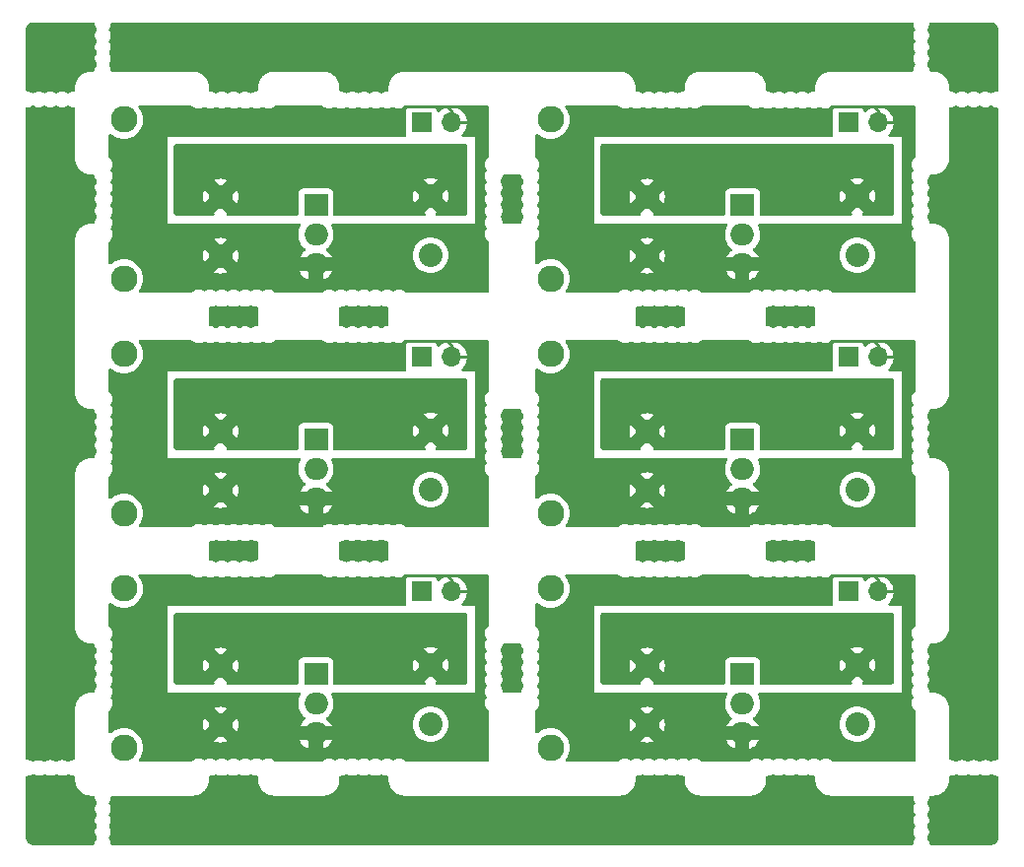
<source format=gbl>
%TF.GenerationSoftware,KiCad,Pcbnew,(6.0.5)*%
%TF.CreationDate,2022-06-05T15:56:58-07:00*%
%TF.ProjectId,mosfet_chip_panel,6d6f7366-6574-45f6-9368-69705f70616e,rev?*%
%TF.SameCoordinates,Original*%
%TF.FileFunction,Copper,L2,Bot*%
%TF.FilePolarity,Positive*%
%FSLAX46Y46*%
G04 Gerber Fmt 4.6, Leading zero omitted, Abs format (unit mm)*
G04 Created by KiCad (PCBNEW (6.0.5)) date 2022-06-05 15:56:58*
%MOMM*%
%LPD*%
G01*
G04 APERTURE LIST*
%TA.AperFunction,ComponentPad*%
%ADD10C,2.032000*%
%TD*%
%TA.AperFunction,ComponentPad*%
%ADD11C,2.286000*%
%TD*%
%TA.AperFunction,ComponentPad*%
%ADD12R,1.700000X1.700000*%
%TD*%
%TA.AperFunction,ComponentPad*%
%ADD13O,1.700000X1.700000*%
%TD*%
%TA.AperFunction,ComponentPad*%
%ADD14R,2.000000X1.905000*%
%TD*%
%TA.AperFunction,ComponentPad*%
%ADD15O,2.000000X1.905000*%
%TD*%
%TA.AperFunction,ViaPad*%
%ADD16C,0.800000*%
%TD*%
%TA.AperFunction,Conductor*%
%ADD17C,0.250000*%
%TD*%
G04 APERTURE END LIST*
D10*
X68750012Y-50514990D03*
X68750012Y-55594990D03*
X50149988Y-35405010D03*
X50149988Y-30325010D03*
D11*
X23800002Y-57554998D03*
X60450002Y-64054988D03*
D12*
X49375000Y-24005000D03*
D13*
X51915009Y-24005008D03*
D12*
X49375000Y-64305000D03*
D13*
X51915009Y-64305008D03*
D14*
X40300000Y-51255000D03*
D15*
X40299995Y-53794994D03*
X40299995Y-56334994D03*
D11*
X23800002Y-23754988D03*
X23800002Y-77704998D03*
X23800002Y-43904988D03*
D10*
X50149988Y-55555010D03*
X50149988Y-50475010D03*
D14*
X76950000Y-51255000D03*
D15*
X76949995Y-53794994D03*
X76949995Y-56334994D03*
D12*
X86025000Y-64305000D03*
D13*
X88565009Y-64305008D03*
D11*
X23800002Y-64054988D03*
X60450002Y-43904988D03*
D10*
X86799988Y-75705010D03*
X86799988Y-70625010D03*
D14*
X76950000Y-31105000D03*
D15*
X76949995Y-33644994D03*
X76949995Y-36184994D03*
D10*
X86799988Y-35405010D03*
X86799988Y-30325010D03*
D11*
X60450002Y-77704998D03*
D10*
X68750012Y-30364990D03*
X68750012Y-35444990D03*
D11*
X60450002Y-37404998D03*
D12*
X49375000Y-44155000D03*
D13*
X51915009Y-44155008D03*
D12*
X86025000Y-44155000D03*
D13*
X88565009Y-44155008D03*
D10*
X50149988Y-75705010D03*
X50149988Y-70625010D03*
D11*
X60450002Y-23754988D03*
D10*
X32100012Y-50514990D03*
X32100012Y-55594990D03*
X32100012Y-70664990D03*
X32100012Y-75744990D03*
D12*
X86025000Y-24005000D03*
D13*
X88565009Y-24005008D03*
D10*
X68750012Y-70664990D03*
X68750012Y-75744990D03*
D14*
X40300000Y-31105000D03*
D15*
X40299995Y-33644994D03*
X40299995Y-36184994D03*
D10*
X32100012Y-30364990D03*
X32100012Y-35444990D03*
D11*
X23800002Y-37404998D03*
D14*
X76950000Y-71405000D03*
D15*
X76949995Y-73944994D03*
X76949995Y-76484994D03*
D10*
X86799988Y-55555010D03*
X86799988Y-50475010D03*
D11*
X60450002Y-57554998D03*
D14*
X40300000Y-71405000D03*
D15*
X40299995Y-73944994D03*
X40299995Y-76484994D03*
D16*
X69800000Y-64905000D03*
X91150000Y-66555000D03*
X61900000Y-70905000D03*
X33150000Y-64905000D03*
X54500000Y-66555000D03*
X25250000Y-70905000D03*
X69800000Y-44755000D03*
X91150000Y-46405000D03*
X61900000Y-50755000D03*
X33150000Y-44755000D03*
X54500000Y-46405000D03*
X25250000Y-50755000D03*
X69800000Y-24605000D03*
X91150000Y-26255000D03*
X61900000Y-30605000D03*
X33150000Y-24605000D03*
X54500000Y-26255000D03*
X25250000Y-30605000D03*
D17*
X69800000Y-64605000D02*
X69800000Y-64905000D01*
X88200000Y-62905000D02*
X87600000Y-62905000D01*
X83675000Y-63830000D02*
X70575000Y-63830000D01*
X91150000Y-66555000D02*
X91150000Y-62955000D01*
X91150000Y-62955000D02*
X91100000Y-62905000D01*
X84600000Y-62905000D02*
X83675000Y-63830000D01*
X91100000Y-62905000D02*
X87600000Y-62905000D01*
X88565000Y-64305000D02*
X88565000Y-63370000D01*
X88565000Y-63270000D02*
X88565000Y-63370000D01*
X70575000Y-63830000D02*
X69800000Y-64605000D01*
X88200000Y-62905000D02*
X88565000Y-63270000D01*
X87600000Y-62905000D02*
X84600000Y-62905000D01*
X33150000Y-64605000D02*
X33150000Y-64905000D01*
X51550000Y-62905000D02*
X50950000Y-62905000D01*
X47025000Y-63830000D02*
X33925000Y-63830000D01*
X54500000Y-66555000D02*
X54500000Y-62955000D01*
X54500000Y-62955000D02*
X54450000Y-62905000D01*
X47950000Y-62905000D02*
X47025000Y-63830000D01*
X54450000Y-62905000D02*
X50950000Y-62905000D01*
X51915000Y-64305000D02*
X51915000Y-63370000D01*
X51915000Y-63270000D02*
X51915000Y-63370000D01*
X33925000Y-63830000D02*
X33150000Y-64605000D01*
X51550000Y-62905000D02*
X51915000Y-63270000D01*
X50950000Y-62905000D02*
X47950000Y-62905000D01*
X69800000Y-44455000D02*
X69800000Y-44755000D01*
X88200000Y-42755000D02*
X87600000Y-42755000D01*
X83675000Y-43680000D02*
X70575000Y-43680000D01*
X91150000Y-46405000D02*
X91150000Y-42805000D01*
X91150000Y-42805000D02*
X91100000Y-42755000D01*
X84600000Y-42755000D02*
X83675000Y-43680000D01*
X91100000Y-42755000D02*
X87600000Y-42755000D01*
X88565000Y-44155000D02*
X88565000Y-43220000D01*
X88565000Y-43120000D02*
X88565000Y-43220000D01*
X70575000Y-43680000D02*
X69800000Y-44455000D01*
X88200000Y-42755000D02*
X88565000Y-43120000D01*
X87600000Y-42755000D02*
X84600000Y-42755000D01*
X33150000Y-44455000D02*
X33150000Y-44755000D01*
X51550000Y-42755000D02*
X50950000Y-42755000D01*
X47025000Y-43680000D02*
X33925000Y-43680000D01*
X54500000Y-46405000D02*
X54500000Y-42805000D01*
X54500000Y-42805000D02*
X54450000Y-42755000D01*
X47950000Y-42755000D02*
X47025000Y-43680000D01*
X54450000Y-42755000D02*
X50950000Y-42755000D01*
X51915000Y-44155000D02*
X51915000Y-43220000D01*
X51915000Y-43120000D02*
X51915000Y-43220000D01*
X33925000Y-43680000D02*
X33150000Y-44455000D01*
X51550000Y-42755000D02*
X51915000Y-43120000D01*
X50950000Y-42755000D02*
X47950000Y-42755000D01*
X69800000Y-24305000D02*
X69800000Y-24605000D01*
X88200000Y-22605000D02*
X87600000Y-22605000D01*
X83675000Y-23530000D02*
X70575000Y-23530000D01*
X91150000Y-26255000D02*
X91150000Y-22655000D01*
X91150000Y-22655000D02*
X91100000Y-22605000D01*
X84600000Y-22605000D02*
X83675000Y-23530000D01*
X91100000Y-22605000D02*
X87600000Y-22605000D01*
X88565000Y-24005000D02*
X88565000Y-23070000D01*
X88565000Y-22970000D02*
X88565000Y-23070000D01*
X70575000Y-23530000D02*
X69800000Y-24305000D01*
X88200000Y-22605000D02*
X88565000Y-22970000D01*
X87600000Y-22605000D02*
X84600000Y-22605000D01*
X33150000Y-24305000D02*
X33150000Y-24605000D01*
X51550000Y-22605000D02*
X50950000Y-22605000D01*
X47025000Y-23530000D02*
X33925000Y-23530000D01*
X54500000Y-26255000D02*
X54500000Y-22655000D01*
X54500000Y-22655000D02*
X54450000Y-22605000D01*
X47950000Y-22605000D02*
X47025000Y-23530000D01*
X54450000Y-22605000D02*
X50950000Y-22605000D01*
X51915000Y-24005000D02*
X51915000Y-23070000D01*
X51915000Y-22970000D02*
X51915000Y-23070000D01*
X33925000Y-23530000D02*
X33150000Y-24305000D01*
X51550000Y-22605000D02*
X51915000Y-22970000D01*
X50950000Y-22605000D02*
X47950000Y-22605000D01*
%TA.AperFunction,NonConductor*%
G36*
X21260538Y-15401502D02*
G01*
X21307031Y-15455158D01*
X21318415Y-15508159D01*
X21318360Y-15518707D01*
X21318045Y-15578905D01*
X21319817Y-15586284D01*
X21319817Y-15586288D01*
X21354361Y-15730172D01*
X21356551Y-15739296D01*
X21432205Y-15885873D01*
X21459196Y-15916814D01*
X21488903Y-15981293D01*
X21479034Y-16051601D01*
X21458322Y-16083459D01*
X21436277Y-16108202D01*
X21359092Y-16253979D01*
X21318908Y-16413958D01*
X21318045Y-16578905D01*
X21319817Y-16586284D01*
X21319817Y-16586288D01*
X21321528Y-16593411D01*
X21356551Y-16739296D01*
X21432205Y-16885873D01*
X21459196Y-16916814D01*
X21488903Y-16981293D01*
X21479034Y-17051601D01*
X21458322Y-17083459D01*
X21436277Y-17108202D01*
X21359092Y-17253979D01*
X21318908Y-17413958D01*
X21318045Y-17578905D01*
X21319817Y-17586284D01*
X21319817Y-17586288D01*
X21321528Y-17593411D01*
X21356551Y-17739296D01*
X21432205Y-17885873D01*
X21459196Y-17916814D01*
X21488903Y-17981293D01*
X21479034Y-18051601D01*
X21458322Y-18083459D01*
X21436277Y-18108202D01*
X21359092Y-18253979D01*
X21318908Y-18413958D01*
X21318045Y-18578905D01*
X21319817Y-18586284D01*
X21319817Y-18586288D01*
X21321528Y-18593411D01*
X21356551Y-18739296D01*
X21432205Y-18885873D01*
X21459196Y-18916814D01*
X21488903Y-18981293D01*
X21479034Y-19051601D01*
X21458322Y-19083459D01*
X21436277Y-19108202D01*
X21359092Y-19253979D01*
X21318908Y-19413958D01*
X21318868Y-19421556D01*
X21318868Y-19421558D01*
X21318494Y-19493159D01*
X21298136Y-19561174D01*
X21244238Y-19607386D01*
X21192496Y-19618500D01*
X21059205Y-19618500D01*
X21047260Y-19617377D01*
X21047254Y-19617467D01*
X21044365Y-19617288D01*
X21044353Y-19617288D01*
X21041654Y-19617121D01*
X21019254Y-19617671D01*
X20998037Y-19618191D01*
X20983587Y-19617368D01*
X20979709Y-19616319D01*
X20974099Y-19616248D01*
X20971381Y-19616449D01*
X20971365Y-19616449D01*
X20930713Y-19619448D01*
X20916237Y-19619334D01*
X20912321Y-19618479D01*
X20906715Y-19618683D01*
X20904029Y-19619014D01*
X20904020Y-19619015D01*
X20863538Y-19624008D01*
X20849067Y-19624604D01*
X20845119Y-19623943D01*
X20839529Y-19624421D01*
X20836842Y-19624887D01*
X20836836Y-19624888D01*
X20796669Y-19631857D01*
X20782245Y-19633164D01*
X20778266Y-19632697D01*
X20772707Y-19633449D01*
X20770056Y-19634044D01*
X20770041Y-19634047D01*
X20730260Y-19642980D01*
X20715918Y-19644993D01*
X20711916Y-19644721D01*
X20706401Y-19645745D01*
X20664464Y-19657351D01*
X20650248Y-19660062D01*
X20646238Y-19659987D01*
X20640779Y-19661281D01*
X20599470Y-19674928D01*
X20585403Y-19678334D01*
X20581397Y-19678456D01*
X20576008Y-19680016D01*
X20535414Y-19695675D01*
X20521529Y-19699767D01*
X20517537Y-19700085D01*
X20512231Y-19701907D01*
X20509734Y-19703014D01*
X20472457Y-19719537D01*
X20458783Y-19724308D01*
X20454811Y-19724822D01*
X20449601Y-19726902D01*
X20422858Y-19740363D01*
X20410741Y-19746462D01*
X20397314Y-19751900D01*
X20393374Y-19752607D01*
X20388272Y-19754940D01*
X20385906Y-19756280D01*
X20385891Y-19756288D01*
X20350419Y-19776383D01*
X20337283Y-19782471D01*
X20333377Y-19783372D01*
X20328396Y-19785953D01*
X20326113Y-19787399D01*
X20326103Y-19787405D01*
X20291644Y-19809226D01*
X20278817Y-19815952D01*
X20274967Y-19817042D01*
X20270118Y-19819864D01*
X20234552Y-19844912D01*
X20234543Y-19844918D01*
X20222070Y-19852261D01*
X20218270Y-19853541D01*
X20213566Y-19856598D01*
X20183849Y-19879790D01*
X20179273Y-19883361D01*
X20167167Y-19891313D01*
X20163434Y-19892778D01*
X20158886Y-19896062D01*
X20125943Y-19924479D01*
X20114243Y-19933014D01*
X20110591Y-19934659D01*
X20106209Y-19938162D01*
X20104239Y-19940038D01*
X20104234Y-19940042D01*
X20074702Y-19968160D01*
X20063444Y-19977253D01*
X20059871Y-19979078D01*
X20055667Y-19982792D01*
X20025666Y-20014301D01*
X20014862Y-20023939D01*
X20011387Y-20025935D01*
X20007370Y-20029850D01*
X20005596Y-20031906D01*
X20005588Y-20031915D01*
X19978946Y-20062799D01*
X19968635Y-20072950D01*
X19965260Y-20075115D01*
X19961440Y-20079224D01*
X19934672Y-20113523D01*
X19924864Y-20124175D01*
X19921601Y-20126502D01*
X19917987Y-20130792D01*
X19916425Y-20133010D01*
X19916411Y-20133028D01*
X19892937Y-20166360D01*
X19883661Y-20177483D01*
X19880521Y-20179963D01*
X19877122Y-20184425D01*
X19853847Y-20221181D01*
X19845137Y-20232736D01*
X19842112Y-20235376D01*
X19838936Y-20240001D01*
X19817490Y-20277858D01*
X19809355Y-20289828D01*
X19806464Y-20292613D01*
X19803519Y-20297387D01*
X19783952Y-20336260D01*
X19776422Y-20348602D01*
X19773671Y-20351526D01*
X19770964Y-20356440D01*
X19769869Y-20358911D01*
X19753334Y-20396212D01*
X19746413Y-20408921D01*
X19743809Y-20411976D01*
X19741346Y-20417017D01*
X19740368Y-20419553D01*
X19740366Y-20419557D01*
X19725688Y-20457609D01*
X19719401Y-20470637D01*
X19716950Y-20473815D01*
X19714738Y-20478970D01*
X19713882Y-20481561D01*
X19701090Y-20520281D01*
X19695446Y-20533610D01*
X19693153Y-20536907D01*
X19691196Y-20542165D01*
X19690467Y-20544798D01*
X19690467Y-20544799D01*
X19679591Y-20584100D01*
X19674611Y-20597683D01*
X19672481Y-20601090D01*
X19670785Y-20606437D01*
X19670191Y-20609082D01*
X19670187Y-20609097D01*
X19661253Y-20648885D01*
X19656943Y-20662702D01*
X19654986Y-20666205D01*
X19653554Y-20671629D01*
X19653093Y-20674288D01*
X19653088Y-20674311D01*
X19652582Y-20677229D01*
X19646117Y-20714491D01*
X19646115Y-20714501D01*
X19642491Y-20728504D01*
X19640707Y-20732100D01*
X19639543Y-20737588D01*
X19635540Y-20770047D01*
X19634219Y-20780755D01*
X19631282Y-20794937D01*
X19629679Y-20798613D01*
X19628785Y-20804151D01*
X19628585Y-20806867D01*
X19628583Y-20806881D01*
X19625583Y-20847541D01*
X19623345Y-20861851D01*
X19621925Y-20865598D01*
X19621304Y-20871173D01*
X19621238Y-20873878D01*
X19621238Y-20873881D01*
X19620309Y-20911696D01*
X19618893Y-20923616D01*
X19618984Y-20923624D01*
X19618500Y-20929213D01*
X19618500Y-20943565D01*
X19618397Y-20944961D01*
X19618500Y-20946086D01*
X19618500Y-20983887D01*
X19618462Y-20986978D01*
X19617837Y-21012446D01*
X19618391Y-21016367D01*
X19618500Y-21020131D01*
X19618500Y-21192500D01*
X19598498Y-21260621D01*
X19544842Y-21307114D01*
X19492500Y-21318500D01*
X19458640Y-21318500D01*
X19336246Y-21333311D01*
X19181945Y-21391617D01*
X19175687Y-21395918D01*
X19070930Y-21467915D01*
X19003460Y-21490015D01*
X18934754Y-21472129D01*
X18927113Y-21467162D01*
X18830625Y-21399350D01*
X18830623Y-21399349D01*
X18824408Y-21394981D01*
X18817333Y-21392222D01*
X18817330Y-21392221D01*
X18677807Y-21337823D01*
X18677804Y-21337822D01*
X18670727Y-21335063D01*
X18663194Y-21334071D01*
X18663193Y-21334071D01*
X18549004Y-21319038D01*
X18549003Y-21319038D01*
X18544917Y-21318500D01*
X18458640Y-21318500D01*
X18336246Y-21333311D01*
X18181945Y-21391617D01*
X18175687Y-21395918D01*
X18070930Y-21467915D01*
X18003460Y-21490015D01*
X17934754Y-21472129D01*
X17927113Y-21467162D01*
X17830625Y-21399350D01*
X17830623Y-21399349D01*
X17824408Y-21394981D01*
X17817333Y-21392222D01*
X17817330Y-21392221D01*
X17677807Y-21337823D01*
X17677804Y-21337822D01*
X17670727Y-21335063D01*
X17663194Y-21334071D01*
X17663193Y-21334071D01*
X17549004Y-21319038D01*
X17549003Y-21319038D01*
X17544917Y-21318500D01*
X17458640Y-21318500D01*
X17336246Y-21333311D01*
X17181945Y-21391617D01*
X17175687Y-21395918D01*
X17070930Y-21467915D01*
X17003460Y-21490015D01*
X16934754Y-21472129D01*
X16927113Y-21467162D01*
X16830625Y-21399350D01*
X16830623Y-21399349D01*
X16824408Y-21394981D01*
X16817333Y-21392222D01*
X16817330Y-21392221D01*
X16677807Y-21337823D01*
X16677804Y-21337822D01*
X16670727Y-21335063D01*
X16663194Y-21334071D01*
X16663193Y-21334071D01*
X16549004Y-21319038D01*
X16549003Y-21319038D01*
X16544917Y-21318500D01*
X16458640Y-21318500D01*
X16336246Y-21333311D01*
X16181945Y-21391617D01*
X16175687Y-21395918D01*
X16070930Y-21467915D01*
X16003460Y-21490015D01*
X15934754Y-21472129D01*
X15927113Y-21467162D01*
X15830625Y-21399350D01*
X15830623Y-21399349D01*
X15824408Y-21394981D01*
X15817333Y-21392222D01*
X15817330Y-21392221D01*
X15677807Y-21337823D01*
X15677804Y-21337822D01*
X15670727Y-21335063D01*
X15663194Y-21334071D01*
X15663193Y-21334071D01*
X15549004Y-21319038D01*
X15549003Y-21319038D01*
X15544917Y-21318500D01*
X15507500Y-21318500D01*
X15439379Y-21298498D01*
X15392886Y-21244842D01*
X15381500Y-21192500D01*
X15381500Y-16024008D01*
X15381635Y-16018180D01*
X15384925Y-15947127D01*
X15385000Y-15945517D01*
X15386228Y-15932864D01*
X15388610Y-15916811D01*
X15393266Y-15885423D01*
X15395684Y-15873272D01*
X15400924Y-15852374D01*
X15407629Y-15825631D01*
X15411061Y-15814253D01*
X15426817Y-15769739D01*
X15431875Y-15757528D01*
X15444927Y-15730172D01*
X15452586Y-15714121D01*
X15457991Y-15704007D01*
X15458469Y-15703204D01*
X15478540Y-15669435D01*
X15484732Y-15660007D01*
X15518555Y-15613213D01*
X15527600Y-15602091D01*
X15558552Y-15568173D01*
X15566987Y-15559765D01*
X15603414Y-15526735D01*
X15612966Y-15518891D01*
X15613214Y-15518707D01*
X15651717Y-15490137D01*
X15661988Y-15483271D01*
X15703349Y-15458466D01*
X15714255Y-15452633D01*
X15758661Y-15431618D01*
X15769674Y-15427031D01*
X15806614Y-15413660D01*
X15817386Y-15410298D01*
X15873195Y-15395589D01*
X15887262Y-15392728D01*
X15932388Y-15386204D01*
X15944574Y-15385044D01*
X16018187Y-15381635D01*
X16024016Y-15381500D01*
X21192417Y-15381500D01*
X21260538Y-15401502D01*
G37*
%TD.AperFunction*%
%TA.AperFunction,NonConductor*%
G36*
X98286819Y-15381635D02*
G01*
X98360407Y-15385043D01*
X98372606Y-15386204D01*
X98396171Y-15389611D01*
X98417738Y-15392729D01*
X98431812Y-15395591D01*
X98487624Y-15410301D01*
X98498381Y-15413659D01*
X98535327Y-15427031D01*
X98546340Y-15431617D01*
X98590746Y-15452633D01*
X98590795Y-15452656D01*
X98601669Y-15458471D01*
X98642737Y-15483085D01*
X98652986Y-15489932D01*
X98691803Y-15518707D01*
X98701360Y-15526546D01*
X98737764Y-15559524D01*
X98746207Y-15567934D01*
X98769469Y-15593411D01*
X98772695Y-15596944D01*
X98779923Y-15605609D01*
X98814870Y-15651542D01*
X98822903Y-15663454D01*
X98846531Y-15703204D01*
X98852137Y-15713741D01*
X98873152Y-15758202D01*
X98877870Y-15769597D01*
X98894290Y-15815487D01*
X98897768Y-15826877D01*
X98907265Y-15864216D01*
X98909636Y-15875780D01*
X98918674Y-15933490D01*
X98920055Y-15947127D01*
X98923364Y-16018220D01*
X98923500Y-16024078D01*
X98923500Y-21192500D01*
X98903498Y-21260621D01*
X98849842Y-21307114D01*
X98797500Y-21318500D01*
X98763640Y-21318500D01*
X98641246Y-21333311D01*
X98486945Y-21391617D01*
X98480687Y-21395918D01*
X98375930Y-21467915D01*
X98308460Y-21490015D01*
X98239754Y-21472129D01*
X98232113Y-21467162D01*
X98135625Y-21399350D01*
X98135623Y-21399349D01*
X98129408Y-21394981D01*
X98122333Y-21392222D01*
X98122330Y-21392221D01*
X97982807Y-21337823D01*
X97982804Y-21337822D01*
X97975727Y-21335063D01*
X97968194Y-21334071D01*
X97968193Y-21334071D01*
X97854004Y-21319038D01*
X97854003Y-21319038D01*
X97849917Y-21318500D01*
X97763640Y-21318500D01*
X97641246Y-21333311D01*
X97486945Y-21391617D01*
X97480687Y-21395918D01*
X97375930Y-21467915D01*
X97308460Y-21490015D01*
X97239754Y-21472129D01*
X97232113Y-21467162D01*
X97135625Y-21399350D01*
X97135623Y-21399349D01*
X97129408Y-21394981D01*
X97122333Y-21392222D01*
X97122330Y-21392221D01*
X96982807Y-21337823D01*
X96982804Y-21337822D01*
X96975727Y-21335063D01*
X96968194Y-21334071D01*
X96968193Y-21334071D01*
X96854004Y-21319038D01*
X96854003Y-21319038D01*
X96849917Y-21318500D01*
X96763640Y-21318500D01*
X96641246Y-21333311D01*
X96486945Y-21391617D01*
X96480687Y-21395918D01*
X96375930Y-21467915D01*
X96308460Y-21490015D01*
X96239754Y-21472129D01*
X96232113Y-21467162D01*
X96135625Y-21399350D01*
X96135623Y-21399349D01*
X96129408Y-21394981D01*
X96122333Y-21392222D01*
X96122330Y-21392221D01*
X95982807Y-21337823D01*
X95982804Y-21337822D01*
X95975727Y-21335063D01*
X95968194Y-21334071D01*
X95968193Y-21334071D01*
X95854004Y-21319038D01*
X95854003Y-21319038D01*
X95849917Y-21318500D01*
X95763640Y-21318500D01*
X95641246Y-21333311D01*
X95486945Y-21391617D01*
X95480687Y-21395918D01*
X95375930Y-21467915D01*
X95308460Y-21490015D01*
X95239754Y-21472129D01*
X95232113Y-21467162D01*
X95135625Y-21399350D01*
X95135623Y-21399349D01*
X95129408Y-21394981D01*
X95122333Y-21392222D01*
X95122330Y-21392221D01*
X94982807Y-21337823D01*
X94982804Y-21337822D01*
X94975727Y-21335063D01*
X94968194Y-21334071D01*
X94968193Y-21334071D01*
X94854004Y-21319038D01*
X94854003Y-21319038D01*
X94849917Y-21318500D01*
X94812500Y-21318500D01*
X94744379Y-21298498D01*
X94697886Y-21244842D01*
X94686500Y-21192500D01*
X94686500Y-21059204D01*
X94687623Y-21047252D01*
X94687534Y-21047246D01*
X94687713Y-21044356D01*
X94687713Y-21044347D01*
X94687880Y-21041647D01*
X94686809Y-20998033D01*
X94687632Y-20983585D01*
X94688680Y-20979709D01*
X94688751Y-20974099D01*
X94685550Y-20930713D01*
X94685664Y-20916243D01*
X94686520Y-20912321D01*
X94686316Y-20906715D01*
X94685985Y-20904029D01*
X94685984Y-20904020D01*
X94680991Y-20863538D01*
X94680395Y-20849067D01*
X94681056Y-20845119D01*
X94680578Y-20839529D01*
X94680111Y-20836836D01*
X94673142Y-20796669D01*
X94671835Y-20782245D01*
X94672302Y-20778266D01*
X94671550Y-20772707D01*
X94670953Y-20770047D01*
X94670952Y-20770041D01*
X94662019Y-20730260D01*
X94660006Y-20715918D01*
X94660278Y-20711916D01*
X94659254Y-20706401D01*
X94647648Y-20664464D01*
X94644937Y-20650248D01*
X94645012Y-20646238D01*
X94643718Y-20640779D01*
X94630071Y-20599470D01*
X94626665Y-20585403D01*
X94626543Y-20581397D01*
X94624983Y-20576008D01*
X94609324Y-20535414D01*
X94605232Y-20521529D01*
X94604914Y-20517537D01*
X94603092Y-20512231D01*
X94585461Y-20472455D01*
X94580691Y-20458783D01*
X94580177Y-20454811D01*
X94578097Y-20449601D01*
X94558537Y-20410741D01*
X94553099Y-20397314D01*
X94552392Y-20393374D01*
X94550059Y-20388272D01*
X94548714Y-20385897D01*
X94548711Y-20385891D01*
X94528616Y-20350419D01*
X94522528Y-20337283D01*
X94521627Y-20333377D01*
X94519046Y-20328396D01*
X94495773Y-20291644D01*
X94489047Y-20278817D01*
X94487957Y-20274967D01*
X94485135Y-20270118D01*
X94460081Y-20234543D01*
X94452738Y-20222070D01*
X94451458Y-20218270D01*
X94448401Y-20213566D01*
X94421635Y-20179269D01*
X94413686Y-20167167D01*
X94412221Y-20163434D01*
X94408937Y-20158886D01*
X94380520Y-20125943D01*
X94371985Y-20114243D01*
X94370340Y-20110591D01*
X94366837Y-20106209D01*
X94336838Y-20074701D01*
X94327746Y-20063444D01*
X94325921Y-20059871D01*
X94322207Y-20055667D01*
X94290698Y-20025666D01*
X94281060Y-20014862D01*
X94279064Y-20011387D01*
X94275149Y-20007370D01*
X94273096Y-20005599D01*
X94273080Y-20005584D01*
X94242200Y-19978946D01*
X94232049Y-19968635D01*
X94229884Y-19965260D01*
X94225775Y-19961440D01*
X94191476Y-19934672D01*
X94180824Y-19924864D01*
X94178497Y-19921601D01*
X94174207Y-19917987D01*
X94171988Y-19916424D01*
X94171971Y-19916411D01*
X94138639Y-19892937D01*
X94127516Y-19883661D01*
X94125036Y-19880521D01*
X94120574Y-19877122D01*
X94083813Y-19853844D01*
X94072263Y-19845137D01*
X94069623Y-19842112D01*
X94064998Y-19838936D01*
X94027141Y-19817490D01*
X94015171Y-19809355D01*
X94012386Y-19806464D01*
X94007612Y-19803519D01*
X93968739Y-19783952D01*
X93956397Y-19776422D01*
X93953473Y-19773671D01*
X93948559Y-19770964D01*
X93910662Y-19754165D01*
X93908787Y-19753334D01*
X93896078Y-19746413D01*
X93893023Y-19743809D01*
X93887982Y-19741346D01*
X93885446Y-19740368D01*
X93885442Y-19740366D01*
X93851919Y-19727435D01*
X93847389Y-19725688D01*
X93834362Y-19719401D01*
X93831184Y-19716950D01*
X93826029Y-19714738D01*
X93790542Y-19703014D01*
X93784718Y-19701090D01*
X93771389Y-19695446D01*
X93768092Y-19693153D01*
X93762834Y-19691196D01*
X93720899Y-19679591D01*
X93707316Y-19674611D01*
X93703909Y-19672481D01*
X93698562Y-19670785D01*
X93695917Y-19670191D01*
X93695902Y-19670187D01*
X93656114Y-19661253D01*
X93642297Y-19656943D01*
X93638794Y-19654986D01*
X93633370Y-19653554D01*
X93630701Y-19653091D01*
X93630688Y-19653088D01*
X93602556Y-19648207D01*
X93590495Y-19646114D01*
X93576495Y-19642491D01*
X93572899Y-19640707D01*
X93567411Y-19639543D01*
X93524244Y-19634219D01*
X93510062Y-19631282D01*
X93506386Y-19629679D01*
X93500848Y-19628785D01*
X93498132Y-19628585D01*
X93498118Y-19628583D01*
X93457458Y-19625583D01*
X93443148Y-19623345D01*
X93439401Y-19621925D01*
X93433826Y-19621304D01*
X93404336Y-19620580D01*
X93393303Y-19620309D01*
X93381383Y-19618893D01*
X93381375Y-19618984D01*
X93378491Y-19618734D01*
X93378485Y-19618734D01*
X93375786Y-19618500D01*
X93361434Y-19618500D01*
X93360038Y-19618397D01*
X93358913Y-19618500D01*
X93321112Y-19618500D01*
X93318021Y-19618462D01*
X93317363Y-19618446D01*
X93292553Y-19617837D01*
X93288632Y-19618391D01*
X93284868Y-19618500D01*
X93112583Y-19618500D01*
X93044462Y-19598498D01*
X92997969Y-19544842D01*
X92986585Y-19491841D01*
X92986915Y-19428690D01*
X92986955Y-19421095D01*
X92985183Y-19413712D01*
X92950221Y-19268083D01*
X92950220Y-19268079D01*
X92948449Y-19260704D01*
X92872795Y-19114127D01*
X92845804Y-19083186D01*
X92816097Y-19018707D01*
X92825966Y-18948399D01*
X92846679Y-18916539D01*
X92863670Y-18897469D01*
X92868723Y-18891798D01*
X92945908Y-18746021D01*
X92986092Y-18586042D01*
X92986955Y-18421095D01*
X92985183Y-18413712D01*
X92950221Y-18268083D01*
X92950220Y-18268079D01*
X92948449Y-18260704D01*
X92872795Y-18114127D01*
X92845804Y-18083186D01*
X92816097Y-18018707D01*
X92825966Y-17948399D01*
X92846679Y-17916539D01*
X92863670Y-17897469D01*
X92868723Y-17891798D01*
X92945908Y-17746021D01*
X92986092Y-17586042D01*
X92986955Y-17421095D01*
X92985183Y-17413712D01*
X92950221Y-17268083D01*
X92950220Y-17268079D01*
X92948449Y-17260704D01*
X92872795Y-17114127D01*
X92845804Y-17083186D01*
X92816097Y-17018707D01*
X92825966Y-16948399D01*
X92846679Y-16916539D01*
X92863670Y-16897469D01*
X92868723Y-16891798D01*
X92945908Y-16746021D01*
X92986092Y-16586042D01*
X92986955Y-16421095D01*
X92985183Y-16413712D01*
X92950221Y-16268083D01*
X92950220Y-16268079D01*
X92948449Y-16260704D01*
X92872795Y-16114127D01*
X92845804Y-16083186D01*
X92816097Y-16018707D01*
X92825966Y-15948399D01*
X92846679Y-15916539D01*
X92863670Y-15897469D01*
X92868723Y-15891798D01*
X92883327Y-15864216D01*
X92942353Y-15752736D01*
X92942354Y-15752733D01*
X92945908Y-15746021D01*
X92986092Y-15586042D01*
X92986186Y-15568173D01*
X92986464Y-15514957D01*
X92986506Y-15506840D01*
X93006864Y-15438826D01*
X93060762Y-15392614D01*
X93112504Y-15381500D01*
X98280990Y-15381500D01*
X98286819Y-15381635D01*
G37*
%TD.AperFunction*%
%TA.AperFunction,NonConductor*%
G36*
X91565538Y-15401502D02*
G01*
X91612031Y-15455158D01*
X91623415Y-15508159D01*
X91623360Y-15518707D01*
X91623045Y-15578905D01*
X91624817Y-15586284D01*
X91624817Y-15586288D01*
X91659361Y-15730172D01*
X91661551Y-15739296D01*
X91737205Y-15885873D01*
X91764196Y-15916814D01*
X91793903Y-15981293D01*
X91784034Y-16051601D01*
X91763322Y-16083459D01*
X91741277Y-16108202D01*
X91664092Y-16253979D01*
X91623908Y-16413958D01*
X91623045Y-16578905D01*
X91624817Y-16586284D01*
X91624817Y-16586288D01*
X91626528Y-16593411D01*
X91661551Y-16739296D01*
X91737205Y-16885873D01*
X91764196Y-16916814D01*
X91793903Y-16981293D01*
X91784034Y-17051601D01*
X91763322Y-17083459D01*
X91741277Y-17108202D01*
X91664092Y-17253979D01*
X91623908Y-17413958D01*
X91623045Y-17578905D01*
X91624817Y-17586284D01*
X91624817Y-17586288D01*
X91626528Y-17593411D01*
X91661551Y-17739296D01*
X91737205Y-17885873D01*
X91764196Y-17916814D01*
X91793903Y-17981293D01*
X91784034Y-18051601D01*
X91763322Y-18083459D01*
X91741277Y-18108202D01*
X91664092Y-18253979D01*
X91623908Y-18413958D01*
X91623045Y-18578905D01*
X91624817Y-18586284D01*
X91624817Y-18586288D01*
X91626528Y-18593411D01*
X91661551Y-18739296D01*
X91737205Y-18885873D01*
X91764196Y-18916814D01*
X91793903Y-18981293D01*
X91784034Y-19051601D01*
X91763322Y-19083459D01*
X91741277Y-19108202D01*
X91664092Y-19253979D01*
X91623908Y-19413958D01*
X91623868Y-19421556D01*
X91623868Y-19421558D01*
X91623494Y-19493159D01*
X91603136Y-19561174D01*
X91549238Y-19607386D01*
X91497496Y-19618500D01*
X84644205Y-19618500D01*
X84632260Y-19617377D01*
X84632254Y-19617467D01*
X84629365Y-19617288D01*
X84629353Y-19617288D01*
X84626654Y-19617121D01*
X84604254Y-19617671D01*
X84583037Y-19618191D01*
X84568587Y-19617368D01*
X84564709Y-19616319D01*
X84559099Y-19616248D01*
X84556381Y-19616449D01*
X84556365Y-19616449D01*
X84515713Y-19619448D01*
X84501237Y-19619334D01*
X84497321Y-19618479D01*
X84491715Y-19618683D01*
X84489029Y-19619014D01*
X84489020Y-19619015D01*
X84448538Y-19624008D01*
X84434067Y-19624604D01*
X84430119Y-19623943D01*
X84424529Y-19624421D01*
X84421842Y-19624887D01*
X84421836Y-19624888D01*
X84381669Y-19631857D01*
X84367245Y-19633164D01*
X84363266Y-19632697D01*
X84357707Y-19633449D01*
X84355056Y-19634044D01*
X84355041Y-19634047D01*
X84315260Y-19642980D01*
X84300918Y-19644993D01*
X84296916Y-19644721D01*
X84291401Y-19645745D01*
X84249464Y-19657351D01*
X84235248Y-19660062D01*
X84231238Y-19659987D01*
X84225779Y-19661281D01*
X84184470Y-19674928D01*
X84170403Y-19678334D01*
X84166397Y-19678456D01*
X84161008Y-19680016D01*
X84120414Y-19695675D01*
X84106529Y-19699767D01*
X84102537Y-19700085D01*
X84097231Y-19701907D01*
X84094734Y-19703014D01*
X84057457Y-19719537D01*
X84043783Y-19724308D01*
X84039811Y-19724822D01*
X84034601Y-19726902D01*
X84007858Y-19740363D01*
X83995741Y-19746462D01*
X83982314Y-19751900D01*
X83978374Y-19752607D01*
X83973272Y-19754940D01*
X83970906Y-19756280D01*
X83970891Y-19756288D01*
X83935419Y-19776383D01*
X83922283Y-19782471D01*
X83918377Y-19783372D01*
X83913396Y-19785953D01*
X83911113Y-19787399D01*
X83911103Y-19787405D01*
X83876644Y-19809226D01*
X83863817Y-19815952D01*
X83859967Y-19817042D01*
X83855118Y-19819864D01*
X83819552Y-19844912D01*
X83819543Y-19844918D01*
X83807070Y-19852261D01*
X83803270Y-19853541D01*
X83798566Y-19856598D01*
X83768849Y-19879790D01*
X83764273Y-19883361D01*
X83752167Y-19891313D01*
X83748434Y-19892778D01*
X83743886Y-19896062D01*
X83710943Y-19924479D01*
X83699243Y-19933014D01*
X83695591Y-19934659D01*
X83691209Y-19938162D01*
X83689239Y-19940038D01*
X83689234Y-19940042D01*
X83659702Y-19968160D01*
X83648444Y-19977253D01*
X83644871Y-19979078D01*
X83640667Y-19982792D01*
X83610666Y-20014301D01*
X83599862Y-20023939D01*
X83596387Y-20025935D01*
X83592370Y-20029850D01*
X83590596Y-20031906D01*
X83590588Y-20031915D01*
X83563946Y-20062799D01*
X83553635Y-20072950D01*
X83550260Y-20075115D01*
X83546440Y-20079224D01*
X83519672Y-20113523D01*
X83509864Y-20124175D01*
X83506601Y-20126502D01*
X83502987Y-20130792D01*
X83501425Y-20133010D01*
X83501411Y-20133028D01*
X83477937Y-20166360D01*
X83468661Y-20177483D01*
X83465521Y-20179963D01*
X83462122Y-20184425D01*
X83438847Y-20221181D01*
X83430137Y-20232736D01*
X83427112Y-20235376D01*
X83423936Y-20240001D01*
X83402490Y-20277858D01*
X83394355Y-20289828D01*
X83391464Y-20292613D01*
X83388519Y-20297387D01*
X83368952Y-20336260D01*
X83361422Y-20348602D01*
X83358671Y-20351526D01*
X83355964Y-20356440D01*
X83354869Y-20358911D01*
X83338334Y-20396212D01*
X83331413Y-20408921D01*
X83328809Y-20411976D01*
X83326346Y-20417017D01*
X83325368Y-20419553D01*
X83325366Y-20419557D01*
X83310688Y-20457609D01*
X83304401Y-20470637D01*
X83301950Y-20473815D01*
X83299738Y-20478970D01*
X83298882Y-20481561D01*
X83286090Y-20520281D01*
X83280446Y-20533610D01*
X83278153Y-20536907D01*
X83276196Y-20542165D01*
X83275467Y-20544798D01*
X83275467Y-20544799D01*
X83264591Y-20584100D01*
X83259611Y-20597683D01*
X83257481Y-20601090D01*
X83255785Y-20606437D01*
X83255191Y-20609082D01*
X83255187Y-20609097D01*
X83246253Y-20648885D01*
X83241943Y-20662702D01*
X83239986Y-20666205D01*
X83238554Y-20671629D01*
X83238093Y-20674288D01*
X83238088Y-20674311D01*
X83237582Y-20677229D01*
X83231117Y-20714491D01*
X83231115Y-20714501D01*
X83227491Y-20728504D01*
X83225707Y-20732100D01*
X83224543Y-20737588D01*
X83220540Y-20770047D01*
X83219219Y-20780755D01*
X83216282Y-20794937D01*
X83214679Y-20798613D01*
X83213785Y-20804151D01*
X83213585Y-20806867D01*
X83213583Y-20806881D01*
X83210583Y-20847541D01*
X83208345Y-20861851D01*
X83206925Y-20865598D01*
X83206304Y-20871173D01*
X83206238Y-20873881D01*
X83206237Y-20873902D01*
X83205256Y-20913877D01*
X83203755Y-20927468D01*
X83202937Y-20929927D01*
X83202546Y-20935524D01*
X83202929Y-20958673D01*
X83203380Y-20985998D01*
X83203359Y-20991171D01*
X83203349Y-20991583D01*
X83202837Y-21012444D01*
X83202391Y-21012433D01*
X83202024Y-21021553D01*
X83201320Y-21024158D01*
X83201248Y-21029768D01*
X83201449Y-21032487D01*
X83201449Y-21032500D01*
X83204447Y-21073141D01*
X83204333Y-21087630D01*
X83203479Y-21091543D01*
X83203682Y-21097149D01*
X83204212Y-21101445D01*
X83209005Y-21140308D01*
X83209602Y-21154783D01*
X83208941Y-21158733D01*
X83209419Y-21164322D01*
X83211204Y-21174610D01*
X83203143Y-21245145D01*
X83158227Y-21300128D01*
X83087059Y-21322151D01*
X83043639Y-21322151D01*
X82921245Y-21336962D01*
X82766944Y-21395268D01*
X82656036Y-21471493D01*
X82588569Y-21493592D01*
X82519862Y-21475707D01*
X82512221Y-21470739D01*
X82511790Y-21470436D01*
X82409407Y-21398481D01*
X82402332Y-21395722D01*
X82402329Y-21395721D01*
X82262806Y-21341323D01*
X82262803Y-21341322D01*
X82255726Y-21338563D01*
X82248193Y-21337571D01*
X82248192Y-21337571D01*
X82134003Y-21322538D01*
X82134002Y-21322538D01*
X82129916Y-21322000D01*
X82043639Y-21322000D01*
X81921245Y-21336811D01*
X81766944Y-21395117D01*
X81656259Y-21471189D01*
X81656039Y-21471340D01*
X81588570Y-21493440D01*
X81519863Y-21475555D01*
X81512222Y-21470587D01*
X81507349Y-21467162D01*
X81409408Y-21398329D01*
X81402333Y-21395570D01*
X81402330Y-21395569D01*
X81262807Y-21341171D01*
X81262804Y-21341170D01*
X81255727Y-21338411D01*
X81248194Y-21337419D01*
X81248193Y-21337419D01*
X81134004Y-21322386D01*
X81134003Y-21322386D01*
X81129917Y-21321848D01*
X81043640Y-21321848D01*
X80921246Y-21336659D01*
X80766945Y-21394965D01*
X80656037Y-21471190D01*
X80588570Y-21493289D01*
X80519863Y-21475404D01*
X80512222Y-21470436D01*
X80508635Y-21467915D01*
X80409408Y-21398178D01*
X80402333Y-21395419D01*
X80402330Y-21395418D01*
X80262807Y-21341020D01*
X80262804Y-21341019D01*
X80255727Y-21338260D01*
X80248194Y-21337268D01*
X80248193Y-21337268D01*
X80134004Y-21322235D01*
X80134003Y-21322235D01*
X80129917Y-21321697D01*
X80043640Y-21321697D01*
X79921246Y-21336508D01*
X79766945Y-21394814D01*
X79656037Y-21471039D01*
X79588570Y-21493138D01*
X79519863Y-21475253D01*
X79512222Y-21470285D01*
X79507778Y-21467162D01*
X79409408Y-21398027D01*
X79402333Y-21395268D01*
X79402330Y-21395267D01*
X79262807Y-21340869D01*
X79262804Y-21340868D01*
X79255727Y-21338109D01*
X79248194Y-21337117D01*
X79248193Y-21337117D01*
X79134004Y-21322084D01*
X79134003Y-21322084D01*
X79129917Y-21321546D01*
X79082786Y-21321546D01*
X79014665Y-21301544D01*
X78968172Y-21247888D01*
X78957128Y-21186273D01*
X78959414Y-21155295D01*
X78961651Y-21140987D01*
X78963073Y-21137234D01*
X78963694Y-21131658D01*
X78963762Y-21128913D01*
X78964436Y-21101441D01*
X78964743Y-21088914D01*
X78966246Y-21075296D01*
X78967078Y-21072794D01*
X78967468Y-21067198D01*
X78966815Y-21028229D01*
X78966623Y-21016788D01*
X78966643Y-21011587D01*
X78967163Y-20990383D01*
X78967679Y-20990396D01*
X78968010Y-20982188D01*
X78968680Y-20979709D01*
X78968751Y-20974099D01*
X78968550Y-20971381D01*
X78968550Y-20971365D01*
X78965551Y-20930713D01*
X78965665Y-20916236D01*
X78966520Y-20912321D01*
X78966316Y-20906715D01*
X78965985Y-20904029D01*
X78965984Y-20904020D01*
X78960991Y-20863538D01*
X78960395Y-20849067D01*
X78961056Y-20845119D01*
X78960578Y-20839529D01*
X78960111Y-20836836D01*
X78953142Y-20796669D01*
X78951835Y-20782245D01*
X78952302Y-20778266D01*
X78951550Y-20772707D01*
X78950953Y-20770047D01*
X78950952Y-20770041D01*
X78942019Y-20730260D01*
X78940006Y-20715918D01*
X78940278Y-20711916D01*
X78939254Y-20706401D01*
X78927648Y-20664464D01*
X78924937Y-20650248D01*
X78925012Y-20646238D01*
X78923718Y-20640779D01*
X78910071Y-20599470D01*
X78906665Y-20585403D01*
X78906543Y-20581397D01*
X78904983Y-20576008D01*
X78889324Y-20535414D01*
X78885232Y-20521529D01*
X78884914Y-20517537D01*
X78883092Y-20512231D01*
X78865461Y-20472455D01*
X78860691Y-20458783D01*
X78860177Y-20454811D01*
X78858097Y-20449601D01*
X78838537Y-20410741D01*
X78833099Y-20397314D01*
X78832392Y-20393374D01*
X78830059Y-20388272D01*
X78828714Y-20385897D01*
X78828711Y-20385891D01*
X78808616Y-20350419D01*
X78802528Y-20337283D01*
X78801627Y-20333377D01*
X78799046Y-20328396D01*
X78775773Y-20291644D01*
X78769047Y-20278817D01*
X78767957Y-20274967D01*
X78765135Y-20270118D01*
X78740081Y-20234543D01*
X78732738Y-20222070D01*
X78731458Y-20218270D01*
X78728401Y-20213566D01*
X78701635Y-20179269D01*
X78693686Y-20167167D01*
X78692221Y-20163434D01*
X78688937Y-20158886D01*
X78660520Y-20125943D01*
X78651985Y-20114243D01*
X78650340Y-20110591D01*
X78646837Y-20106209D01*
X78616838Y-20074701D01*
X78607746Y-20063444D01*
X78605921Y-20059871D01*
X78602207Y-20055667D01*
X78570698Y-20025666D01*
X78561060Y-20014862D01*
X78559064Y-20011387D01*
X78555149Y-20007370D01*
X78553096Y-20005599D01*
X78553080Y-20005584D01*
X78522200Y-19978946D01*
X78512049Y-19968635D01*
X78509884Y-19965260D01*
X78505775Y-19961440D01*
X78471476Y-19934672D01*
X78460824Y-19924864D01*
X78458497Y-19921601D01*
X78454207Y-19917987D01*
X78451988Y-19916424D01*
X78451971Y-19916411D01*
X78418639Y-19892937D01*
X78407516Y-19883661D01*
X78405036Y-19880521D01*
X78400574Y-19877122D01*
X78363813Y-19853844D01*
X78352263Y-19845137D01*
X78349623Y-19842112D01*
X78344998Y-19838936D01*
X78307141Y-19817490D01*
X78295171Y-19809355D01*
X78292386Y-19806464D01*
X78287612Y-19803519D01*
X78248739Y-19783952D01*
X78236397Y-19776422D01*
X78233473Y-19773671D01*
X78228559Y-19770964D01*
X78190662Y-19754165D01*
X78188787Y-19753334D01*
X78176078Y-19746413D01*
X78173023Y-19743809D01*
X78167982Y-19741346D01*
X78165446Y-19740368D01*
X78165442Y-19740366D01*
X78131919Y-19727435D01*
X78127389Y-19725688D01*
X78114362Y-19719401D01*
X78111184Y-19716950D01*
X78106029Y-19714738D01*
X78070542Y-19703014D01*
X78064718Y-19701090D01*
X78051389Y-19695446D01*
X78048092Y-19693153D01*
X78042834Y-19691196D01*
X78000899Y-19679591D01*
X77987316Y-19674611D01*
X77983909Y-19672481D01*
X77978562Y-19670785D01*
X77975917Y-19670191D01*
X77975902Y-19670187D01*
X77936114Y-19661253D01*
X77922297Y-19656943D01*
X77918794Y-19654986D01*
X77913370Y-19653554D01*
X77910701Y-19653091D01*
X77910688Y-19653088D01*
X77882556Y-19648207D01*
X77870495Y-19646114D01*
X77856495Y-19642491D01*
X77852899Y-19640707D01*
X77847411Y-19639543D01*
X77804244Y-19634219D01*
X77790062Y-19631282D01*
X77786386Y-19629679D01*
X77780848Y-19628785D01*
X77778132Y-19628585D01*
X77778118Y-19628583D01*
X77737458Y-19625583D01*
X77723148Y-19623345D01*
X77719401Y-19621925D01*
X77713826Y-19621304D01*
X77684336Y-19620580D01*
X77673303Y-19620309D01*
X77661383Y-19618893D01*
X77661375Y-19618984D01*
X77658491Y-19618734D01*
X77658485Y-19618734D01*
X77655786Y-19618500D01*
X77641434Y-19618500D01*
X77640038Y-19618397D01*
X77638913Y-19618500D01*
X77601112Y-19618500D01*
X77598021Y-19618462D01*
X77597363Y-19618446D01*
X77572553Y-19617837D01*
X77568632Y-19618391D01*
X77564868Y-19618500D01*
X73424205Y-19618500D01*
X73412260Y-19617377D01*
X73412254Y-19617467D01*
X73409365Y-19617288D01*
X73409353Y-19617288D01*
X73406654Y-19617121D01*
X73384254Y-19617671D01*
X73363037Y-19618191D01*
X73348587Y-19617368D01*
X73344709Y-19616319D01*
X73339099Y-19616248D01*
X73336381Y-19616449D01*
X73336365Y-19616449D01*
X73295713Y-19619448D01*
X73281237Y-19619334D01*
X73277321Y-19618479D01*
X73271715Y-19618683D01*
X73269029Y-19619014D01*
X73269020Y-19619015D01*
X73228538Y-19624008D01*
X73214067Y-19624604D01*
X73210119Y-19623943D01*
X73204529Y-19624421D01*
X73201842Y-19624887D01*
X73201836Y-19624888D01*
X73161669Y-19631857D01*
X73147245Y-19633164D01*
X73143266Y-19632697D01*
X73137707Y-19633449D01*
X73135056Y-19634044D01*
X73135041Y-19634047D01*
X73095260Y-19642980D01*
X73080918Y-19644993D01*
X73076916Y-19644721D01*
X73071401Y-19645745D01*
X73029464Y-19657351D01*
X73015248Y-19660062D01*
X73011238Y-19659987D01*
X73005779Y-19661281D01*
X72964470Y-19674928D01*
X72950403Y-19678334D01*
X72946397Y-19678456D01*
X72941008Y-19680016D01*
X72900414Y-19695675D01*
X72886529Y-19699767D01*
X72882537Y-19700085D01*
X72877231Y-19701907D01*
X72874734Y-19703014D01*
X72837457Y-19719537D01*
X72823783Y-19724308D01*
X72819811Y-19724822D01*
X72814601Y-19726902D01*
X72787858Y-19740363D01*
X72775741Y-19746462D01*
X72762314Y-19751900D01*
X72758374Y-19752607D01*
X72753272Y-19754940D01*
X72750906Y-19756280D01*
X72750891Y-19756288D01*
X72715419Y-19776383D01*
X72702283Y-19782471D01*
X72698377Y-19783372D01*
X72693396Y-19785953D01*
X72691113Y-19787399D01*
X72691103Y-19787405D01*
X72656644Y-19809226D01*
X72643817Y-19815952D01*
X72639967Y-19817042D01*
X72635118Y-19819864D01*
X72599552Y-19844912D01*
X72599543Y-19844918D01*
X72587070Y-19852261D01*
X72583270Y-19853541D01*
X72578566Y-19856598D01*
X72548849Y-19879790D01*
X72544273Y-19883361D01*
X72532167Y-19891313D01*
X72528434Y-19892778D01*
X72523886Y-19896062D01*
X72490943Y-19924479D01*
X72479243Y-19933014D01*
X72475591Y-19934659D01*
X72471209Y-19938162D01*
X72469239Y-19940038D01*
X72469234Y-19940042D01*
X72439702Y-19968160D01*
X72428444Y-19977253D01*
X72424871Y-19979078D01*
X72420667Y-19982792D01*
X72390666Y-20014301D01*
X72379862Y-20023939D01*
X72376387Y-20025935D01*
X72372370Y-20029850D01*
X72370596Y-20031906D01*
X72370588Y-20031915D01*
X72343946Y-20062799D01*
X72333635Y-20072950D01*
X72330260Y-20075115D01*
X72326440Y-20079224D01*
X72299672Y-20113523D01*
X72289864Y-20124175D01*
X72286601Y-20126502D01*
X72282987Y-20130792D01*
X72281425Y-20133010D01*
X72281411Y-20133028D01*
X72257937Y-20166360D01*
X72248661Y-20177483D01*
X72245521Y-20179963D01*
X72242122Y-20184425D01*
X72218847Y-20221181D01*
X72210137Y-20232736D01*
X72207112Y-20235376D01*
X72203936Y-20240001D01*
X72182490Y-20277858D01*
X72174355Y-20289828D01*
X72171464Y-20292613D01*
X72168519Y-20297387D01*
X72148952Y-20336260D01*
X72141422Y-20348602D01*
X72138671Y-20351526D01*
X72135964Y-20356440D01*
X72134869Y-20358911D01*
X72118334Y-20396212D01*
X72111413Y-20408921D01*
X72108809Y-20411976D01*
X72106346Y-20417017D01*
X72105368Y-20419553D01*
X72105366Y-20419557D01*
X72090688Y-20457609D01*
X72084401Y-20470637D01*
X72081950Y-20473815D01*
X72079738Y-20478970D01*
X72078882Y-20481561D01*
X72066090Y-20520281D01*
X72060446Y-20533610D01*
X72058153Y-20536907D01*
X72056196Y-20542165D01*
X72055467Y-20544798D01*
X72055467Y-20544799D01*
X72044591Y-20584100D01*
X72039611Y-20597683D01*
X72037481Y-20601090D01*
X72035785Y-20606437D01*
X72035191Y-20609082D01*
X72035187Y-20609097D01*
X72026253Y-20648885D01*
X72021943Y-20662702D01*
X72019986Y-20666205D01*
X72018554Y-20671629D01*
X72018093Y-20674288D01*
X72018088Y-20674311D01*
X72017582Y-20677229D01*
X72011117Y-20714491D01*
X72011115Y-20714501D01*
X72007491Y-20728504D01*
X72005707Y-20732100D01*
X72004543Y-20737588D01*
X72000540Y-20770047D01*
X71999219Y-20780755D01*
X71996282Y-20794937D01*
X71994679Y-20798613D01*
X71993785Y-20804151D01*
X71993585Y-20806867D01*
X71993583Y-20806881D01*
X71990583Y-20847541D01*
X71988345Y-20861851D01*
X71986925Y-20865598D01*
X71986304Y-20871173D01*
X71986238Y-20873881D01*
X71986237Y-20873902D01*
X71985255Y-20913919D01*
X71983751Y-20927560D01*
X71982914Y-20930079D01*
X71982524Y-20935676D01*
X71983270Y-20979709D01*
X71983377Y-20986052D01*
X71983357Y-20991268D01*
X71982837Y-21012446D01*
X71982837Y-21012447D01*
X71982263Y-21012433D01*
X71981960Y-21020094D01*
X71981320Y-21022460D01*
X71981248Y-21028069D01*
X71981448Y-21030780D01*
X71981448Y-21030781D01*
X71984448Y-21071449D01*
X71984334Y-21085932D01*
X71983479Y-21089846D01*
X71983682Y-21095452D01*
X71988130Y-21131518D01*
X71989005Y-21138611D01*
X71989602Y-21153086D01*
X71988941Y-21157036D01*
X71989419Y-21162625D01*
X71991204Y-21172913D01*
X71983143Y-21243448D01*
X71938227Y-21298431D01*
X71867059Y-21320454D01*
X71823639Y-21320454D01*
X71701245Y-21335265D01*
X71546944Y-21393571D01*
X71436036Y-21469796D01*
X71368569Y-21491895D01*
X71299862Y-21474010D01*
X71292221Y-21469042D01*
X71291790Y-21468739D01*
X71189407Y-21396784D01*
X71182332Y-21394025D01*
X71182329Y-21394024D01*
X71042806Y-21339626D01*
X71042803Y-21339625D01*
X71035726Y-21336866D01*
X71028193Y-21335874D01*
X71028192Y-21335874D01*
X70914003Y-21320841D01*
X70914002Y-21320841D01*
X70909916Y-21320303D01*
X70823639Y-21320303D01*
X70701245Y-21335114D01*
X70546944Y-21393420D01*
X70436259Y-21469492D01*
X70436039Y-21469643D01*
X70368570Y-21491743D01*
X70299863Y-21473858D01*
X70292222Y-21468890D01*
X70198255Y-21402850D01*
X70189408Y-21396632D01*
X70182333Y-21393873D01*
X70182330Y-21393872D01*
X70042807Y-21339474D01*
X70042804Y-21339473D01*
X70035727Y-21336714D01*
X70028194Y-21335722D01*
X70028193Y-21335722D01*
X69914004Y-21320689D01*
X69914003Y-21320689D01*
X69909917Y-21320151D01*
X69823640Y-21320151D01*
X69701246Y-21334962D01*
X69546945Y-21393268D01*
X69436037Y-21469493D01*
X69368570Y-21491592D01*
X69299863Y-21473707D01*
X69292222Y-21468739D01*
X69198470Y-21402850D01*
X69189408Y-21396481D01*
X69182333Y-21393722D01*
X69182330Y-21393721D01*
X69042807Y-21339323D01*
X69042804Y-21339322D01*
X69035727Y-21336563D01*
X69028194Y-21335571D01*
X69028193Y-21335571D01*
X68914004Y-21320538D01*
X68914003Y-21320538D01*
X68909917Y-21320000D01*
X68823640Y-21320000D01*
X68701246Y-21334811D01*
X68546945Y-21393117D01*
X68436037Y-21469342D01*
X68368570Y-21491441D01*
X68299863Y-21473556D01*
X68292222Y-21468588D01*
X68292221Y-21468587D01*
X68189408Y-21396330D01*
X68182333Y-21393571D01*
X68182330Y-21393570D01*
X68042807Y-21339172D01*
X68042804Y-21339171D01*
X68035727Y-21336412D01*
X68028194Y-21335420D01*
X68028193Y-21335420D01*
X67914004Y-21320387D01*
X67914003Y-21320387D01*
X67909917Y-21319849D01*
X67862786Y-21319849D01*
X67794665Y-21299847D01*
X67748172Y-21246191D01*
X67737128Y-21184578D01*
X67739467Y-21152875D01*
X67741781Y-21137706D01*
X67743621Y-21132741D01*
X67744201Y-21127161D01*
X67744746Y-21095451D01*
X67745001Y-21080600D01*
X67745324Y-21073492D01*
X67746602Y-21056173D01*
X67746726Y-21056182D01*
X67747524Y-21047277D01*
X67747534Y-21047246D01*
X67747551Y-21046975D01*
X67747713Y-21044356D01*
X67747713Y-21044347D01*
X67747880Y-21041647D01*
X67746809Y-20998033D01*
X67747632Y-20983584D01*
X67748680Y-20979709D01*
X67748751Y-20974099D01*
X67745550Y-20930713D01*
X67745664Y-20916243D01*
X67746520Y-20912321D01*
X67746316Y-20906715D01*
X67745985Y-20904029D01*
X67745984Y-20904020D01*
X67740991Y-20863538D01*
X67740395Y-20849067D01*
X67741056Y-20845119D01*
X67740578Y-20839529D01*
X67740111Y-20836836D01*
X67733142Y-20796669D01*
X67731835Y-20782245D01*
X67732302Y-20778266D01*
X67731550Y-20772707D01*
X67730953Y-20770047D01*
X67730952Y-20770041D01*
X67722019Y-20730260D01*
X67720006Y-20715918D01*
X67720278Y-20711916D01*
X67719254Y-20706401D01*
X67707648Y-20664464D01*
X67704937Y-20650248D01*
X67705012Y-20646238D01*
X67703718Y-20640779D01*
X67690071Y-20599470D01*
X67686665Y-20585403D01*
X67686543Y-20581397D01*
X67684983Y-20576008D01*
X67669324Y-20535414D01*
X67665232Y-20521529D01*
X67664914Y-20517537D01*
X67663092Y-20512231D01*
X67645461Y-20472455D01*
X67640691Y-20458783D01*
X67640177Y-20454811D01*
X67638097Y-20449601D01*
X67618537Y-20410741D01*
X67613099Y-20397314D01*
X67612392Y-20393374D01*
X67610059Y-20388272D01*
X67608714Y-20385897D01*
X67608711Y-20385891D01*
X67588616Y-20350419D01*
X67582528Y-20337283D01*
X67581627Y-20333377D01*
X67579046Y-20328396D01*
X67555773Y-20291644D01*
X67549047Y-20278817D01*
X67547957Y-20274967D01*
X67545135Y-20270118D01*
X67520081Y-20234543D01*
X67512738Y-20222070D01*
X67511458Y-20218270D01*
X67508401Y-20213566D01*
X67481635Y-20179269D01*
X67473686Y-20167167D01*
X67472221Y-20163434D01*
X67468937Y-20158886D01*
X67440520Y-20125943D01*
X67431985Y-20114243D01*
X67430340Y-20110591D01*
X67426837Y-20106209D01*
X67396838Y-20074701D01*
X67387746Y-20063444D01*
X67385921Y-20059871D01*
X67382207Y-20055667D01*
X67350698Y-20025666D01*
X67341060Y-20014862D01*
X67339064Y-20011387D01*
X67335149Y-20007370D01*
X67333096Y-20005599D01*
X67333080Y-20005584D01*
X67302200Y-19978946D01*
X67292049Y-19968635D01*
X67289884Y-19965260D01*
X67285775Y-19961440D01*
X67251476Y-19934672D01*
X67240824Y-19924864D01*
X67238497Y-19921601D01*
X67234207Y-19917987D01*
X67231988Y-19916424D01*
X67231971Y-19916411D01*
X67198639Y-19892937D01*
X67187516Y-19883661D01*
X67185036Y-19880521D01*
X67180574Y-19877122D01*
X67143813Y-19853844D01*
X67132263Y-19845137D01*
X67129623Y-19842112D01*
X67124998Y-19838936D01*
X67087141Y-19817490D01*
X67075171Y-19809355D01*
X67072386Y-19806464D01*
X67067612Y-19803519D01*
X67028739Y-19783952D01*
X67016397Y-19776422D01*
X67013473Y-19773671D01*
X67008559Y-19770964D01*
X66970662Y-19754165D01*
X66968787Y-19753334D01*
X66956078Y-19746413D01*
X66953023Y-19743809D01*
X66947982Y-19741346D01*
X66945446Y-19740368D01*
X66945442Y-19740366D01*
X66911919Y-19727435D01*
X66907389Y-19725688D01*
X66894362Y-19719401D01*
X66891184Y-19716950D01*
X66886029Y-19714738D01*
X66850542Y-19703014D01*
X66844718Y-19701090D01*
X66831389Y-19695446D01*
X66828092Y-19693153D01*
X66822834Y-19691196D01*
X66780899Y-19679591D01*
X66767316Y-19674611D01*
X66763909Y-19672481D01*
X66758562Y-19670785D01*
X66755917Y-19670191D01*
X66755902Y-19670187D01*
X66716114Y-19661253D01*
X66702297Y-19656943D01*
X66698794Y-19654986D01*
X66693370Y-19653554D01*
X66690701Y-19653091D01*
X66690688Y-19653088D01*
X66662556Y-19648207D01*
X66650495Y-19646114D01*
X66636495Y-19642491D01*
X66632899Y-19640707D01*
X66627411Y-19639543D01*
X66584244Y-19634219D01*
X66570062Y-19631282D01*
X66566386Y-19629679D01*
X66560848Y-19628785D01*
X66558132Y-19628585D01*
X66558118Y-19628583D01*
X66517458Y-19625583D01*
X66503148Y-19623345D01*
X66499401Y-19621925D01*
X66493826Y-19621304D01*
X66464336Y-19620580D01*
X66453303Y-19620309D01*
X66441383Y-19618893D01*
X66441375Y-19618984D01*
X66438491Y-19618734D01*
X66438485Y-19618734D01*
X66435786Y-19618500D01*
X66421434Y-19618500D01*
X66420038Y-19618397D01*
X66418913Y-19618500D01*
X66381112Y-19618500D01*
X66378021Y-19618462D01*
X66377363Y-19618446D01*
X66352553Y-19617837D01*
X66348632Y-19618391D01*
X66344868Y-19618500D01*
X47992541Y-19618500D01*
X47980594Y-19617377D01*
X47980588Y-19617467D01*
X47977698Y-19617288D01*
X47977689Y-19617288D01*
X47974989Y-19617121D01*
X47952760Y-19617667D01*
X47931370Y-19618191D01*
X47916920Y-19617368D01*
X47913042Y-19616319D01*
X47907432Y-19616248D01*
X47904714Y-19616449D01*
X47904698Y-19616449D01*
X47864046Y-19619448D01*
X47849570Y-19619334D01*
X47845654Y-19618479D01*
X47840048Y-19618683D01*
X47837362Y-19619014D01*
X47837353Y-19619015D01*
X47796871Y-19624008D01*
X47782400Y-19624604D01*
X47778452Y-19623943D01*
X47772862Y-19624421D01*
X47770175Y-19624887D01*
X47770169Y-19624888D01*
X47730002Y-19631857D01*
X47715578Y-19633164D01*
X47711599Y-19632697D01*
X47706040Y-19633449D01*
X47703389Y-19634044D01*
X47703374Y-19634047D01*
X47663593Y-19642980D01*
X47649251Y-19644993D01*
X47645249Y-19644721D01*
X47639734Y-19645745D01*
X47597797Y-19657351D01*
X47583581Y-19660062D01*
X47579571Y-19659987D01*
X47574112Y-19661281D01*
X47532803Y-19674928D01*
X47518736Y-19678334D01*
X47514730Y-19678456D01*
X47509341Y-19680016D01*
X47506810Y-19680992D01*
X47506802Y-19680995D01*
X47468755Y-19695672D01*
X47454861Y-19699767D01*
X47450866Y-19700086D01*
X47445561Y-19701908D01*
X47405788Y-19719539D01*
X47392123Y-19724307D01*
X47388148Y-19724821D01*
X47382939Y-19726901D01*
X47380513Y-19728122D01*
X47380511Y-19728123D01*
X47344078Y-19746461D01*
X47330654Y-19751899D01*
X47326703Y-19752608D01*
X47321601Y-19754942D01*
X47283743Y-19776389D01*
X47270626Y-19782468D01*
X47266715Y-19783370D01*
X47261734Y-19785952D01*
X47229341Y-19806464D01*
X47224986Y-19809222D01*
X47212154Y-19815951D01*
X47208300Y-19817042D01*
X47203451Y-19819864D01*
X47201222Y-19821433D01*
X47201217Y-19821437D01*
X47167885Y-19844912D01*
X47155405Y-19852260D01*
X47151603Y-19853541D01*
X47146899Y-19856598D01*
X47117182Y-19879790D01*
X47112606Y-19883361D01*
X47100500Y-19891313D01*
X47096767Y-19892778D01*
X47092219Y-19896062D01*
X47059276Y-19924479D01*
X47047576Y-19933014D01*
X47043924Y-19934659D01*
X47039542Y-19938162D01*
X47037572Y-19940038D01*
X47037567Y-19940042D01*
X47008035Y-19968160D01*
X46996777Y-19977253D01*
X46993204Y-19979078D01*
X46989000Y-19982792D01*
X46987128Y-19984758D01*
X46987117Y-19984769D01*
X46958994Y-20014306D01*
X46948194Y-20023941D01*
X46944716Y-20025939D01*
X46940699Y-20029855D01*
X46912282Y-20062799D01*
X46901972Y-20072948D01*
X46898594Y-20075115D01*
X46894774Y-20079224D01*
X46893100Y-20081368D01*
X46893100Y-20081369D01*
X46868011Y-20113517D01*
X46858204Y-20124168D01*
X46854939Y-20126497D01*
X46851325Y-20130788D01*
X46849765Y-20133003D01*
X46849755Y-20133016D01*
X46826277Y-20166352D01*
X46816997Y-20177480D01*
X46813854Y-20179963D01*
X46810455Y-20184425D01*
X46787176Y-20221187D01*
X46778469Y-20232736D01*
X46775445Y-20235376D01*
X46772269Y-20240001D01*
X46750823Y-20277858D01*
X46742688Y-20289828D01*
X46739797Y-20292613D01*
X46736852Y-20297387D01*
X46717285Y-20336260D01*
X46709755Y-20348602D01*
X46707004Y-20351526D01*
X46704297Y-20356440D01*
X46703202Y-20358911D01*
X46686667Y-20396212D01*
X46679746Y-20408921D01*
X46677142Y-20411976D01*
X46674679Y-20417017D01*
X46673700Y-20419554D01*
X46673696Y-20419564D01*
X46659022Y-20457606D01*
X46652727Y-20470649D01*
X46650280Y-20473823D01*
X46648067Y-20478978D01*
X46647214Y-20481561D01*
X46647212Y-20481566D01*
X46634418Y-20520291D01*
X46628777Y-20533615D01*
X46626487Y-20536907D01*
X46624530Y-20542165D01*
X46615865Y-20573477D01*
X46612930Y-20584083D01*
X46607943Y-20597683D01*
X46605818Y-20601083D01*
X46604121Y-20606430D01*
X46595182Y-20646238D01*
X46594588Y-20648881D01*
X46590277Y-20662700D01*
X46588319Y-20666205D01*
X46586887Y-20671629D01*
X46586422Y-20674309D01*
X46579449Y-20714496D01*
X46575824Y-20728504D01*
X46574040Y-20732100D01*
X46572876Y-20737588D01*
X46568873Y-20770047D01*
X46567552Y-20780755D01*
X46564615Y-20794937D01*
X46563012Y-20798613D01*
X46562118Y-20804151D01*
X46561918Y-20806867D01*
X46561916Y-20806881D01*
X46558916Y-20847541D01*
X46556678Y-20861851D01*
X46555258Y-20865598D01*
X46554637Y-20871173D01*
X46554571Y-20873881D01*
X46554570Y-20873902D01*
X46553589Y-20913877D01*
X46552088Y-20927470D01*
X46551270Y-20929928D01*
X46550879Y-20935524D01*
X46551262Y-20958673D01*
X46551713Y-20985998D01*
X46551692Y-20991171D01*
X46551682Y-20991583D01*
X46551170Y-21012444D01*
X46550725Y-21012433D01*
X46550357Y-21021552D01*
X46549653Y-21024157D01*
X46549581Y-21029767D01*
X46549782Y-21032486D01*
X46549782Y-21032499D01*
X46552780Y-21073140D01*
X46552666Y-21087628D01*
X46551812Y-21091541D01*
X46552015Y-21097147D01*
X46552416Y-21100395D01*
X46557339Y-21140321D01*
X46557936Y-21154793D01*
X46557274Y-21158742D01*
X46557752Y-21164332D01*
X46558218Y-21167016D01*
X46559536Y-21174614D01*
X46551472Y-21245151D01*
X46506552Y-21300130D01*
X46435390Y-21322150D01*
X46391973Y-21322150D01*
X46269579Y-21336961D01*
X46115278Y-21395267D01*
X46004370Y-21471492D01*
X45936903Y-21493591D01*
X45868196Y-21475706D01*
X45860555Y-21470738D01*
X45860124Y-21470435D01*
X45757741Y-21398480D01*
X45750666Y-21395721D01*
X45750663Y-21395720D01*
X45611140Y-21341322D01*
X45611137Y-21341321D01*
X45604060Y-21338562D01*
X45596527Y-21337570D01*
X45596526Y-21337570D01*
X45482337Y-21322537D01*
X45482336Y-21322537D01*
X45478250Y-21321999D01*
X45391973Y-21321999D01*
X45269579Y-21336810D01*
X45115278Y-21395116D01*
X45004370Y-21471341D01*
X44936903Y-21493440D01*
X44868196Y-21475555D01*
X44860555Y-21470587D01*
X44855682Y-21467162D01*
X44757741Y-21398329D01*
X44750666Y-21395570D01*
X44750663Y-21395569D01*
X44611140Y-21341171D01*
X44611137Y-21341170D01*
X44604060Y-21338411D01*
X44596527Y-21337419D01*
X44596526Y-21337419D01*
X44482337Y-21322386D01*
X44482336Y-21322386D01*
X44478250Y-21321848D01*
X44391973Y-21321848D01*
X44269579Y-21336659D01*
X44115278Y-21394965D01*
X44109020Y-21399266D01*
X44004372Y-21471188D01*
X43936902Y-21493288D01*
X43868196Y-21475402D01*
X43860555Y-21470435D01*
X43764390Y-21402850D01*
X43757741Y-21398177D01*
X43750666Y-21395418D01*
X43750663Y-21395417D01*
X43611140Y-21341019D01*
X43611137Y-21341018D01*
X43604060Y-21338259D01*
X43596527Y-21337267D01*
X43596526Y-21337267D01*
X43482337Y-21322234D01*
X43482336Y-21322234D01*
X43478250Y-21321696D01*
X43391973Y-21321696D01*
X43269579Y-21336507D01*
X43115278Y-21394813D01*
X43004370Y-21471038D01*
X42936903Y-21493137D01*
X42868196Y-21475252D01*
X42860555Y-21470284D01*
X42856113Y-21467162D01*
X42757741Y-21398026D01*
X42750666Y-21395267D01*
X42750663Y-21395266D01*
X42611140Y-21340868D01*
X42611137Y-21340867D01*
X42604060Y-21338108D01*
X42596527Y-21337116D01*
X42596526Y-21337116D01*
X42482337Y-21322083D01*
X42482336Y-21322083D01*
X42478250Y-21321545D01*
X42431122Y-21321545D01*
X42363001Y-21301543D01*
X42316508Y-21247887D01*
X42305463Y-21186277D01*
X42307011Y-21165288D01*
X42307750Y-21155278D01*
X42309985Y-21140981D01*
X42311406Y-21137233D01*
X42312027Y-21131657D01*
X42312095Y-21128913D01*
X42312794Y-21100395D01*
X42313076Y-21088914D01*
X42314579Y-21075298D01*
X42315411Y-21072793D01*
X42315801Y-21067197D01*
X42315190Y-21030780D01*
X42314956Y-21016787D01*
X42314976Y-21011586D01*
X42315496Y-20990382D01*
X42316011Y-20990395D01*
X42316343Y-20982192D01*
X42317012Y-20979717D01*
X42317084Y-20974107D01*
X42313884Y-20930713D01*
X42313998Y-20916244D01*
X42314854Y-20912321D01*
X42314650Y-20906715D01*
X42309325Y-20863538D01*
X42308728Y-20849066D01*
X42309390Y-20845112D01*
X42308912Y-20839522D01*
X42301474Y-20796660D01*
X42300169Y-20782241D01*
X42300635Y-20778266D01*
X42299883Y-20772707D01*
X42299285Y-20770041D01*
X42290352Y-20730262D01*
X42288339Y-20715919D01*
X42288611Y-20711916D01*
X42287587Y-20706401D01*
X42286867Y-20703799D01*
X42286863Y-20703782D01*
X42275983Y-20664469D01*
X42273271Y-20650255D01*
X42273346Y-20646245D01*
X42272052Y-20640786D01*
X42258405Y-20599473D01*
X42254999Y-20585409D01*
X42254877Y-20581397D01*
X42253317Y-20576008D01*
X42237659Y-20535418D01*
X42233566Y-20521531D01*
X42233248Y-20517537D01*
X42231426Y-20512231D01*
X42213795Y-20472455D01*
X42209025Y-20458787D01*
X42208510Y-20454805D01*
X42206429Y-20449595D01*
X42186871Y-20410741D01*
X42181434Y-20397316D01*
X42180727Y-20393380D01*
X42178394Y-20388278D01*
X42177053Y-20385911D01*
X42177046Y-20385897D01*
X42156948Y-20350418D01*
X42150861Y-20337284D01*
X42149958Y-20333370D01*
X42147377Y-20328390D01*
X42124103Y-20291638D01*
X42117380Y-20278817D01*
X42116290Y-20274967D01*
X42113468Y-20270118D01*
X42111902Y-20267895D01*
X42111898Y-20267888D01*
X42088416Y-20234546D01*
X42081071Y-20222070D01*
X42079791Y-20218270D01*
X42076734Y-20213566D01*
X42049968Y-20179269D01*
X42042019Y-20167167D01*
X42040554Y-20163434D01*
X42037270Y-20158886D01*
X42008853Y-20125943D01*
X42000318Y-20114243D01*
X41998673Y-20110591D01*
X41995170Y-20106209D01*
X41965171Y-20074701D01*
X41956079Y-20063444D01*
X41954254Y-20059871D01*
X41950540Y-20055667D01*
X41919031Y-20025666D01*
X41909393Y-20014862D01*
X41907397Y-20011387D01*
X41903482Y-20007370D01*
X41901429Y-20005599D01*
X41901413Y-20005584D01*
X41870533Y-19978946D01*
X41860382Y-19968635D01*
X41858217Y-19965260D01*
X41854108Y-19961440D01*
X41819809Y-19934673D01*
X41809165Y-19924872D01*
X41806834Y-19921604D01*
X41802543Y-19917990D01*
X41800326Y-19916428D01*
X41800320Y-19916424D01*
X41766972Y-19892938D01*
X41755854Y-19883666D01*
X41753367Y-19880518D01*
X41748904Y-19877119D01*
X41746606Y-19875664D01*
X41746599Y-19875659D01*
X41712151Y-19853846D01*
X41700593Y-19845132D01*
X41697956Y-19842112D01*
X41693331Y-19838936D01*
X41655477Y-19817492D01*
X41643503Y-19809354D01*
X41640719Y-19806464D01*
X41635945Y-19803519D01*
X41597072Y-19783952D01*
X41584730Y-19776422D01*
X41581806Y-19773671D01*
X41576892Y-19770964D01*
X41574422Y-19769869D01*
X41574414Y-19769865D01*
X41540743Y-19754940D01*
X41537120Y-19753334D01*
X41524410Y-19746411D01*
X41521358Y-19743810D01*
X41516318Y-19741347D01*
X41475716Y-19725685D01*
X41462699Y-19719403D01*
X41459518Y-19716950D01*
X41454363Y-19714738D01*
X41413047Y-19701088D01*
X41399721Y-19695445D01*
X41396424Y-19693152D01*
X41391166Y-19691195D01*
X41388535Y-19690467D01*
X41388526Y-19690464D01*
X41349245Y-19679594D01*
X41335643Y-19674606D01*
X41332244Y-19672482D01*
X41326897Y-19670785D01*
X41324266Y-19670194D01*
X41324254Y-19670191D01*
X41284451Y-19661254D01*
X41270633Y-19656944D01*
X41267128Y-19654986D01*
X41261704Y-19653554D01*
X41218835Y-19646116D01*
X41204829Y-19642491D01*
X41201233Y-19640707D01*
X41195745Y-19639543D01*
X41152578Y-19634219D01*
X41138396Y-19631282D01*
X41134720Y-19629679D01*
X41129182Y-19628785D01*
X41126477Y-19628585D01*
X41126473Y-19628585D01*
X41085791Y-19625584D01*
X41071486Y-19623347D01*
X41067735Y-19621925D01*
X41062159Y-19621304D01*
X41059457Y-19621238D01*
X41059447Y-19621237D01*
X41021636Y-19620309D01*
X41009716Y-19618893D01*
X41009708Y-19618984D01*
X41006824Y-19618734D01*
X41006818Y-19618734D01*
X41004119Y-19618500D01*
X40989768Y-19618500D01*
X40988372Y-19618397D01*
X40987247Y-19618500D01*
X40949445Y-19618500D01*
X40946354Y-19618462D01*
X40945696Y-19618446D01*
X40920886Y-19617837D01*
X40916965Y-19618391D01*
X40913201Y-19618500D01*
X36775874Y-19618500D01*
X36763927Y-19617377D01*
X36763921Y-19617467D01*
X36761031Y-19617288D01*
X36761022Y-19617288D01*
X36758322Y-19617121D01*
X36736093Y-19617667D01*
X36714703Y-19618191D01*
X36700253Y-19617368D01*
X36696375Y-19616319D01*
X36690765Y-19616248D01*
X36688047Y-19616449D01*
X36688031Y-19616449D01*
X36647379Y-19619448D01*
X36632903Y-19619334D01*
X36628987Y-19618479D01*
X36623381Y-19618683D01*
X36620695Y-19619014D01*
X36620686Y-19619015D01*
X36580204Y-19624008D01*
X36565733Y-19624604D01*
X36561785Y-19623943D01*
X36556195Y-19624421D01*
X36553508Y-19624887D01*
X36553502Y-19624888D01*
X36513329Y-19631858D01*
X36498907Y-19633164D01*
X36494931Y-19632697D01*
X36489371Y-19633449D01*
X36446926Y-19642981D01*
X36432587Y-19644993D01*
X36428585Y-19644721D01*
X36423070Y-19645745D01*
X36420466Y-19646465D01*
X36420460Y-19646467D01*
X36381137Y-19657349D01*
X36366916Y-19660062D01*
X36362904Y-19659987D01*
X36357445Y-19661281D01*
X36316134Y-19674929D01*
X36302069Y-19678335D01*
X36298060Y-19678457D01*
X36292671Y-19680017D01*
X36290136Y-19680995D01*
X36290124Y-19680999D01*
X36252083Y-19695673D01*
X36238194Y-19699767D01*
X36234204Y-19700085D01*
X36228898Y-19701907D01*
X36226413Y-19703009D01*
X36226394Y-19703016D01*
X36189131Y-19719534D01*
X36175451Y-19724308D01*
X36171478Y-19724822D01*
X36166268Y-19726902D01*
X36139525Y-19740363D01*
X36127408Y-19746462D01*
X36113981Y-19751900D01*
X36110041Y-19752607D01*
X36104939Y-19754940D01*
X36102565Y-19756285D01*
X36102551Y-19756292D01*
X36067084Y-19776384D01*
X36053958Y-19782468D01*
X36050048Y-19783370D01*
X36045067Y-19785952D01*
X36017329Y-19803517D01*
X36008313Y-19809226D01*
X35995495Y-19815949D01*
X35991628Y-19817044D01*
X35986780Y-19819867D01*
X35956062Y-19841501D01*
X35951214Y-19844915D01*
X35938737Y-19852261D01*
X35934937Y-19853541D01*
X35930233Y-19856598D01*
X35928086Y-19858274D01*
X35928084Y-19858275D01*
X35895941Y-19883360D01*
X35883833Y-19891313D01*
X35880101Y-19892778D01*
X35875553Y-19896062D01*
X35842610Y-19924479D01*
X35830910Y-19933014D01*
X35827258Y-19934659D01*
X35822876Y-19938162D01*
X35820906Y-19940038D01*
X35820901Y-19940042D01*
X35791369Y-19968160D01*
X35780111Y-19977253D01*
X35776538Y-19979078D01*
X35772334Y-19982792D01*
X35742333Y-20014301D01*
X35731529Y-20023939D01*
X35728054Y-20025935D01*
X35724037Y-20029850D01*
X35722263Y-20031906D01*
X35722255Y-20031915D01*
X35695613Y-20062799D01*
X35685302Y-20072950D01*
X35681927Y-20075115D01*
X35678107Y-20079224D01*
X35651339Y-20113523D01*
X35641531Y-20124175D01*
X35638268Y-20126502D01*
X35634654Y-20130792D01*
X35633092Y-20133010D01*
X35633078Y-20133028D01*
X35609601Y-20166364D01*
X35600335Y-20177475D01*
X35597192Y-20179958D01*
X35593793Y-20184421D01*
X35570517Y-20221177D01*
X35570514Y-20221181D01*
X35561798Y-20232741D01*
X35558773Y-20235382D01*
X35555597Y-20240007D01*
X35554256Y-20242375D01*
X35554250Y-20242384D01*
X35534158Y-20277854D01*
X35526020Y-20289829D01*
X35523136Y-20292607D01*
X35520191Y-20297381D01*
X35500626Y-20336249D01*
X35493092Y-20348598D01*
X35490337Y-20351526D01*
X35487630Y-20356440D01*
X35471256Y-20393380D01*
X35470001Y-20396211D01*
X35463078Y-20408921D01*
X35460475Y-20411976D01*
X35458012Y-20417017D01*
X35457033Y-20419554D01*
X35457029Y-20419564D01*
X35442355Y-20457606D01*
X35436060Y-20470649D01*
X35433613Y-20473823D01*
X35431400Y-20478978D01*
X35430547Y-20481561D01*
X35430545Y-20481566D01*
X35417751Y-20520291D01*
X35412110Y-20533615D01*
X35409820Y-20536907D01*
X35407863Y-20542165D01*
X35399199Y-20573472D01*
X35396259Y-20584097D01*
X35391278Y-20597682D01*
X35389148Y-20601090D01*
X35387452Y-20606437D01*
X35386856Y-20609092D01*
X35386851Y-20609110D01*
X35377919Y-20648885D01*
X35373612Y-20662697D01*
X35371656Y-20666197D01*
X35370224Y-20671621D01*
X35369762Y-20674284D01*
X35369761Y-20674288D01*
X35369251Y-20677227D01*
X35364640Y-20703803D01*
X35362785Y-20714491D01*
X35359158Y-20728501D01*
X35357373Y-20732100D01*
X35356209Y-20737588D01*
X35355876Y-20740284D01*
X35355874Y-20740299D01*
X35350883Y-20780762D01*
X35347946Y-20794945D01*
X35346343Y-20798620D01*
X35345449Y-20804159D01*
X35342841Y-20839529D01*
X35342250Y-20847540D01*
X35340013Y-20861842D01*
X35338593Y-20865590D01*
X35337972Y-20871166D01*
X35337906Y-20873868D01*
X35337905Y-20873878D01*
X35337422Y-20893587D01*
X35336922Y-20913920D01*
X35335418Y-20927558D01*
X35334580Y-20930079D01*
X35334190Y-20935676D01*
X35334936Y-20979709D01*
X35335043Y-20986053D01*
X35335023Y-20991269D01*
X35334503Y-21012438D01*
X35334503Y-21012440D01*
X35333937Y-21012426D01*
X35333630Y-21020076D01*
X35332986Y-21022460D01*
X35332914Y-21028070D01*
X35335801Y-21067198D01*
X35336114Y-21071447D01*
X35336000Y-21085931D01*
X35335145Y-21089845D01*
X35335348Y-21095451D01*
X35340672Y-21138614D01*
X35341269Y-21153092D01*
X35340607Y-21157043D01*
X35341085Y-21162632D01*
X35341552Y-21165321D01*
X35341553Y-21165332D01*
X35342868Y-21172909D01*
X35334809Y-21243446D01*
X35289893Y-21298429D01*
X35218724Y-21320453D01*
X35175306Y-21320453D01*
X35052912Y-21335264D01*
X34898611Y-21393570D01*
X34787703Y-21469795D01*
X34720236Y-21491894D01*
X34651529Y-21474009D01*
X34643888Y-21469041D01*
X34643457Y-21468738D01*
X34541074Y-21396783D01*
X34533999Y-21394024D01*
X34533996Y-21394023D01*
X34394473Y-21339625D01*
X34394470Y-21339624D01*
X34387393Y-21336865D01*
X34379860Y-21335873D01*
X34379859Y-21335873D01*
X34265670Y-21320840D01*
X34265669Y-21320840D01*
X34261583Y-21320302D01*
X34175306Y-21320302D01*
X34052912Y-21335113D01*
X33898611Y-21393419D01*
X33787703Y-21469644D01*
X33720236Y-21491743D01*
X33651529Y-21473858D01*
X33643888Y-21468890D01*
X33549921Y-21402850D01*
X33541074Y-21396632D01*
X33533999Y-21393873D01*
X33533996Y-21393872D01*
X33394473Y-21339474D01*
X33394470Y-21339473D01*
X33387393Y-21336714D01*
X33379860Y-21335722D01*
X33379859Y-21335722D01*
X33265670Y-21320689D01*
X33265669Y-21320689D01*
X33261583Y-21320151D01*
X33175306Y-21320151D01*
X33052912Y-21334962D01*
X32898611Y-21393268D01*
X32892353Y-21397569D01*
X32787705Y-21469491D01*
X32720235Y-21491591D01*
X32651529Y-21473705D01*
X32643888Y-21468738D01*
X32641646Y-21467162D01*
X32541074Y-21396480D01*
X32533999Y-21393721D01*
X32533996Y-21393720D01*
X32394473Y-21339322D01*
X32394470Y-21339321D01*
X32387393Y-21336562D01*
X32379860Y-21335570D01*
X32379859Y-21335570D01*
X32265670Y-21320537D01*
X32265669Y-21320537D01*
X32261583Y-21319999D01*
X32175306Y-21319999D01*
X32052912Y-21334810D01*
X31898611Y-21393116D01*
X31787703Y-21469341D01*
X31720236Y-21491440D01*
X31651529Y-21473555D01*
X31643888Y-21468587D01*
X31642932Y-21467915D01*
X31541074Y-21396329D01*
X31533999Y-21393570D01*
X31533996Y-21393569D01*
X31394473Y-21339171D01*
X31394470Y-21339170D01*
X31387393Y-21336411D01*
X31379860Y-21335419D01*
X31379859Y-21335419D01*
X31265670Y-21320386D01*
X31265669Y-21320386D01*
X31261583Y-21319848D01*
X31214454Y-21319848D01*
X31146333Y-21299846D01*
X31099840Y-21246190D01*
X31088795Y-21184582D01*
X31091080Y-21153596D01*
X31093317Y-21139288D01*
X31094739Y-21135536D01*
X31095360Y-21129960D01*
X31095455Y-21126122D01*
X31096165Y-21097149D01*
X31096410Y-21087171D01*
X31097915Y-21073514D01*
X31098768Y-21070945D01*
X31099156Y-21065348D01*
X31098292Y-21015023D01*
X31098311Y-21009781D01*
X31098316Y-21009600D01*
X31098810Y-20989444D01*
X31099284Y-20983639D01*
X31100347Y-20979709D01*
X31100418Y-20974099D01*
X31100217Y-20971365D01*
X31097218Y-20930723D01*
X31097331Y-20916241D01*
X31098187Y-20912321D01*
X31097983Y-20906715D01*
X31097652Y-20904029D01*
X31097651Y-20904020D01*
X31092658Y-20863538D01*
X31092062Y-20849067D01*
X31092723Y-20845119D01*
X31092245Y-20839529D01*
X31084805Y-20796650D01*
X31083501Y-20782248D01*
X31083969Y-20778258D01*
X31083216Y-20772699D01*
X31073684Y-20730255D01*
X31071672Y-20715916D01*
X31071944Y-20711916D01*
X31070920Y-20706401D01*
X31070199Y-20703796D01*
X31070194Y-20703774D01*
X31059316Y-20664470D01*
X31056604Y-20650255D01*
X31056679Y-20646245D01*
X31055385Y-20640786D01*
X31041738Y-20599473D01*
X31038332Y-20585409D01*
X31038210Y-20581397D01*
X31036650Y-20576008D01*
X31020992Y-20535418D01*
X31016899Y-20521531D01*
X31016581Y-20517537D01*
X31014759Y-20512231D01*
X30997128Y-20472455D01*
X30992358Y-20458783D01*
X30991844Y-20454811D01*
X30989764Y-20449601D01*
X30970204Y-20410741D01*
X30964766Y-20397314D01*
X30964059Y-20393374D01*
X30961726Y-20388272D01*
X30960381Y-20385897D01*
X30960378Y-20385891D01*
X30940283Y-20350419D01*
X30934195Y-20337283D01*
X30933294Y-20333377D01*
X30930713Y-20328396D01*
X30929258Y-20326098D01*
X30907432Y-20291630D01*
X30900714Y-20278820D01*
X30899621Y-20274960D01*
X30896798Y-20270112D01*
X30873868Y-20237555D01*
X30871751Y-20234549D01*
X30864404Y-20222070D01*
X30863124Y-20218270D01*
X30860067Y-20213566D01*
X30833301Y-20179268D01*
X30825358Y-20167179D01*
X30823890Y-20163439D01*
X30820605Y-20158891D01*
X30792192Y-20125952D01*
X30783654Y-20114248D01*
X30782007Y-20110591D01*
X30778504Y-20106209D01*
X30748502Y-20074697D01*
X30739413Y-20063443D01*
X30737588Y-20059871D01*
X30733874Y-20055667D01*
X30702365Y-20025666D01*
X30692727Y-20014862D01*
X30690731Y-20011387D01*
X30686816Y-20007370D01*
X30684763Y-20005599D01*
X30684747Y-20005584D01*
X30653867Y-19978946D01*
X30643716Y-19968635D01*
X30641551Y-19965260D01*
X30637442Y-19961440D01*
X30603143Y-19934672D01*
X30592491Y-19924864D01*
X30590164Y-19921601D01*
X30585874Y-19917987D01*
X30583644Y-19916416D01*
X30583633Y-19916408D01*
X30550296Y-19892929D01*
X30539183Y-19883662D01*
X30536700Y-19880518D01*
X30532237Y-19877119D01*
X30495480Y-19853843D01*
X30483929Y-19845135D01*
X30481292Y-19842114D01*
X30476667Y-19838938D01*
X30474310Y-19837602D01*
X30474304Y-19837599D01*
X30438812Y-19817492D01*
X30426834Y-19809352D01*
X30424050Y-19806462D01*
X30419276Y-19803517D01*
X30380413Y-19783956D01*
X30368055Y-19776415D01*
X30365141Y-19773673D01*
X30360228Y-19770965D01*
X30320448Y-19753331D01*
X30307747Y-19746415D01*
X30304690Y-19743809D01*
X30299649Y-19741346D01*
X30297112Y-19740367D01*
X30297102Y-19740363D01*
X30259060Y-19725689D01*
X30246031Y-19719401D01*
X30242851Y-19716950D01*
X30237696Y-19714738D01*
X30202209Y-19703014D01*
X30196385Y-19701090D01*
X30183056Y-19695446D01*
X30179759Y-19693153D01*
X30174501Y-19691196D01*
X30132566Y-19679591D01*
X30118983Y-19674611D01*
X30115576Y-19672481D01*
X30110229Y-19670785D01*
X30107584Y-19670191D01*
X30107569Y-19670187D01*
X30067781Y-19661253D01*
X30053964Y-19656943D01*
X30050461Y-19654986D01*
X30045037Y-19653554D01*
X30042368Y-19653091D01*
X30042355Y-19653088D01*
X30014223Y-19648207D01*
X30002162Y-19646114D01*
X29988162Y-19642491D01*
X29984566Y-19640707D01*
X29979078Y-19639543D01*
X29935911Y-19634219D01*
X29921729Y-19631282D01*
X29918053Y-19629679D01*
X29912515Y-19628785D01*
X29909810Y-19628585D01*
X29909806Y-19628585D01*
X29869124Y-19625584D01*
X29854819Y-19623347D01*
X29851068Y-19621925D01*
X29845492Y-19621304D01*
X29842790Y-19621238D01*
X29842780Y-19621237D01*
X29804969Y-19620309D01*
X29793049Y-19618893D01*
X29793041Y-19618984D01*
X29790157Y-19618734D01*
X29790151Y-19618734D01*
X29787452Y-19618500D01*
X29773101Y-19618500D01*
X29771705Y-19618397D01*
X29770580Y-19618500D01*
X29732778Y-19618500D01*
X29729687Y-19618462D01*
X29729029Y-19618446D01*
X29704219Y-19617837D01*
X29700298Y-19618391D01*
X29696534Y-19618500D01*
X22807583Y-19618500D01*
X22739462Y-19598498D01*
X22692969Y-19544842D01*
X22681585Y-19491841D01*
X22681915Y-19428690D01*
X22681955Y-19421095D01*
X22680183Y-19413712D01*
X22645221Y-19268083D01*
X22645220Y-19268079D01*
X22643449Y-19260704D01*
X22567795Y-19114127D01*
X22540804Y-19083186D01*
X22511097Y-19018707D01*
X22520966Y-18948399D01*
X22541679Y-18916539D01*
X22558670Y-18897469D01*
X22563723Y-18891798D01*
X22640908Y-18746021D01*
X22681092Y-18586042D01*
X22681955Y-18421095D01*
X22680183Y-18413712D01*
X22645221Y-18268083D01*
X22645220Y-18268079D01*
X22643449Y-18260704D01*
X22567795Y-18114127D01*
X22540804Y-18083186D01*
X22511097Y-18018707D01*
X22520966Y-17948399D01*
X22541679Y-17916539D01*
X22558670Y-17897469D01*
X22563723Y-17891798D01*
X22640908Y-17746021D01*
X22681092Y-17586042D01*
X22681955Y-17421095D01*
X22680183Y-17413712D01*
X22645221Y-17268083D01*
X22645220Y-17268079D01*
X22643449Y-17260704D01*
X22567795Y-17114127D01*
X22540804Y-17083186D01*
X22511097Y-17018707D01*
X22520966Y-16948399D01*
X22541679Y-16916539D01*
X22558670Y-16897469D01*
X22563723Y-16891798D01*
X22640908Y-16746021D01*
X22681092Y-16586042D01*
X22681955Y-16421095D01*
X22680183Y-16413712D01*
X22645221Y-16268083D01*
X22645220Y-16268079D01*
X22643449Y-16260704D01*
X22567795Y-16114127D01*
X22540804Y-16083186D01*
X22511097Y-16018707D01*
X22520966Y-15948399D01*
X22541679Y-15916539D01*
X22558670Y-15897469D01*
X22563723Y-15891798D01*
X22578327Y-15864216D01*
X22637353Y-15752736D01*
X22637354Y-15752733D01*
X22640908Y-15746021D01*
X22681092Y-15586042D01*
X22681186Y-15568173D01*
X22681464Y-15514957D01*
X22681506Y-15506840D01*
X22701864Y-15438826D01*
X22755762Y-15392614D01*
X22807504Y-15381500D01*
X91497417Y-15381500D01*
X91565538Y-15401502D01*
G37*
%TD.AperFunction*%
%TA.AperFunction,NonConductor*%
G36*
X56486162Y-28453839D02*
G01*
X56494003Y-28454417D01*
X56508303Y-28456654D01*
X56512045Y-28458072D01*
X56517620Y-28458693D01*
X56520319Y-28458759D01*
X56520329Y-28458760D01*
X56558136Y-28459689D01*
X56570063Y-28461106D01*
X56570071Y-28461016D01*
X56572955Y-28461266D01*
X56572961Y-28461266D01*
X56575660Y-28461500D01*
X56590045Y-28461500D01*
X56591428Y-28461602D01*
X56592542Y-28461500D01*
X56630346Y-28461500D01*
X56633440Y-28461538D01*
X56658884Y-28462163D01*
X56662804Y-28461609D01*
X56666574Y-28461500D01*
X57589339Y-28461500D01*
X57601304Y-28462625D01*
X57601310Y-28462534D01*
X57604198Y-28462713D01*
X57604199Y-28462713D01*
X57606910Y-28462881D01*
X57624207Y-28462456D01*
X57650517Y-28461810D01*
X57664959Y-28462633D01*
X57668826Y-28463679D01*
X57674436Y-28463750D01*
X57677143Y-28463550D01*
X57677156Y-28463550D01*
X57717809Y-28460552D01*
X57732293Y-28460666D01*
X57736207Y-28461521D01*
X57741813Y-28461318D01*
X57744510Y-28460985D01*
X57744515Y-28460985D01*
X57784982Y-28455995D01*
X57799449Y-28455399D01*
X57803396Y-28456060D01*
X57808985Y-28455582D01*
X57811652Y-28455119D01*
X57811670Y-28455117D01*
X57819038Y-28453839D01*
X57889575Y-28461905D01*
X57944553Y-28506825D01*
X57966569Y-28578644D01*
X57966149Y-28658905D01*
X57967921Y-28666284D01*
X57967921Y-28666288D01*
X57969632Y-28673411D01*
X58004655Y-28819296D01*
X58080309Y-28965873D01*
X58107150Y-28996642D01*
X58136857Y-29061121D01*
X58126988Y-29131429D01*
X58106277Y-29163287D01*
X58084079Y-29188202D01*
X58006894Y-29333979D01*
X57966710Y-29493958D01*
X57965847Y-29658905D01*
X57967619Y-29666284D01*
X57967619Y-29666288D01*
X57969330Y-29673411D01*
X58004353Y-29819296D01*
X58080007Y-29965873D01*
X58106848Y-29996642D01*
X58136555Y-30061121D01*
X58126686Y-30131429D01*
X58105975Y-30163287D01*
X58083777Y-30188202D01*
X58006592Y-30333979D01*
X57966408Y-30493958D01*
X57965545Y-30658905D01*
X57967317Y-30666284D01*
X57967317Y-30666288D01*
X57969028Y-30673411D01*
X58004051Y-30819296D01*
X58079705Y-30965873D01*
X58106546Y-30996642D01*
X58136253Y-31061121D01*
X58126384Y-31131429D01*
X58105675Y-31163284D01*
X58083475Y-31188201D01*
X58006290Y-31333978D01*
X57966106Y-31493957D01*
X57965243Y-31658904D01*
X57967015Y-31666283D01*
X57967015Y-31666287D01*
X57968726Y-31673410D01*
X58003749Y-31819295D01*
X58007230Y-31826039D01*
X58071889Y-31951313D01*
X58079403Y-31965872D01*
X58106244Y-31996641D01*
X58135951Y-32061120D01*
X58126082Y-32131428D01*
X58105371Y-32163286D01*
X58083173Y-32188201D01*
X58005988Y-32333978D01*
X57965804Y-32493957D01*
X57965764Y-32501555D01*
X57965764Y-32501557D01*
X57965339Y-32582885D01*
X57944981Y-32650900D01*
X57891083Y-32697112D01*
X57830072Y-32707884D01*
X57798919Y-32705585D01*
X57784609Y-32703348D01*
X57780855Y-32701925D01*
X57775280Y-32701304D01*
X57745543Y-32700574D01*
X57734750Y-32700309D01*
X57722829Y-32698893D01*
X57722821Y-32698984D01*
X57719937Y-32698734D01*
X57719931Y-32698734D01*
X57717232Y-32698500D01*
X57702892Y-32698500D01*
X57701496Y-32698397D01*
X57700371Y-32698500D01*
X57662557Y-32698500D01*
X57659466Y-32698462D01*
X57633997Y-32697837D01*
X57630076Y-32698391D01*
X57626312Y-32698500D01*
X56707772Y-32698500D01*
X56695817Y-32697375D01*
X56695811Y-32697468D01*
X56692923Y-32697289D01*
X56692922Y-32697289D01*
X56690211Y-32697121D01*
X56663987Y-32697764D01*
X56646591Y-32698191D01*
X56632123Y-32697366D01*
X56628251Y-32696319D01*
X56622642Y-32696247D01*
X56619932Y-32696447D01*
X56619931Y-32696447D01*
X56601094Y-32697837D01*
X56579247Y-32699449D01*
X56564765Y-32699336D01*
X56560843Y-32698480D01*
X56555237Y-32698684D01*
X56552549Y-32699016D01*
X56552544Y-32699016D01*
X56537214Y-32700907D01*
X56512047Y-32704012D01*
X56497590Y-32704609D01*
X56493635Y-32703947D01*
X56488045Y-32704426D01*
X56485360Y-32704892D01*
X56485352Y-32704893D01*
X56477174Y-32706312D01*
X56406637Y-32698249D01*
X56351657Y-32653331D01*
X56329638Y-32581507D01*
X56330019Y-32508689D01*
X56330059Y-32501094D01*
X56328287Y-32493711D01*
X56293325Y-32348082D01*
X56293324Y-32348078D01*
X56291553Y-32340703D01*
X56215899Y-32194126D01*
X56210731Y-32188201D01*
X56189060Y-32163360D01*
X56188760Y-32163015D01*
X56159052Y-32098534D01*
X56168922Y-32028227D01*
X56189633Y-31996368D01*
X56206472Y-31977469D01*
X56206474Y-31977466D01*
X56211525Y-31971797D01*
X56222371Y-31951313D01*
X56285155Y-31832735D01*
X56285156Y-31832732D01*
X56288710Y-31826020D01*
X56328894Y-31666041D01*
X56329757Y-31501094D01*
X56327985Y-31493711D01*
X56293023Y-31348082D01*
X56293022Y-31348078D01*
X56291251Y-31340703D01*
X56215597Y-31194126D01*
X56210429Y-31188201D01*
X56188458Y-31163016D01*
X56158750Y-31098534D01*
X56168620Y-31028227D01*
X56189327Y-30996373D01*
X56211223Y-30971798D01*
X56288408Y-30826021D01*
X56328592Y-30666042D01*
X56329455Y-30501095D01*
X56327683Y-30493712D01*
X56292721Y-30348083D01*
X56292720Y-30348079D01*
X56290949Y-30340704D01*
X56215295Y-30194127D01*
X56210127Y-30188202D01*
X56188456Y-30163361D01*
X56188156Y-30163016D01*
X56158448Y-30098535D01*
X56168318Y-30028228D01*
X56189029Y-29996369D01*
X56205868Y-29977470D01*
X56205870Y-29977467D01*
X56210921Y-29971798D01*
X56288106Y-29826021D01*
X56328290Y-29666042D01*
X56329153Y-29501095D01*
X56327381Y-29493712D01*
X56292419Y-29348083D01*
X56292418Y-29348079D01*
X56290647Y-29340704D01*
X56214993Y-29194127D01*
X56209825Y-29188202D01*
X56188154Y-29163361D01*
X56187854Y-29163016D01*
X56158146Y-29098535D01*
X56168016Y-29028228D01*
X56188727Y-28996369D01*
X56205566Y-28977470D01*
X56205568Y-28977467D01*
X56210619Y-28971798D01*
X56287804Y-28826021D01*
X56327988Y-28666042D01*
X56328453Y-28577184D01*
X56348811Y-28509169D01*
X56402709Y-28462957D01*
X56463716Y-28452184D01*
X56486162Y-28453839D01*
G37*
%TD.AperFunction*%
%TA.AperFunction,NonConductor*%
G36*
X79650137Y-39685989D02*
G01*
X79657777Y-39690956D01*
X79760592Y-39763215D01*
X79767667Y-39765974D01*
X79767670Y-39765975D01*
X79907193Y-39820373D01*
X79907196Y-39820374D01*
X79914273Y-39823133D01*
X79921806Y-39824125D01*
X79921807Y-39824125D01*
X80035996Y-39839158D01*
X80040083Y-39839696D01*
X80126360Y-39839696D01*
X80248754Y-39824885D01*
X80403055Y-39766579D01*
X80512424Y-39691412D01*
X80513961Y-39690356D01*
X80581431Y-39668256D01*
X80650137Y-39686142D01*
X80657777Y-39691108D01*
X80760592Y-39763367D01*
X80767667Y-39766126D01*
X80767670Y-39766127D01*
X80907193Y-39820525D01*
X80907196Y-39820526D01*
X80914273Y-39823285D01*
X80921806Y-39824277D01*
X80921807Y-39824277D01*
X81035472Y-39839241D01*
X81040083Y-39839848D01*
X81126360Y-39839848D01*
X81248754Y-39825037D01*
X81403055Y-39766731D01*
X81416776Y-39757301D01*
X81513961Y-39690508D01*
X81581431Y-39668408D01*
X81650137Y-39686294D01*
X81657778Y-39691261D01*
X81754160Y-39758998D01*
X81760591Y-39763518D01*
X81767666Y-39766277D01*
X81767669Y-39766278D01*
X81907192Y-39820676D01*
X81907195Y-39820677D01*
X81914272Y-39823436D01*
X81921805Y-39824428D01*
X81921806Y-39824428D01*
X82035494Y-39839395D01*
X82040082Y-39839999D01*
X82126359Y-39839999D01*
X82248753Y-39825188D01*
X82403054Y-39766882D01*
X82513962Y-39690657D01*
X82581429Y-39668558D01*
X82650136Y-39686443D01*
X82657776Y-39691410D01*
X82760591Y-39763669D01*
X82767666Y-39766428D01*
X82767669Y-39766429D01*
X82907192Y-39820827D01*
X82907195Y-39820828D01*
X82914272Y-39823587D01*
X82921805Y-39824579D01*
X82921806Y-39824579D01*
X83035494Y-39839546D01*
X83040082Y-39840150D01*
X83087213Y-39840150D01*
X83155334Y-39860152D01*
X83201827Y-39913808D01*
X83212871Y-39975422D01*
X83210585Y-40006404D01*
X83208347Y-40020719D01*
X83206925Y-40024470D01*
X83206304Y-40030045D01*
X83206238Y-40032751D01*
X83206238Y-40032753D01*
X83205309Y-40070572D01*
X83203893Y-40082492D01*
X83203984Y-40082500D01*
X83203500Y-40088089D01*
X83203500Y-40102431D01*
X83203397Y-40103827D01*
X83203500Y-40104952D01*
X83203500Y-40142763D01*
X83203462Y-40145854D01*
X83202837Y-40171323D01*
X83203391Y-40175244D01*
X83203500Y-40179008D01*
X83203500Y-41096906D01*
X83202375Y-41108862D01*
X83202468Y-41108868D01*
X83202121Y-41114467D01*
X83202675Y-41137049D01*
X83203191Y-41158083D01*
X83202366Y-41172551D01*
X83201319Y-41176423D01*
X83201247Y-41182033D01*
X83204449Y-41225425D01*
X83204335Y-41239898D01*
X83203480Y-41243815D01*
X83203684Y-41249421D01*
X83209011Y-41292608D01*
X83209608Y-41307066D01*
X83208945Y-41311026D01*
X83209424Y-41316615D01*
X83209890Y-41319298D01*
X83209891Y-41319308D01*
X83211279Y-41327308D01*
X83203217Y-41397845D01*
X83158300Y-41452826D01*
X83087134Y-41474848D01*
X83043639Y-41474848D01*
X82921245Y-41489659D01*
X82766944Y-41547965D01*
X82760686Y-41552266D01*
X82655820Y-41624338D01*
X82588350Y-41646438D01*
X82519644Y-41628552D01*
X82512003Y-41623585D01*
X82409407Y-41551480D01*
X82402332Y-41548721D01*
X82402329Y-41548720D01*
X82262806Y-41494322D01*
X82262803Y-41494321D01*
X82255726Y-41491562D01*
X82248193Y-41490570D01*
X82248192Y-41490570D01*
X82134003Y-41475537D01*
X82134002Y-41475537D01*
X82129916Y-41474999D01*
X82043639Y-41474999D01*
X81921245Y-41489810D01*
X81766944Y-41548116D01*
X81760686Y-41552417D01*
X81655820Y-41624489D01*
X81588350Y-41646589D01*
X81519644Y-41628703D01*
X81512003Y-41623736D01*
X81415625Y-41556001D01*
X81415623Y-41556000D01*
X81409408Y-41551632D01*
X81402333Y-41548873D01*
X81402330Y-41548872D01*
X81262807Y-41494474D01*
X81262804Y-41494473D01*
X81255727Y-41491714D01*
X81248194Y-41490722D01*
X81248193Y-41490722D01*
X81134004Y-41475689D01*
X81134003Y-41475689D01*
X81129917Y-41475151D01*
X81043640Y-41475151D01*
X80921246Y-41489962D01*
X80766945Y-41548268D01*
X80760687Y-41552569D01*
X80655821Y-41624641D01*
X80588351Y-41646741D01*
X80519645Y-41628855D01*
X80512004Y-41623888D01*
X80409408Y-41551783D01*
X80402333Y-41549024D01*
X80402330Y-41549023D01*
X80262807Y-41494625D01*
X80262804Y-41494624D01*
X80255727Y-41491865D01*
X80248194Y-41490873D01*
X80248193Y-41490873D01*
X80134004Y-41475840D01*
X80134003Y-41475840D01*
X80129917Y-41475302D01*
X80043640Y-41475302D01*
X79921246Y-41490113D01*
X79766945Y-41548419D01*
X79760687Y-41552720D01*
X79655821Y-41624792D01*
X79588351Y-41646892D01*
X79519645Y-41629006D01*
X79512004Y-41624039D01*
X79511791Y-41623889D01*
X79409408Y-41551934D01*
X79402333Y-41549175D01*
X79402330Y-41549174D01*
X79262807Y-41494776D01*
X79262804Y-41494775D01*
X79255727Y-41492016D01*
X79248194Y-41491024D01*
X79248193Y-41491024D01*
X79134004Y-41475991D01*
X79134003Y-41475991D01*
X79129917Y-41475453D01*
X79082821Y-41475453D01*
X79014700Y-41455451D01*
X78968207Y-41401795D01*
X78957163Y-41340180D01*
X78959418Y-41309622D01*
X78961654Y-41295325D01*
X78963072Y-41291584D01*
X78963693Y-41286009D01*
X78964420Y-41256447D01*
X78964689Y-41245490D01*
X78966106Y-41233562D01*
X78966016Y-41233554D01*
X78966266Y-41230670D01*
X78966266Y-41230664D01*
X78966500Y-41227965D01*
X78966500Y-41213590D01*
X78966602Y-41212207D01*
X78966500Y-41211093D01*
X78966500Y-41173279D01*
X78966538Y-41170185D01*
X78966714Y-41163016D01*
X78967163Y-41144740D01*
X78966609Y-41140820D01*
X78966500Y-41137050D01*
X78966500Y-40217038D01*
X78967626Y-40205072D01*
X78967534Y-40205066D01*
X78967713Y-40202178D01*
X78967881Y-40199467D01*
X78966810Y-40155862D01*
X78967634Y-40141403D01*
X78968679Y-40137540D01*
X78968751Y-40131930D01*
X78967596Y-40116267D01*
X78965551Y-40088551D01*
X78965665Y-40074066D01*
X78966520Y-40070153D01*
X78966317Y-40064547D01*
X78965984Y-40061849D01*
X78965983Y-40061833D01*
X78960994Y-40021380D01*
X78960397Y-40006911D01*
X78961058Y-40002963D01*
X78960580Y-39997374D01*
X78960116Y-39994701D01*
X78960112Y-39994668D01*
X78958795Y-39987078D01*
X78966861Y-39916542D01*
X79011781Y-39861563D01*
X79082941Y-39839545D01*
X79126360Y-39839545D01*
X79248754Y-39824734D01*
X79403055Y-39766428D01*
X79513963Y-39690203D01*
X79581430Y-39668104D01*
X79650137Y-39685989D01*
G37*
%TD.AperFunction*%
%TA.AperFunction,NonConductor*%
G36*
X42998470Y-39685990D02*
G01*
X43006110Y-39690957D01*
X43108925Y-39763216D01*
X43116000Y-39765975D01*
X43116003Y-39765976D01*
X43255526Y-39820374D01*
X43255529Y-39820375D01*
X43262606Y-39823134D01*
X43270139Y-39824126D01*
X43270140Y-39824126D01*
X43384329Y-39839159D01*
X43388416Y-39839697D01*
X43474693Y-39839697D01*
X43597087Y-39824886D01*
X43751388Y-39766580D01*
X43862296Y-39690355D01*
X43929763Y-39668256D01*
X43998470Y-39686141D01*
X44006110Y-39691108D01*
X44108925Y-39763367D01*
X44116000Y-39766126D01*
X44116003Y-39766127D01*
X44255526Y-39820525D01*
X44255529Y-39820526D01*
X44262606Y-39823285D01*
X44270139Y-39824277D01*
X44270140Y-39824277D01*
X44383805Y-39839241D01*
X44388416Y-39839848D01*
X44474693Y-39839848D01*
X44597087Y-39825037D01*
X44751388Y-39766731D01*
X44765109Y-39757301D01*
X44862294Y-39690508D01*
X44929764Y-39668408D01*
X44998470Y-39686294D01*
X45006110Y-39691260D01*
X45108925Y-39763519D01*
X45116000Y-39766278D01*
X45116003Y-39766279D01*
X45255526Y-39820677D01*
X45255529Y-39820678D01*
X45262606Y-39823437D01*
X45270139Y-39824429D01*
X45270140Y-39824429D01*
X45384329Y-39839462D01*
X45388416Y-39840000D01*
X45474693Y-39840000D01*
X45597087Y-39825189D01*
X45751388Y-39766883D01*
X45862296Y-39690658D01*
X45929763Y-39668559D01*
X45998470Y-39686444D01*
X46006110Y-39691411D01*
X46108925Y-39763670D01*
X46115999Y-39766428D01*
X46116003Y-39766430D01*
X46255526Y-39820828D01*
X46255529Y-39820829D01*
X46262606Y-39823588D01*
X46270139Y-39824580D01*
X46270140Y-39824580D01*
X46384329Y-39839613D01*
X46388416Y-39840151D01*
X46435545Y-39840151D01*
X46503666Y-39860153D01*
X46550159Y-39913809D01*
X46561204Y-39975417D01*
X46558919Y-40006403D01*
X46556682Y-40020711D01*
X46555260Y-40024463D01*
X46554639Y-40030039D01*
X46554573Y-40032741D01*
X46554572Y-40032751D01*
X46553644Y-40070566D01*
X46552226Y-40082493D01*
X46552317Y-40082501D01*
X46551833Y-40088090D01*
X46551833Y-40102452D01*
X46551731Y-40103836D01*
X46551833Y-40104950D01*
X46551833Y-40142770D01*
X46551795Y-40145854D01*
X46551170Y-40171316D01*
X46551724Y-40175235D01*
X46551833Y-40179007D01*
X46551833Y-41096919D01*
X46550710Y-41108869D01*
X46550799Y-41108875D01*
X46550620Y-41111764D01*
X46550620Y-41111776D01*
X46550453Y-41114475D01*
X46551007Y-41137049D01*
X46551524Y-41158093D01*
X46550701Y-41172541D01*
X46549653Y-41176417D01*
X46549582Y-41182027D01*
X46552771Y-41225252D01*
X46552783Y-41225416D01*
X46552669Y-41239892D01*
X46551813Y-41243814D01*
X46552017Y-41249420D01*
X46557343Y-41292601D01*
X46557344Y-41292608D01*
X46557941Y-41307070D01*
X46557278Y-41311028D01*
X46557757Y-41316618D01*
X46558222Y-41319297D01*
X46558222Y-41319298D01*
X46559611Y-41327303D01*
X46551552Y-41397840D01*
X46506638Y-41452824D01*
X46435467Y-41474849D01*
X46391973Y-41474849D01*
X46269579Y-41489660D01*
X46115278Y-41547966D01*
X46109020Y-41552267D01*
X46004154Y-41624339D01*
X45936684Y-41646439D01*
X45867978Y-41628553D01*
X45860337Y-41623586D01*
X45767018Y-41558001D01*
X45757741Y-41551481D01*
X45750666Y-41548722D01*
X45750663Y-41548721D01*
X45611140Y-41494323D01*
X45611137Y-41494322D01*
X45604060Y-41491563D01*
X45596527Y-41490571D01*
X45596526Y-41490571D01*
X45482337Y-41475538D01*
X45482336Y-41475538D01*
X45478250Y-41475000D01*
X45391973Y-41475000D01*
X45269579Y-41489811D01*
X45115278Y-41548117D01*
X45109020Y-41552418D01*
X45004154Y-41624490D01*
X44936684Y-41646590D01*
X44867978Y-41628704D01*
X44860337Y-41623737D01*
X44860336Y-41623736D01*
X44757741Y-41551632D01*
X44750666Y-41548873D01*
X44750663Y-41548872D01*
X44611140Y-41494474D01*
X44611137Y-41494473D01*
X44604060Y-41491714D01*
X44596527Y-41490722D01*
X44596526Y-41490722D01*
X44482337Y-41475689D01*
X44482336Y-41475689D01*
X44478250Y-41475151D01*
X44391973Y-41475151D01*
X44269579Y-41489962D01*
X44115278Y-41548268D01*
X44109020Y-41552569D01*
X44004154Y-41624641D01*
X43936684Y-41646741D01*
X43867978Y-41628855D01*
X43860337Y-41623889D01*
X43860121Y-41623737D01*
X43757741Y-41551784D01*
X43750666Y-41549025D01*
X43750663Y-41549024D01*
X43611140Y-41494626D01*
X43611137Y-41494625D01*
X43604060Y-41491866D01*
X43596527Y-41490874D01*
X43596526Y-41490874D01*
X43482337Y-41475841D01*
X43482336Y-41475841D01*
X43478250Y-41475303D01*
X43391973Y-41475303D01*
X43269579Y-41490114D01*
X43115278Y-41548420D01*
X43109020Y-41552721D01*
X43004154Y-41624793D01*
X42936684Y-41646893D01*
X42867978Y-41629007D01*
X42860337Y-41624040D01*
X42860336Y-41624039D01*
X42757741Y-41551935D01*
X42750666Y-41549176D01*
X42750663Y-41549175D01*
X42611140Y-41494777D01*
X42611137Y-41494776D01*
X42604060Y-41492017D01*
X42596527Y-41491025D01*
X42596526Y-41491025D01*
X42482337Y-41475992D01*
X42482336Y-41475992D01*
X42478250Y-41475454D01*
X42431155Y-41475454D01*
X42363034Y-41455452D01*
X42316541Y-41401796D01*
X42305496Y-41340184D01*
X42305497Y-41340180D01*
X42307751Y-41309622D01*
X42309987Y-41295328D01*
X42311408Y-41291577D01*
X42312029Y-41286002D01*
X42312095Y-41283304D01*
X42312096Y-41283293D01*
X42313024Y-41245483D01*
X42314440Y-41233563D01*
X42314349Y-41233555D01*
X42314599Y-41230671D01*
X42314599Y-41230665D01*
X42314833Y-41227966D01*
X42314833Y-41213604D01*
X42314936Y-41212208D01*
X42314833Y-41211083D01*
X42314833Y-41173279D01*
X42314871Y-41170201D01*
X42314885Y-41169620D01*
X42315496Y-41144734D01*
X42314942Y-41140813D01*
X42314833Y-41137049D01*
X42314833Y-40217027D01*
X42315956Y-40205080D01*
X42315866Y-40205074D01*
X42316045Y-40202184D01*
X42316045Y-40202175D01*
X42316212Y-40199475D01*
X42315142Y-40155872D01*
X42315967Y-40141407D01*
X42317013Y-40137539D01*
X42317085Y-40131929D01*
X42313885Y-40088543D01*
X42314000Y-40074063D01*
X42314854Y-40070154D01*
X42314651Y-40064548D01*
X42309327Y-40021379D01*
X42308730Y-40006907D01*
X42309392Y-40002956D01*
X42308914Y-39997367D01*
X42308446Y-39994665D01*
X42307131Y-39987090D01*
X42315190Y-39916553D01*
X42360106Y-39861570D01*
X42431275Y-39839546D01*
X42474693Y-39839546D01*
X42597087Y-39824735D01*
X42751388Y-39766429D01*
X42862296Y-39690204D01*
X42929763Y-39668105D01*
X42998470Y-39685990D01*
G37*
%TD.AperFunction*%
%TA.AperFunction,NonConductor*%
G36*
X68430137Y-39684292D02*
G01*
X68437777Y-39689259D01*
X68540592Y-39761518D01*
X68547667Y-39764277D01*
X68547670Y-39764278D01*
X68687193Y-39818676D01*
X68687196Y-39818677D01*
X68694273Y-39821436D01*
X68701806Y-39822428D01*
X68701807Y-39822428D01*
X68815996Y-39837461D01*
X68820083Y-39837999D01*
X68906360Y-39837999D01*
X69028754Y-39823188D01*
X69183055Y-39764882D01*
X69289955Y-39691412D01*
X69293961Y-39688659D01*
X69361431Y-39666559D01*
X69430137Y-39684445D01*
X69437777Y-39689411D01*
X69540592Y-39761670D01*
X69547667Y-39764429D01*
X69547670Y-39764430D01*
X69687193Y-39818828D01*
X69687196Y-39818829D01*
X69694273Y-39821588D01*
X69701806Y-39822580D01*
X69701807Y-39822580D01*
X69815472Y-39837544D01*
X69820083Y-39838151D01*
X69906360Y-39838151D01*
X70028754Y-39823340D01*
X70183055Y-39765034D01*
X70290176Y-39691412D01*
X70293961Y-39688811D01*
X70361431Y-39666711D01*
X70430137Y-39684597D01*
X70437778Y-39689564D01*
X70534160Y-39757301D01*
X70540591Y-39761821D01*
X70547666Y-39764580D01*
X70547669Y-39764581D01*
X70687192Y-39818979D01*
X70687195Y-39818980D01*
X70694272Y-39821739D01*
X70701805Y-39822731D01*
X70701806Y-39822731D01*
X70815995Y-39837764D01*
X70820082Y-39838302D01*
X70906359Y-39838302D01*
X71028753Y-39823491D01*
X71183054Y-39765185D01*
X71293962Y-39688960D01*
X71361429Y-39666861D01*
X71430136Y-39684746D01*
X71437776Y-39689713D01*
X71540591Y-39761972D01*
X71547666Y-39764731D01*
X71547669Y-39764732D01*
X71687192Y-39819130D01*
X71687195Y-39819131D01*
X71694272Y-39821890D01*
X71701805Y-39822882D01*
X71701806Y-39822882D01*
X71815494Y-39837849D01*
X71820082Y-39838453D01*
X71867213Y-39838453D01*
X71935334Y-39858455D01*
X71981827Y-39912111D01*
X71992871Y-39973723D01*
X71990585Y-40004709D01*
X71988347Y-40019022D01*
X71986925Y-40022773D01*
X71986304Y-40028348D01*
X71986238Y-40031054D01*
X71986238Y-40031056D01*
X71985309Y-40068875D01*
X71983893Y-40080795D01*
X71983984Y-40080803D01*
X71983500Y-40086392D01*
X71983500Y-40100734D01*
X71983397Y-40102130D01*
X71983500Y-40103255D01*
X71983500Y-40141066D01*
X71983462Y-40144157D01*
X71982837Y-40169626D01*
X71983391Y-40173547D01*
X71983500Y-40177311D01*
X71983500Y-41098603D01*
X71982375Y-41110559D01*
X71982468Y-41110565D01*
X71982121Y-41116164D01*
X71982675Y-41138746D01*
X71983191Y-41159780D01*
X71982366Y-41174248D01*
X71981319Y-41178120D01*
X71981247Y-41183730D01*
X71984449Y-41227122D01*
X71984335Y-41241595D01*
X71983480Y-41245512D01*
X71983684Y-41251118D01*
X71989011Y-41294305D01*
X71989608Y-41308763D01*
X71988945Y-41312723D01*
X71989424Y-41318312D01*
X71989890Y-41320998D01*
X71989891Y-41321005D01*
X71991279Y-41329005D01*
X71983217Y-41399542D01*
X71938300Y-41454523D01*
X71867134Y-41476545D01*
X71823639Y-41476545D01*
X71701245Y-41491356D01*
X71546944Y-41549662D01*
X71540686Y-41553963D01*
X71435820Y-41626035D01*
X71368350Y-41648135D01*
X71299644Y-41630249D01*
X71292003Y-41625282D01*
X71189407Y-41553177D01*
X71182332Y-41550418D01*
X71182329Y-41550417D01*
X71042806Y-41496019D01*
X71042803Y-41496018D01*
X71035726Y-41493259D01*
X71028193Y-41492267D01*
X71028192Y-41492267D01*
X70914003Y-41477234D01*
X70914002Y-41477234D01*
X70909916Y-41476696D01*
X70823639Y-41476696D01*
X70701245Y-41491507D01*
X70546944Y-41549813D01*
X70540686Y-41554114D01*
X70435820Y-41626186D01*
X70368350Y-41648286D01*
X70299644Y-41630400D01*
X70292003Y-41625433D01*
X70195625Y-41557698D01*
X70195623Y-41557697D01*
X70189408Y-41553329D01*
X70182333Y-41550570D01*
X70182330Y-41550569D01*
X70042807Y-41496171D01*
X70042804Y-41496170D01*
X70035727Y-41493411D01*
X70028194Y-41492419D01*
X70028193Y-41492419D01*
X69914004Y-41477386D01*
X69914003Y-41477386D01*
X69909917Y-41476848D01*
X69823640Y-41476848D01*
X69701246Y-41491659D01*
X69546945Y-41549965D01*
X69540687Y-41554266D01*
X69435821Y-41626338D01*
X69368351Y-41648438D01*
X69299645Y-41630552D01*
X69292004Y-41625585D01*
X69189408Y-41553480D01*
X69182333Y-41550721D01*
X69182330Y-41550720D01*
X69042807Y-41496322D01*
X69042804Y-41496321D01*
X69035727Y-41493562D01*
X69028194Y-41492570D01*
X69028193Y-41492570D01*
X68914004Y-41477537D01*
X68914003Y-41477537D01*
X68909917Y-41476999D01*
X68823640Y-41476999D01*
X68701246Y-41491810D01*
X68546945Y-41550116D01*
X68540687Y-41554417D01*
X68435821Y-41626489D01*
X68368351Y-41648589D01*
X68299645Y-41630703D01*
X68292004Y-41625736D01*
X68291791Y-41625586D01*
X68189408Y-41553631D01*
X68182333Y-41550872D01*
X68182330Y-41550871D01*
X68042807Y-41496473D01*
X68042804Y-41496472D01*
X68035727Y-41493713D01*
X68028194Y-41492721D01*
X68028193Y-41492721D01*
X67914004Y-41477688D01*
X67914003Y-41477688D01*
X67909917Y-41477150D01*
X67862821Y-41477150D01*
X67794700Y-41457148D01*
X67748207Y-41403492D01*
X67737163Y-41341877D01*
X67739418Y-41311319D01*
X67741654Y-41297022D01*
X67743072Y-41293281D01*
X67743693Y-41287706D01*
X67743761Y-41284964D01*
X67744689Y-41247187D01*
X67746106Y-41235259D01*
X67746016Y-41235251D01*
X67746266Y-41232367D01*
X67746266Y-41232361D01*
X67746500Y-41229662D01*
X67746500Y-41215287D01*
X67746602Y-41213904D01*
X67746500Y-41212790D01*
X67746500Y-41174976D01*
X67746538Y-41171882D01*
X67746620Y-41168548D01*
X67747163Y-41146437D01*
X67746609Y-41142517D01*
X67746500Y-41138747D01*
X67746500Y-40215340D01*
X67747626Y-40203374D01*
X67747534Y-40203368D01*
X67747713Y-40200480D01*
X67747881Y-40197769D01*
X67746810Y-40154163D01*
X67747634Y-40139704D01*
X67748679Y-40135841D01*
X67748751Y-40130231D01*
X67745551Y-40086849D01*
X67745665Y-40072369D01*
X67746520Y-40068456D01*
X67746317Y-40062850D01*
X67740994Y-40019691D01*
X67740397Y-40005216D01*
X67741058Y-40001266D01*
X67740580Y-39995677D01*
X67740116Y-39993004D01*
X67740112Y-39992971D01*
X67738795Y-39985381D01*
X67746861Y-39914845D01*
X67791781Y-39859866D01*
X67862941Y-39837848D01*
X67906360Y-39837848D01*
X68028754Y-39823037D01*
X68183055Y-39764731D01*
X68293963Y-39688506D01*
X68361430Y-39666407D01*
X68430137Y-39684292D01*
G37*
%TD.AperFunction*%
%TA.AperFunction,NonConductor*%
G36*
X31781803Y-39684293D02*
G01*
X31789443Y-39689260D01*
X31892258Y-39761519D01*
X31899333Y-39764278D01*
X31899336Y-39764279D01*
X32038859Y-39818677D01*
X32038862Y-39818678D01*
X32045939Y-39821437D01*
X32053472Y-39822429D01*
X32053473Y-39822429D01*
X32167662Y-39837462D01*
X32171749Y-39838000D01*
X32258026Y-39838000D01*
X32380420Y-39823189D01*
X32534721Y-39764883D01*
X32645629Y-39688658D01*
X32713096Y-39666559D01*
X32781803Y-39684444D01*
X32789443Y-39689411D01*
X32892258Y-39761670D01*
X32899333Y-39764429D01*
X32899336Y-39764430D01*
X33038859Y-39818828D01*
X33038862Y-39818829D01*
X33045939Y-39821588D01*
X33053472Y-39822580D01*
X33053473Y-39822580D01*
X33167138Y-39837544D01*
X33171749Y-39838151D01*
X33258026Y-39838151D01*
X33380420Y-39823340D01*
X33534721Y-39765034D01*
X33641842Y-39691412D01*
X33645627Y-39688811D01*
X33713097Y-39666711D01*
X33781803Y-39684597D01*
X33789443Y-39689563D01*
X33892258Y-39761822D01*
X33899333Y-39764581D01*
X33899336Y-39764582D01*
X34038859Y-39818980D01*
X34038862Y-39818981D01*
X34045939Y-39821740D01*
X34053472Y-39822732D01*
X34053473Y-39822732D01*
X34167662Y-39837765D01*
X34171749Y-39838303D01*
X34258026Y-39838303D01*
X34380420Y-39823492D01*
X34534721Y-39765186D01*
X34645629Y-39688961D01*
X34713096Y-39666862D01*
X34781803Y-39684747D01*
X34789443Y-39689714D01*
X34892258Y-39761973D01*
X34899332Y-39764731D01*
X34899336Y-39764733D01*
X35038859Y-39819131D01*
X35038862Y-39819132D01*
X35045939Y-39821891D01*
X35053472Y-39822883D01*
X35053473Y-39822883D01*
X35167662Y-39837916D01*
X35171749Y-39838454D01*
X35218877Y-39838454D01*
X35286998Y-39858456D01*
X35333491Y-39912112D01*
X35344536Y-39973722D01*
X35343551Y-39987078D01*
X35342251Y-40004709D01*
X35342250Y-40004717D01*
X35340014Y-40019016D01*
X35338593Y-40022766D01*
X35337972Y-40028342D01*
X35337906Y-40031044D01*
X35337905Y-40031054D01*
X35336977Y-40068869D01*
X35335559Y-40080796D01*
X35335650Y-40080804D01*
X35335166Y-40086393D01*
X35335166Y-40100755D01*
X35335064Y-40102139D01*
X35335166Y-40103253D01*
X35335166Y-40141073D01*
X35335128Y-40144157D01*
X35334503Y-40169619D01*
X35335057Y-40173538D01*
X35335166Y-40177310D01*
X35335166Y-41098616D01*
X35334043Y-41110568D01*
X35334132Y-41110574D01*
X35333786Y-41116173D01*
X35333853Y-41118885D01*
X35333853Y-41118887D01*
X35334857Y-41159790D01*
X35334034Y-41174238D01*
X35332986Y-41178114D01*
X35332915Y-41183724D01*
X35336104Y-41226949D01*
X35336116Y-41227113D01*
X35336002Y-41241589D01*
X35335146Y-41245511D01*
X35335350Y-41251117D01*
X35340676Y-41294298D01*
X35340677Y-41294305D01*
X35341274Y-41308766D01*
X35340611Y-41312724D01*
X35341090Y-41318313D01*
X35341553Y-41320979D01*
X35341556Y-41321005D01*
X35342944Y-41329002D01*
X35334885Y-41399539D01*
X35289969Y-41454522D01*
X35218800Y-41476546D01*
X35175306Y-41476546D01*
X35052912Y-41491357D01*
X34898611Y-41549663D01*
X34892353Y-41553964D01*
X34787487Y-41626036D01*
X34720017Y-41648136D01*
X34651311Y-41630250D01*
X34643670Y-41625283D01*
X34642973Y-41624793D01*
X34541074Y-41553178D01*
X34533999Y-41550419D01*
X34533996Y-41550418D01*
X34394473Y-41496020D01*
X34394470Y-41496019D01*
X34387393Y-41493260D01*
X34379860Y-41492268D01*
X34379859Y-41492268D01*
X34265670Y-41477235D01*
X34265669Y-41477235D01*
X34261583Y-41476697D01*
X34175306Y-41476697D01*
X34052912Y-41491508D01*
X33898611Y-41549814D01*
X33892353Y-41554115D01*
X33787487Y-41626187D01*
X33720017Y-41648287D01*
X33651311Y-41630401D01*
X33643670Y-41625434D01*
X33643669Y-41625433D01*
X33541074Y-41553329D01*
X33533999Y-41550570D01*
X33533996Y-41550569D01*
X33394473Y-41496171D01*
X33394470Y-41496170D01*
X33387393Y-41493411D01*
X33379860Y-41492419D01*
X33379859Y-41492419D01*
X33265670Y-41477386D01*
X33265669Y-41477386D01*
X33261583Y-41476848D01*
X33175306Y-41476848D01*
X33052912Y-41491659D01*
X32898611Y-41549965D01*
X32892353Y-41554266D01*
X32787487Y-41626338D01*
X32720017Y-41648438D01*
X32651311Y-41630552D01*
X32643670Y-41625586D01*
X32643454Y-41625434D01*
X32541074Y-41553481D01*
X32533999Y-41550722D01*
X32533996Y-41550721D01*
X32394473Y-41496323D01*
X32394470Y-41496322D01*
X32387393Y-41493563D01*
X32379860Y-41492571D01*
X32379859Y-41492571D01*
X32265670Y-41477538D01*
X32265669Y-41477538D01*
X32261583Y-41477000D01*
X32175306Y-41477000D01*
X32052912Y-41491811D01*
X31898611Y-41550117D01*
X31892353Y-41554418D01*
X31787487Y-41626490D01*
X31720017Y-41648590D01*
X31651311Y-41630704D01*
X31643670Y-41625737D01*
X31643669Y-41625736D01*
X31541074Y-41553632D01*
X31533999Y-41550873D01*
X31533996Y-41550872D01*
X31394473Y-41496474D01*
X31394470Y-41496473D01*
X31387393Y-41493714D01*
X31379860Y-41492722D01*
X31379859Y-41492722D01*
X31265670Y-41477689D01*
X31265669Y-41477689D01*
X31261583Y-41477151D01*
X31214488Y-41477151D01*
X31146367Y-41457149D01*
X31099874Y-41403493D01*
X31088829Y-41341881D01*
X31088830Y-41341877D01*
X31091084Y-41311319D01*
X31093320Y-41297025D01*
X31094741Y-41293274D01*
X31095362Y-41287699D01*
X31095428Y-41285001D01*
X31095429Y-41284990D01*
X31096357Y-41247180D01*
X31097773Y-41235260D01*
X31097682Y-41235252D01*
X31097932Y-41232368D01*
X31097932Y-41232362D01*
X31098166Y-41229663D01*
X31098166Y-41215301D01*
X31098269Y-41213905D01*
X31098166Y-41212780D01*
X31098166Y-41174976D01*
X31098204Y-41171898D01*
X31098218Y-41171317D01*
X31098829Y-41146431D01*
X31098275Y-41142510D01*
X31098166Y-41138746D01*
X31098166Y-40215330D01*
X31099289Y-40203383D01*
X31099199Y-40203377D01*
X31099378Y-40200487D01*
X31099378Y-40200478D01*
X31099545Y-40197778D01*
X31098726Y-40164423D01*
X31098475Y-40154175D01*
X31099300Y-40139710D01*
X31100346Y-40135842D01*
X31100418Y-40130232D01*
X31097218Y-40086846D01*
X31097333Y-40072367D01*
X31098187Y-40068458D01*
X31097984Y-40062852D01*
X31092660Y-40019681D01*
X31092063Y-40005208D01*
X31092725Y-40001257D01*
X31092247Y-39995667D01*
X31090464Y-39985390D01*
X31098526Y-39914852D01*
X31143443Y-39859871D01*
X31214609Y-39837849D01*
X31258026Y-39837849D01*
X31380420Y-39823038D01*
X31534721Y-39764732D01*
X31645629Y-39688507D01*
X31713096Y-39666408D01*
X31781803Y-39684293D01*
G37*
%TD.AperFunction*%
%TA.AperFunction,NonConductor*%
G36*
X56486160Y-48603839D02*
G01*
X56494001Y-48604417D01*
X56508301Y-48606654D01*
X56512043Y-48608072D01*
X56517618Y-48608693D01*
X56520317Y-48608759D01*
X56520327Y-48608760D01*
X56558134Y-48609689D01*
X56570061Y-48611106D01*
X56570069Y-48611016D01*
X56572953Y-48611266D01*
X56572959Y-48611266D01*
X56575658Y-48611500D01*
X56590043Y-48611500D01*
X56591426Y-48611602D01*
X56592540Y-48611500D01*
X56630344Y-48611500D01*
X56633438Y-48611538D01*
X56658882Y-48612163D01*
X56662802Y-48611609D01*
X56666572Y-48611500D01*
X57589338Y-48611500D01*
X57601303Y-48612625D01*
X57601309Y-48612534D01*
X57604197Y-48612713D01*
X57604198Y-48612713D01*
X57606909Y-48612881D01*
X57624206Y-48612456D01*
X57650516Y-48611810D01*
X57664958Y-48612633D01*
X57668825Y-48613679D01*
X57674435Y-48613750D01*
X57677142Y-48613550D01*
X57677155Y-48613550D01*
X57717808Y-48610552D01*
X57732292Y-48610666D01*
X57736206Y-48611521D01*
X57741812Y-48611318D01*
X57784979Y-48605995D01*
X57799443Y-48605399D01*
X57803393Y-48606060D01*
X57808983Y-48605582D01*
X57811654Y-48605119D01*
X57811682Y-48605115D01*
X57819037Y-48603839D01*
X57889574Y-48611905D01*
X57944552Y-48656825D01*
X57966568Y-48728644D01*
X57966148Y-48808905D01*
X57967920Y-48816284D01*
X57967920Y-48816288D01*
X57969631Y-48823411D01*
X58004654Y-48969296D01*
X58080308Y-49115873D01*
X58107149Y-49146642D01*
X58136856Y-49211121D01*
X58126987Y-49281429D01*
X58106276Y-49313287D01*
X58084078Y-49338202D01*
X58006893Y-49483979D01*
X57966709Y-49643958D01*
X57965846Y-49808905D01*
X57967618Y-49816284D01*
X57967618Y-49816288D01*
X57969329Y-49823411D01*
X58004352Y-49969296D01*
X58080006Y-50115873D01*
X58106847Y-50146642D01*
X58136554Y-50211121D01*
X58126685Y-50281429D01*
X58105974Y-50313287D01*
X58083776Y-50338202D01*
X58006591Y-50483979D01*
X57966407Y-50643958D01*
X57965544Y-50808905D01*
X57967316Y-50816284D01*
X57967316Y-50816288D01*
X57969027Y-50823411D01*
X58004050Y-50969296D01*
X58079704Y-51115873D01*
X58106545Y-51146642D01*
X58136252Y-51211121D01*
X58126383Y-51281429D01*
X58105674Y-51313284D01*
X58083474Y-51338201D01*
X58006289Y-51483978D01*
X57966105Y-51643957D01*
X57965242Y-51808904D01*
X57967014Y-51816283D01*
X57967014Y-51816287D01*
X57968725Y-51823410D01*
X58003748Y-51969295D01*
X58007229Y-51976039D01*
X58071888Y-52101313D01*
X58079402Y-52115872D01*
X58106243Y-52146641D01*
X58135950Y-52211120D01*
X58126081Y-52281428D01*
X58105372Y-52313283D01*
X58083171Y-52338201D01*
X58005986Y-52483978D01*
X57965802Y-52643957D01*
X57965762Y-52651555D01*
X57965762Y-52651557D01*
X57965337Y-52732884D01*
X57944979Y-52800899D01*
X57891081Y-52847111D01*
X57830068Y-52857883D01*
X57798920Y-52855585D01*
X57784604Y-52853347D01*
X57780853Y-52851925D01*
X57775278Y-52851304D01*
X57745541Y-52850574D01*
X57734748Y-52850309D01*
X57722827Y-52848893D01*
X57722819Y-52848984D01*
X57719935Y-52848734D01*
X57719929Y-52848734D01*
X57717230Y-52848500D01*
X57702890Y-52848500D01*
X57701494Y-52848397D01*
X57700369Y-52848500D01*
X57662555Y-52848500D01*
X57659464Y-52848462D01*
X57633995Y-52847837D01*
X57630074Y-52848391D01*
X57626310Y-52848500D01*
X56707771Y-52848500D01*
X56695816Y-52847375D01*
X56695810Y-52847468D01*
X56692922Y-52847289D01*
X56692921Y-52847289D01*
X56690210Y-52847121D01*
X56663986Y-52847764D01*
X56646590Y-52848191D01*
X56632122Y-52847366D01*
X56628250Y-52846319D01*
X56622641Y-52846247D01*
X56619931Y-52846447D01*
X56619930Y-52846447D01*
X56605091Y-52847542D01*
X56579246Y-52849449D01*
X56564764Y-52849336D01*
X56560842Y-52848480D01*
X56555236Y-52848684D01*
X56552548Y-52849016D01*
X56552543Y-52849016D01*
X56537213Y-52850907D01*
X56512046Y-52854012D01*
X56497589Y-52854609D01*
X56493634Y-52853947D01*
X56488044Y-52854426D01*
X56485359Y-52854892D01*
X56485351Y-52854893D01*
X56477173Y-52856312D01*
X56406636Y-52848249D01*
X56351656Y-52803331D01*
X56329637Y-52731507D01*
X56330018Y-52658689D01*
X56330058Y-52651094D01*
X56328286Y-52643711D01*
X56293324Y-52498082D01*
X56293323Y-52498078D01*
X56291552Y-52490703D01*
X56215898Y-52344126D01*
X56210730Y-52338201D01*
X56189059Y-52313360D01*
X56188759Y-52313015D01*
X56159051Y-52248534D01*
X56168921Y-52178227D01*
X56189632Y-52146368D01*
X56206471Y-52127469D01*
X56206473Y-52127466D01*
X56211524Y-52121797D01*
X56222370Y-52101313D01*
X56285154Y-51982735D01*
X56285155Y-51982732D01*
X56288709Y-51976020D01*
X56328893Y-51816041D01*
X56329756Y-51651094D01*
X56327984Y-51643711D01*
X56293022Y-51498082D01*
X56293021Y-51498078D01*
X56291250Y-51490703D01*
X56215596Y-51344126D01*
X56210428Y-51338201D01*
X56188457Y-51313016D01*
X56158749Y-51248534D01*
X56168619Y-51178227D01*
X56189326Y-51146373D01*
X56211222Y-51121798D01*
X56288407Y-50976021D01*
X56328591Y-50816042D01*
X56329454Y-50651095D01*
X56327682Y-50643712D01*
X56292720Y-50498083D01*
X56292719Y-50498079D01*
X56290948Y-50490704D01*
X56215294Y-50344127D01*
X56210126Y-50338202D01*
X56188455Y-50313361D01*
X56188155Y-50313016D01*
X56158447Y-50248535D01*
X56168317Y-50178228D01*
X56189028Y-50146369D01*
X56205867Y-50127470D01*
X56205869Y-50127467D01*
X56210920Y-50121798D01*
X56288105Y-49976021D01*
X56328289Y-49816042D01*
X56329152Y-49651095D01*
X56327380Y-49643712D01*
X56292418Y-49498083D01*
X56292417Y-49498079D01*
X56290646Y-49490704D01*
X56214992Y-49344127D01*
X56209999Y-49338403D01*
X56187852Y-49313015D01*
X56158145Y-49248532D01*
X56168015Y-49178225D01*
X56188723Y-49146372D01*
X56210617Y-49121798D01*
X56287802Y-48976021D01*
X56327986Y-48816042D01*
X56328451Y-48727184D01*
X56348809Y-48659169D01*
X56402707Y-48612957D01*
X56463714Y-48602184D01*
X56486160Y-48603839D01*
G37*
%TD.AperFunction*%
%TA.AperFunction,NonConductor*%
G36*
X34782021Y-59830992D02*
G01*
X34789657Y-59835956D01*
X34892258Y-59908064D01*
X34899333Y-59910823D01*
X34899336Y-59910824D01*
X35038859Y-59965222D01*
X35038862Y-59965223D01*
X35045939Y-59967982D01*
X35053472Y-59968974D01*
X35053473Y-59968974D01*
X35167662Y-59984007D01*
X35171749Y-59984545D01*
X35218844Y-59984545D01*
X35286965Y-60004547D01*
X35333458Y-60058203D01*
X35344503Y-60119812D01*
X35342353Y-60148971D01*
X35342250Y-60150362D01*
X35340013Y-60164669D01*
X35338591Y-60168421D01*
X35337970Y-60173997D01*
X35337904Y-60176701D01*
X35337903Y-60176710D01*
X35336975Y-60214516D01*
X35335559Y-60226436D01*
X35335650Y-60226444D01*
X35335166Y-60232033D01*
X35335166Y-60246394D01*
X35335063Y-60247790D01*
X35335166Y-60248915D01*
X35335166Y-60286707D01*
X35335129Y-60289749D01*
X35334503Y-60315265D01*
X35335057Y-60319186D01*
X35335166Y-60322950D01*
X35335166Y-61242973D01*
X35334043Y-61254920D01*
X35334133Y-61254926D01*
X35334029Y-61256617D01*
X35333787Y-61260525D01*
X35334331Y-61282689D01*
X35334857Y-61304127D01*
X35334032Y-61318592D01*
X35332986Y-61322460D01*
X35332914Y-61328070D01*
X35336073Y-61370893D01*
X35336114Y-61371453D01*
X35335999Y-61385936D01*
X35335145Y-61389845D01*
X35335348Y-61395451D01*
X35340672Y-61438614D01*
X35341269Y-61453092D01*
X35340607Y-61457043D01*
X35341085Y-61462632D01*
X35341552Y-61465321D01*
X35341553Y-61465332D01*
X35342868Y-61472909D01*
X35334809Y-61543446D01*
X35289893Y-61598429D01*
X35218724Y-61620453D01*
X35175306Y-61620453D01*
X35052912Y-61635264D01*
X34898611Y-61693570D01*
X34787703Y-61769795D01*
X34720236Y-61791894D01*
X34651529Y-61774009D01*
X34643888Y-61769041D01*
X34643457Y-61768738D01*
X34541074Y-61696783D01*
X34533999Y-61694024D01*
X34533996Y-61694023D01*
X34394473Y-61639625D01*
X34394470Y-61639624D01*
X34387393Y-61636865D01*
X34379860Y-61635873D01*
X34379859Y-61635873D01*
X34265670Y-61620840D01*
X34265669Y-61620840D01*
X34261583Y-61620302D01*
X34175306Y-61620302D01*
X34052912Y-61635113D01*
X33898611Y-61693419D01*
X33787703Y-61769644D01*
X33720236Y-61791743D01*
X33651529Y-61773858D01*
X33643888Y-61768890D01*
X33549921Y-61702850D01*
X33541074Y-61696632D01*
X33533999Y-61693873D01*
X33533996Y-61693872D01*
X33394473Y-61639474D01*
X33394470Y-61639473D01*
X33387393Y-61636714D01*
X33379860Y-61635722D01*
X33379859Y-61635722D01*
X33265670Y-61620689D01*
X33265669Y-61620689D01*
X33261583Y-61620151D01*
X33175306Y-61620151D01*
X33052912Y-61634962D01*
X32898611Y-61693268D01*
X32892353Y-61697569D01*
X32787705Y-61769491D01*
X32720235Y-61791591D01*
X32651529Y-61773705D01*
X32643888Y-61768738D01*
X32643673Y-61768587D01*
X32541074Y-61696480D01*
X32533999Y-61693721D01*
X32533996Y-61693720D01*
X32394473Y-61639322D01*
X32394470Y-61639321D01*
X32387393Y-61636562D01*
X32379860Y-61635570D01*
X32379859Y-61635570D01*
X32265670Y-61620537D01*
X32265669Y-61620537D01*
X32261583Y-61619999D01*
X32175306Y-61619999D01*
X32052912Y-61634810D01*
X31898611Y-61693116D01*
X31787703Y-61769341D01*
X31720236Y-61791440D01*
X31651529Y-61773555D01*
X31643888Y-61768587D01*
X31541074Y-61696329D01*
X31533999Y-61693570D01*
X31533996Y-61693569D01*
X31394473Y-61639171D01*
X31394470Y-61639170D01*
X31387393Y-61636411D01*
X31379860Y-61635419D01*
X31379859Y-61635419D01*
X31265670Y-61620386D01*
X31265669Y-61620386D01*
X31261583Y-61619848D01*
X31214454Y-61619848D01*
X31146333Y-61599846D01*
X31099840Y-61546190D01*
X31088795Y-61484582D01*
X31091080Y-61453596D01*
X31093317Y-61439288D01*
X31094739Y-61435536D01*
X31095360Y-61429960D01*
X31096019Y-61403142D01*
X31096355Y-61389433D01*
X31097773Y-61377506D01*
X31097682Y-61377498D01*
X31097932Y-61374614D01*
X31097932Y-61374608D01*
X31098166Y-61371909D01*
X31098166Y-61357545D01*
X31098268Y-61356163D01*
X31098166Y-61355049D01*
X31098166Y-61317229D01*
X31098204Y-61314136D01*
X31098450Y-61304127D01*
X31098829Y-61288683D01*
X31098275Y-61284764D01*
X31098166Y-61280992D01*
X31098166Y-60363082D01*
X31099289Y-60351130D01*
X31099200Y-60351124D01*
X31099379Y-60348234D01*
X31099379Y-60348225D01*
X31099546Y-60345525D01*
X31098675Y-60310062D01*
X31098475Y-60301906D01*
X31099298Y-60287458D01*
X31100346Y-60283582D01*
X31100417Y-60277973D01*
X31097216Y-60234579D01*
X31097330Y-60220108D01*
X31098186Y-60216186D01*
X31097982Y-60210580D01*
X31092655Y-60167389D01*
X31092058Y-60152931D01*
X31092721Y-60148971D01*
X31092242Y-60143382D01*
X31091773Y-60140677D01*
X31090388Y-60132694D01*
X31098447Y-60062157D01*
X31143363Y-60007174D01*
X31214532Y-59985150D01*
X31258026Y-59985150D01*
X31380420Y-59970339D01*
X31534721Y-59912033D01*
X31645410Y-59835959D01*
X31645845Y-59835660D01*
X31713315Y-59813560D01*
X31782021Y-59831446D01*
X31789657Y-59836410D01*
X31892258Y-59908518D01*
X31899333Y-59911277D01*
X31899336Y-59911278D01*
X32038859Y-59965676D01*
X32038862Y-59965677D01*
X32045939Y-59968436D01*
X32053472Y-59969428D01*
X32053473Y-59969428D01*
X32167161Y-59984395D01*
X32171749Y-59984999D01*
X32258026Y-59984999D01*
X32380420Y-59970188D01*
X32534721Y-59911882D01*
X32644528Y-59836414D01*
X32645845Y-59835509D01*
X32713315Y-59813409D01*
X32782021Y-59831295D01*
X32789657Y-59836259D01*
X32892258Y-59908367D01*
X32899333Y-59911126D01*
X32899336Y-59911127D01*
X33038859Y-59965525D01*
X33038862Y-59965526D01*
X33045939Y-59968285D01*
X33053472Y-59969277D01*
X33053473Y-59969277D01*
X33167138Y-59984241D01*
X33171749Y-59984848D01*
X33258026Y-59984848D01*
X33380420Y-59970037D01*
X33534721Y-59911731D01*
X33548883Y-59901998D01*
X33645845Y-59835358D01*
X33713315Y-59813258D01*
X33782021Y-59831144D01*
X33789657Y-59836107D01*
X33892258Y-59908215D01*
X33899333Y-59910974D01*
X33899336Y-59910975D01*
X34038859Y-59965373D01*
X34038862Y-59965374D01*
X34045939Y-59968133D01*
X34053472Y-59969125D01*
X34053473Y-59969125D01*
X34166515Y-59984007D01*
X34171749Y-59984696D01*
X34258026Y-59984696D01*
X34380420Y-59969885D01*
X34534721Y-59911579D01*
X34644089Y-59836413D01*
X34645845Y-59835206D01*
X34713315Y-59813106D01*
X34782021Y-59830992D01*
G37*
%TD.AperFunction*%
%TA.AperFunction,NonConductor*%
G36*
X71430354Y-59830993D02*
G01*
X71437990Y-59835957D01*
X71540591Y-59908065D01*
X71547666Y-59910824D01*
X71547669Y-59910825D01*
X71687192Y-59965223D01*
X71687195Y-59965224D01*
X71694272Y-59967983D01*
X71701805Y-59968975D01*
X71701806Y-59968975D01*
X71815995Y-59984008D01*
X71820082Y-59984546D01*
X71867178Y-59984546D01*
X71935299Y-60004548D01*
X71981792Y-60058204D01*
X71992837Y-60119812D01*
X71990687Y-60148973D01*
X71990584Y-60150363D01*
X71988347Y-60164670D01*
X71986925Y-60168422D01*
X71986304Y-60173998D01*
X71986238Y-60176702D01*
X71986237Y-60176711D01*
X71985309Y-60214517D01*
X71983893Y-60226437D01*
X71983984Y-60226445D01*
X71983500Y-60232034D01*
X71983500Y-60246395D01*
X71983397Y-60247791D01*
X71983500Y-60248915D01*
X71983500Y-60286708D01*
X71983463Y-60289749D01*
X71982837Y-60315266D01*
X71983391Y-60319187D01*
X71983500Y-60322951D01*
X71983500Y-61242973D01*
X71982377Y-61254920D01*
X71982467Y-61254926D01*
X71982363Y-61256617D01*
X71982121Y-61260525D01*
X71982665Y-61282689D01*
X71983191Y-61304127D01*
X71982366Y-61318592D01*
X71981320Y-61322460D01*
X71981248Y-61328069D01*
X71981448Y-61330779D01*
X71981448Y-61330783D01*
X71983321Y-61356172D01*
X71984407Y-61370893D01*
X71984448Y-61371455D01*
X71984333Y-61385937D01*
X71983479Y-61389846D01*
X71983682Y-61395452D01*
X71988561Y-61435012D01*
X71989005Y-61438611D01*
X71989602Y-61453086D01*
X71988941Y-61457036D01*
X71989419Y-61462625D01*
X71991204Y-61472913D01*
X71983143Y-61543448D01*
X71938227Y-61598431D01*
X71867059Y-61620454D01*
X71823639Y-61620454D01*
X71701245Y-61635265D01*
X71546944Y-61693571D01*
X71436036Y-61769796D01*
X71368569Y-61791895D01*
X71299862Y-61774010D01*
X71292221Y-61769042D01*
X71291790Y-61768739D01*
X71189407Y-61696784D01*
X71182332Y-61694025D01*
X71182329Y-61694024D01*
X71042806Y-61639626D01*
X71042803Y-61639625D01*
X71035726Y-61636866D01*
X71028193Y-61635874D01*
X71028192Y-61635874D01*
X70914003Y-61620841D01*
X70914002Y-61620841D01*
X70909916Y-61620303D01*
X70823639Y-61620303D01*
X70701245Y-61635114D01*
X70546944Y-61693420D01*
X70436259Y-61769492D01*
X70436039Y-61769643D01*
X70368570Y-61791743D01*
X70299863Y-61773858D01*
X70292222Y-61768890D01*
X70198255Y-61702850D01*
X70189408Y-61696632D01*
X70182333Y-61693873D01*
X70182330Y-61693872D01*
X70042807Y-61639474D01*
X70042804Y-61639473D01*
X70035727Y-61636714D01*
X70028194Y-61635722D01*
X70028193Y-61635722D01*
X69914004Y-61620689D01*
X69914003Y-61620689D01*
X69909917Y-61620151D01*
X69823640Y-61620151D01*
X69701246Y-61634962D01*
X69546945Y-61693268D01*
X69436037Y-61769493D01*
X69368570Y-61791592D01*
X69299863Y-61773707D01*
X69292222Y-61768739D01*
X69198470Y-61702850D01*
X69189408Y-61696481D01*
X69182333Y-61693722D01*
X69182330Y-61693721D01*
X69042807Y-61639323D01*
X69042804Y-61639322D01*
X69035727Y-61636563D01*
X69028194Y-61635571D01*
X69028193Y-61635571D01*
X68914004Y-61620538D01*
X68914003Y-61620538D01*
X68909917Y-61620000D01*
X68823640Y-61620000D01*
X68701246Y-61634811D01*
X68546945Y-61693117D01*
X68436037Y-61769342D01*
X68368570Y-61791441D01*
X68299863Y-61773556D01*
X68292222Y-61768588D01*
X68198685Y-61702850D01*
X68189408Y-61696330D01*
X68182333Y-61693571D01*
X68182330Y-61693570D01*
X68042807Y-61639172D01*
X68042804Y-61639171D01*
X68035727Y-61636412D01*
X68028194Y-61635420D01*
X68028193Y-61635420D01*
X67914004Y-61620387D01*
X67914003Y-61620387D01*
X67909917Y-61619849D01*
X67862786Y-61619849D01*
X67794665Y-61599847D01*
X67748172Y-61546191D01*
X67737128Y-61484577D01*
X67739414Y-61453596D01*
X67741651Y-61439288D01*
X67743073Y-61435537D01*
X67743694Y-61429961D01*
X67744353Y-61403142D01*
X67744689Y-61389434D01*
X67746107Y-61377507D01*
X67746016Y-61377499D01*
X67746266Y-61374615D01*
X67746266Y-61374609D01*
X67746500Y-61371910D01*
X67746500Y-61357554D01*
X67746602Y-61356172D01*
X67746500Y-61355058D01*
X67746500Y-61317229D01*
X67746538Y-61314137D01*
X67746784Y-61304127D01*
X67747163Y-61288684D01*
X67746609Y-61284765D01*
X67746500Y-61280993D01*
X67746500Y-60363080D01*
X67747623Y-60351130D01*
X67747534Y-60351124D01*
X67747713Y-60348235D01*
X67747713Y-60348223D01*
X67747880Y-60345524D01*
X67746809Y-60301906D01*
X67747634Y-60287444D01*
X67748680Y-60283576D01*
X67748752Y-60277966D01*
X67747724Y-60264026D01*
X67745551Y-60234580D01*
X67745664Y-60220102D01*
X67746519Y-60216185D01*
X67746315Y-60210579D01*
X67740989Y-60167394D01*
X67740392Y-60152926D01*
X67741054Y-60148973D01*
X67740576Y-60143384D01*
X67740111Y-60140703D01*
X67738721Y-60132693D01*
X67746782Y-60062156D01*
X67791699Y-60007174D01*
X67862866Y-59985151D01*
X67906360Y-59985151D01*
X68028754Y-59970340D01*
X68183055Y-59912034D01*
X68293085Y-59836413D01*
X68294179Y-59835661D01*
X68361649Y-59813561D01*
X68430355Y-59831447D01*
X68437991Y-59836411D01*
X68540592Y-59908519D01*
X68547666Y-59911277D01*
X68547670Y-59911279D01*
X68687193Y-59965677D01*
X68687196Y-59965678D01*
X68694273Y-59968437D01*
X68701806Y-59969429D01*
X68701807Y-59969429D01*
X68815996Y-59984462D01*
X68820083Y-59985000D01*
X68906360Y-59985000D01*
X69028754Y-59970189D01*
X69183055Y-59911883D01*
X69197438Y-59901998D01*
X69294179Y-59835510D01*
X69361649Y-59813410D01*
X69430355Y-59831296D01*
X69437991Y-59836259D01*
X69540592Y-59908367D01*
X69547667Y-59911126D01*
X69547670Y-59911127D01*
X69687193Y-59965525D01*
X69687196Y-59965526D01*
X69694273Y-59968285D01*
X69701806Y-59969277D01*
X69701807Y-59969277D01*
X69815472Y-59984241D01*
X69820083Y-59984848D01*
X69906360Y-59984848D01*
X70028754Y-59970037D01*
X70183055Y-59911731D01*
X70294179Y-59835358D01*
X70361647Y-59813258D01*
X70430354Y-59831143D01*
X70437990Y-59836108D01*
X70540591Y-59908216D01*
X70547666Y-59910975D01*
X70547669Y-59910976D01*
X70687192Y-59965374D01*
X70687195Y-59965375D01*
X70694272Y-59968134D01*
X70701805Y-59969126D01*
X70701806Y-59969126D01*
X70815995Y-59984159D01*
X70820082Y-59984697D01*
X70906359Y-59984697D01*
X71028753Y-59969886D01*
X71183054Y-59911580D01*
X71292643Y-59836262D01*
X71294178Y-59835207D01*
X71361648Y-59813107D01*
X71430354Y-59830993D01*
G37*
%TD.AperFunction*%
%TA.AperFunction,NonConductor*%
G36*
X45998688Y-59829295D02*
G01*
X46006324Y-59834259D01*
X46108925Y-59906367D01*
X46116000Y-59909126D01*
X46116003Y-59909127D01*
X46255526Y-59963525D01*
X46255529Y-59963526D01*
X46262606Y-59966285D01*
X46270139Y-59967277D01*
X46270140Y-59967277D01*
X46384329Y-59982310D01*
X46388416Y-59982848D01*
X46435511Y-59982848D01*
X46503632Y-60002850D01*
X46550125Y-60056506D01*
X46561170Y-60118115D01*
X46559020Y-60147275D01*
X46558917Y-60148665D01*
X46556680Y-60162972D01*
X46555258Y-60166724D01*
X46554637Y-60172300D01*
X46554571Y-60175004D01*
X46554570Y-60175013D01*
X46553642Y-60212819D01*
X46552226Y-60224739D01*
X46552317Y-60224747D01*
X46551833Y-60230336D01*
X46551833Y-60244697D01*
X46551730Y-60246093D01*
X46551833Y-60247218D01*
X46551833Y-60285010D01*
X46551795Y-60288101D01*
X46551170Y-60313568D01*
X46551724Y-60317489D01*
X46551833Y-60321253D01*
X46551833Y-61244670D01*
X46550710Y-61256617D01*
X46550800Y-61256623D01*
X46550454Y-61262222D01*
X46551135Y-61289979D01*
X46551524Y-61305824D01*
X46550699Y-61320289D01*
X46549653Y-61324157D01*
X46549581Y-61329767D01*
X46552731Y-61372466D01*
X46552781Y-61373150D01*
X46552666Y-61387632D01*
X46551812Y-61391541D01*
X46552015Y-61397147D01*
X46552416Y-61400395D01*
X46557339Y-61440321D01*
X46557936Y-61454793D01*
X46557274Y-61458742D01*
X46557752Y-61464332D01*
X46558218Y-61467016D01*
X46559536Y-61474614D01*
X46551472Y-61545151D01*
X46506552Y-61600130D01*
X46435390Y-61622150D01*
X46391973Y-61622150D01*
X46269579Y-61636961D01*
X46115278Y-61695267D01*
X46004370Y-61771492D01*
X45936903Y-61793591D01*
X45868196Y-61775706D01*
X45860555Y-61770738D01*
X45860124Y-61770435D01*
X45757741Y-61698480D01*
X45750666Y-61695721D01*
X45750663Y-61695720D01*
X45611140Y-61641322D01*
X45611137Y-61641321D01*
X45604060Y-61638562D01*
X45596527Y-61637570D01*
X45596526Y-61637570D01*
X45482337Y-61622537D01*
X45482336Y-61622537D01*
X45478250Y-61621999D01*
X45391973Y-61621999D01*
X45269579Y-61636810D01*
X45115278Y-61695116D01*
X45004370Y-61771341D01*
X44936903Y-61793440D01*
X44868196Y-61775555D01*
X44860555Y-61770587D01*
X44857709Y-61768587D01*
X44757741Y-61698329D01*
X44750666Y-61695570D01*
X44750663Y-61695569D01*
X44611140Y-61641171D01*
X44611137Y-61641170D01*
X44604060Y-61638411D01*
X44596527Y-61637419D01*
X44596526Y-61637419D01*
X44482337Y-61622386D01*
X44482336Y-61622386D01*
X44478250Y-61621848D01*
X44391973Y-61621848D01*
X44269579Y-61636659D01*
X44115278Y-61694965D01*
X44109020Y-61699266D01*
X44004372Y-61771188D01*
X43936902Y-61793288D01*
X43868196Y-61775402D01*
X43860555Y-61770435D01*
X43764390Y-61702850D01*
X43757741Y-61698177D01*
X43750666Y-61695418D01*
X43750663Y-61695417D01*
X43611140Y-61641019D01*
X43611137Y-61641018D01*
X43604060Y-61638259D01*
X43596527Y-61637267D01*
X43596526Y-61637267D01*
X43482337Y-61622234D01*
X43482336Y-61622234D01*
X43478250Y-61621696D01*
X43391973Y-61621696D01*
X43269579Y-61636507D01*
X43115278Y-61694813D01*
X43004370Y-61771038D01*
X42936903Y-61793137D01*
X42868196Y-61775252D01*
X42860555Y-61770284D01*
X42858140Y-61768587D01*
X42757741Y-61698026D01*
X42750666Y-61695267D01*
X42750663Y-61695266D01*
X42611140Y-61640868D01*
X42611137Y-61640867D01*
X42604060Y-61638108D01*
X42596527Y-61637116D01*
X42596526Y-61637116D01*
X42482337Y-61622083D01*
X42482336Y-61622083D01*
X42478250Y-61621545D01*
X42431122Y-61621545D01*
X42363001Y-61601543D01*
X42316508Y-61547887D01*
X42305463Y-61486277D01*
X42307011Y-61465288D01*
X42307750Y-61455278D01*
X42309985Y-61440981D01*
X42311406Y-61437233D01*
X42312027Y-61431657D01*
X42312095Y-61428918D01*
X42313022Y-61391130D01*
X42314440Y-61379203D01*
X42314349Y-61379195D01*
X42314599Y-61376311D01*
X42314599Y-61376305D01*
X42314833Y-61373606D01*
X42314833Y-61359242D01*
X42314935Y-61357859D01*
X42314833Y-61356745D01*
X42314833Y-61318926D01*
X42314871Y-61315833D01*
X42315368Y-61295576D01*
X42315496Y-61290380D01*
X42314942Y-61286461D01*
X42314833Y-61282689D01*
X42314833Y-60361382D01*
X42315956Y-60349432D01*
X42315867Y-60349426D01*
X42316046Y-60346537D01*
X42316046Y-60346525D01*
X42316213Y-60343826D01*
X42315184Y-60301913D01*
X42315142Y-60300209D01*
X42315965Y-60285761D01*
X42317013Y-60281885D01*
X42317084Y-60276276D01*
X42313883Y-60232882D01*
X42313997Y-60218411D01*
X42314853Y-60214489D01*
X42314649Y-60208883D01*
X42309323Y-60165700D01*
X42308726Y-60151228D01*
X42309388Y-60147275D01*
X42308910Y-60141686D01*
X42307055Y-60130996D01*
X42315114Y-60060462D01*
X42360028Y-60005478D01*
X42431199Y-59983453D01*
X42474693Y-59983453D01*
X42597087Y-59968642D01*
X42751388Y-59910336D01*
X42859167Y-59836262D01*
X42862512Y-59833963D01*
X42929982Y-59811863D01*
X42998688Y-59829749D01*
X43006324Y-59834713D01*
X43108925Y-59906821D01*
X43116000Y-59909580D01*
X43116003Y-59909581D01*
X43255526Y-59963979D01*
X43255529Y-59963980D01*
X43262606Y-59966739D01*
X43270139Y-59967731D01*
X43270140Y-59967731D01*
X43383828Y-59982698D01*
X43388416Y-59983302D01*
X43474693Y-59983302D01*
X43597087Y-59968491D01*
X43751388Y-59910185D01*
X43858726Y-59836414D01*
X43862512Y-59833812D01*
X43929982Y-59811712D01*
X43998688Y-59829598D01*
X44006324Y-59834562D01*
X44108925Y-59906670D01*
X44116000Y-59909429D01*
X44116003Y-59909430D01*
X44255526Y-59963828D01*
X44255529Y-59963829D01*
X44262606Y-59966588D01*
X44270139Y-59967580D01*
X44270140Y-59967580D01*
X44383805Y-59982544D01*
X44388416Y-59983151D01*
X44474693Y-59983151D01*
X44597087Y-59968340D01*
X44751388Y-59910034D01*
X44858508Y-59836413D01*
X44862512Y-59833661D01*
X44929982Y-59811561D01*
X44998688Y-59829447D01*
X45006324Y-59834410D01*
X45108925Y-59906518D01*
X45116000Y-59909277D01*
X45116003Y-59909278D01*
X45255526Y-59963676D01*
X45255529Y-59963677D01*
X45262606Y-59966436D01*
X45270139Y-59967428D01*
X45270140Y-59967428D01*
X45383182Y-59982310D01*
X45388416Y-59982999D01*
X45474693Y-59982999D01*
X45597087Y-59968188D01*
X45751388Y-59909882D01*
X45858285Y-59836414D01*
X45862512Y-59833509D01*
X45929982Y-59811409D01*
X45998688Y-59829295D01*
G37*
%TD.AperFunction*%
%TA.AperFunction,NonConductor*%
G36*
X82650354Y-59829296D02*
G01*
X82657990Y-59834260D01*
X82760591Y-59906368D01*
X82767666Y-59909127D01*
X82767669Y-59909128D01*
X82907192Y-59963526D01*
X82907195Y-59963527D01*
X82914272Y-59966286D01*
X82921805Y-59967278D01*
X82921806Y-59967278D01*
X83035995Y-59982311D01*
X83040082Y-59982849D01*
X83087178Y-59982849D01*
X83155299Y-60002851D01*
X83201792Y-60056507D01*
X83212837Y-60118115D01*
X83210687Y-60147276D01*
X83210584Y-60148666D01*
X83208347Y-60162973D01*
X83206925Y-60166725D01*
X83206304Y-60172301D01*
X83206238Y-60175005D01*
X83206237Y-60175014D01*
X83205309Y-60212820D01*
X83203893Y-60224740D01*
X83203984Y-60224748D01*
X83203827Y-60226566D01*
X83203500Y-60230337D01*
X83203500Y-60244698D01*
X83203397Y-60246094D01*
X83203500Y-60247218D01*
X83203500Y-60285011D01*
X83203462Y-60288101D01*
X83202837Y-60313569D01*
X83203391Y-60317490D01*
X83203500Y-60321254D01*
X83203500Y-61244671D01*
X83202377Y-61256618D01*
X83202467Y-61256624D01*
X83202121Y-61262223D01*
X83202802Y-61289979D01*
X83203191Y-61305825D01*
X83202366Y-61320290D01*
X83201320Y-61324158D01*
X83201248Y-61329768D01*
X83204349Y-61371805D01*
X83204448Y-61373151D01*
X83204333Y-61387634D01*
X83203479Y-61391543D01*
X83203682Y-61397149D01*
X83204212Y-61401445D01*
X83209005Y-61440308D01*
X83209602Y-61454783D01*
X83208941Y-61458733D01*
X83209419Y-61464322D01*
X83211204Y-61474610D01*
X83203143Y-61545145D01*
X83158227Y-61600128D01*
X83087059Y-61622151D01*
X83043639Y-61622151D01*
X82921245Y-61636962D01*
X82766944Y-61695268D01*
X82656036Y-61771493D01*
X82588569Y-61793592D01*
X82519862Y-61775707D01*
X82512221Y-61770739D01*
X82511790Y-61770436D01*
X82409407Y-61698481D01*
X82402332Y-61695722D01*
X82402329Y-61695721D01*
X82262806Y-61641323D01*
X82262803Y-61641322D01*
X82255726Y-61638563D01*
X82248193Y-61637571D01*
X82248192Y-61637571D01*
X82134003Y-61622538D01*
X82134002Y-61622538D01*
X82129916Y-61622000D01*
X82043639Y-61622000D01*
X81921245Y-61636811D01*
X81766944Y-61695117D01*
X81656259Y-61771189D01*
X81656039Y-61771340D01*
X81588570Y-61793440D01*
X81519863Y-61775555D01*
X81512222Y-61770587D01*
X81509376Y-61768587D01*
X81409408Y-61698329D01*
X81402333Y-61695570D01*
X81402330Y-61695569D01*
X81262807Y-61641171D01*
X81262804Y-61641170D01*
X81255727Y-61638411D01*
X81248194Y-61637419D01*
X81248193Y-61637419D01*
X81134004Y-61622386D01*
X81134003Y-61622386D01*
X81129917Y-61621848D01*
X81043640Y-61621848D01*
X80921246Y-61636659D01*
X80766945Y-61694965D01*
X80656037Y-61771190D01*
X80588570Y-61793289D01*
X80519863Y-61775404D01*
X80512222Y-61770436D01*
X80509591Y-61768587D01*
X80409408Y-61698178D01*
X80402333Y-61695419D01*
X80402330Y-61695418D01*
X80262807Y-61641020D01*
X80262804Y-61641019D01*
X80255727Y-61638260D01*
X80248194Y-61637268D01*
X80248193Y-61637268D01*
X80134004Y-61622235D01*
X80134003Y-61622235D01*
X80129917Y-61621697D01*
X80043640Y-61621697D01*
X79921246Y-61636508D01*
X79766945Y-61694814D01*
X79656037Y-61771039D01*
X79588570Y-61793138D01*
X79519863Y-61775253D01*
X79512222Y-61770285D01*
X79509806Y-61768587D01*
X79409408Y-61698027D01*
X79402333Y-61695268D01*
X79402330Y-61695267D01*
X79262807Y-61640869D01*
X79262804Y-61640868D01*
X79255727Y-61638109D01*
X79248194Y-61637117D01*
X79248193Y-61637117D01*
X79134004Y-61622084D01*
X79134003Y-61622084D01*
X79129917Y-61621546D01*
X79082786Y-61621546D01*
X79014665Y-61601544D01*
X78968172Y-61547888D01*
X78957128Y-61486273D01*
X78959414Y-61455295D01*
X78961651Y-61440987D01*
X78963073Y-61437234D01*
X78963694Y-61431658D01*
X78963762Y-61428918D01*
X78964689Y-61391131D01*
X78966107Y-61379204D01*
X78966016Y-61379196D01*
X78966266Y-61376312D01*
X78966266Y-61376306D01*
X78966500Y-61373607D01*
X78966500Y-61359244D01*
X78966602Y-61357868D01*
X78966500Y-61356754D01*
X78966500Y-61318926D01*
X78966538Y-61315834D01*
X78966542Y-61315684D01*
X78967163Y-61290381D01*
X78966609Y-61286462D01*
X78966500Y-61282690D01*
X78966500Y-60361383D01*
X78967623Y-60349433D01*
X78967534Y-60349427D01*
X78967713Y-60346538D01*
X78967713Y-60346526D01*
X78967880Y-60343827D01*
X78966809Y-60300209D01*
X78967634Y-60285747D01*
X78968680Y-60281879D01*
X78968752Y-60276269D01*
X78967771Y-60262966D01*
X78965551Y-60232883D01*
X78965664Y-60218405D01*
X78966519Y-60214488D01*
X78966315Y-60208882D01*
X78960989Y-60165697D01*
X78960392Y-60151229D01*
X78961054Y-60147276D01*
X78960576Y-60141687D01*
X78960110Y-60139002D01*
X78958721Y-60130996D01*
X78966782Y-60060459D01*
X79011699Y-60005477D01*
X79082866Y-59983454D01*
X79126360Y-59983454D01*
X79248754Y-59968643D01*
X79403055Y-59910337D01*
X79510614Y-59836414D01*
X79514179Y-59833964D01*
X79581649Y-59811864D01*
X79650355Y-59829750D01*
X79657991Y-59834714D01*
X79760592Y-59906822D01*
X79767666Y-59909580D01*
X79767670Y-59909582D01*
X79907193Y-59963980D01*
X79907196Y-59963981D01*
X79914273Y-59966740D01*
X79921806Y-59967732D01*
X79921807Y-59967732D01*
X80035996Y-59982765D01*
X80040083Y-59983303D01*
X80126360Y-59983303D01*
X80248754Y-59968492D01*
X80403055Y-59910186D01*
X80414969Y-59901998D01*
X80514179Y-59833813D01*
X80581649Y-59811713D01*
X80650355Y-59829599D01*
X80657991Y-59834562D01*
X80760592Y-59906670D01*
X80767667Y-59909429D01*
X80767670Y-59909430D01*
X80907193Y-59963828D01*
X80907196Y-59963829D01*
X80914273Y-59966588D01*
X80921806Y-59967580D01*
X80921807Y-59967580D01*
X81035472Y-59982544D01*
X81040083Y-59983151D01*
X81126360Y-59983151D01*
X81248754Y-59968340D01*
X81403055Y-59910034D01*
X81514179Y-59833661D01*
X81581647Y-59811561D01*
X81650354Y-59829446D01*
X81657990Y-59834411D01*
X81760591Y-59906519D01*
X81767666Y-59909278D01*
X81767669Y-59909279D01*
X81907192Y-59963677D01*
X81907195Y-59963678D01*
X81914272Y-59966437D01*
X81921805Y-59967429D01*
X81921806Y-59967429D01*
X82035995Y-59982462D01*
X82040082Y-59983000D01*
X82126359Y-59983000D01*
X82248753Y-59968189D01*
X82403054Y-59909883D01*
X82414527Y-59901998D01*
X82514178Y-59833510D01*
X82581648Y-59811410D01*
X82650354Y-59829296D01*
G37*
%TD.AperFunction*%
%TA.AperFunction,NonConductor*%
G36*
X56486162Y-68753839D02*
G01*
X56494003Y-68754417D01*
X56508303Y-68756654D01*
X56512045Y-68758072D01*
X56517620Y-68758693D01*
X56520319Y-68758759D01*
X56520329Y-68758760D01*
X56558136Y-68759689D01*
X56570063Y-68761106D01*
X56570071Y-68761016D01*
X56572955Y-68761266D01*
X56572961Y-68761266D01*
X56575660Y-68761500D01*
X56590045Y-68761500D01*
X56591428Y-68761602D01*
X56592542Y-68761500D01*
X56630346Y-68761500D01*
X56633440Y-68761538D01*
X56658884Y-68762163D01*
X56662804Y-68761609D01*
X56666574Y-68761500D01*
X57589339Y-68761500D01*
X57601304Y-68762625D01*
X57601310Y-68762534D01*
X57604198Y-68762713D01*
X57604199Y-68762713D01*
X57606910Y-68762881D01*
X57624207Y-68762456D01*
X57650517Y-68761810D01*
X57664959Y-68762633D01*
X57668826Y-68763679D01*
X57674436Y-68763750D01*
X57677143Y-68763550D01*
X57677156Y-68763550D01*
X57717809Y-68760552D01*
X57732293Y-68760666D01*
X57736207Y-68761521D01*
X57741813Y-68761318D01*
X57744510Y-68760985D01*
X57744515Y-68760985D01*
X57784982Y-68755995D01*
X57799449Y-68755399D01*
X57803396Y-68756060D01*
X57808985Y-68755582D01*
X57811652Y-68755119D01*
X57811670Y-68755117D01*
X57819038Y-68753839D01*
X57889575Y-68761905D01*
X57944553Y-68806825D01*
X57966569Y-68878644D01*
X57966149Y-68958905D01*
X57967921Y-68966284D01*
X57967921Y-68966288D01*
X57969632Y-68973411D01*
X58004655Y-69119296D01*
X58080309Y-69265873D01*
X58107150Y-69296642D01*
X58136857Y-69361121D01*
X58126988Y-69431429D01*
X58106277Y-69463287D01*
X58084079Y-69488202D01*
X58006894Y-69633979D01*
X57966710Y-69793958D01*
X57965847Y-69958905D01*
X57967619Y-69966284D01*
X57967619Y-69966288D01*
X57969330Y-69973411D01*
X58004353Y-70119296D01*
X58080007Y-70265873D01*
X58106848Y-70296642D01*
X58136555Y-70361121D01*
X58126686Y-70431429D01*
X58105975Y-70463287D01*
X58083777Y-70488202D01*
X58006592Y-70633979D01*
X57966408Y-70793958D01*
X57965545Y-70958905D01*
X57967317Y-70966284D01*
X57967317Y-70966288D01*
X57969028Y-70973411D01*
X58004051Y-71119296D01*
X58079705Y-71265873D01*
X58106546Y-71296642D01*
X58136253Y-71361121D01*
X58126384Y-71431429D01*
X58105675Y-71463284D01*
X58083475Y-71488201D01*
X58006290Y-71633978D01*
X57966106Y-71793957D01*
X57965243Y-71958904D01*
X57967015Y-71966283D01*
X57967015Y-71966287D01*
X57968726Y-71973410D01*
X58003749Y-72119295D01*
X58007230Y-72126039D01*
X58071889Y-72251313D01*
X58079403Y-72265872D01*
X58106244Y-72296641D01*
X58135951Y-72361120D01*
X58126082Y-72431428D01*
X58105371Y-72463286D01*
X58083173Y-72488201D01*
X58005988Y-72633978D01*
X57965804Y-72793957D01*
X57965764Y-72801555D01*
X57965764Y-72801557D01*
X57965339Y-72882885D01*
X57944981Y-72950900D01*
X57891083Y-72997112D01*
X57830072Y-73007884D01*
X57798919Y-73005585D01*
X57784609Y-73003348D01*
X57780855Y-73001925D01*
X57775280Y-73001304D01*
X57745543Y-73000574D01*
X57734750Y-73000309D01*
X57722829Y-72998893D01*
X57722821Y-72998984D01*
X57719937Y-72998734D01*
X57719931Y-72998734D01*
X57717232Y-72998500D01*
X57702892Y-72998500D01*
X57701496Y-72998397D01*
X57700371Y-72998500D01*
X57662557Y-72998500D01*
X57659466Y-72998462D01*
X57633997Y-72997837D01*
X57630076Y-72998391D01*
X57626312Y-72998500D01*
X56707772Y-72998500D01*
X56695817Y-72997375D01*
X56695811Y-72997468D01*
X56692923Y-72997289D01*
X56692922Y-72997289D01*
X56690211Y-72997121D01*
X56663987Y-72997764D01*
X56646591Y-72998191D01*
X56632123Y-72997366D01*
X56628251Y-72996319D01*
X56622642Y-72996247D01*
X56619932Y-72996447D01*
X56619931Y-72996447D01*
X56605092Y-72997542D01*
X56579247Y-72999449D01*
X56564765Y-72999336D01*
X56560843Y-72998480D01*
X56555237Y-72998684D01*
X56552549Y-72999016D01*
X56552544Y-72999016D01*
X56537214Y-73000907D01*
X56512047Y-73004012D01*
X56497590Y-73004609D01*
X56493635Y-73003947D01*
X56488045Y-73004426D01*
X56485360Y-73004892D01*
X56485352Y-73004893D01*
X56477174Y-73006312D01*
X56406637Y-72998249D01*
X56351657Y-72953331D01*
X56329638Y-72881507D01*
X56330019Y-72808689D01*
X56330059Y-72801094D01*
X56328287Y-72793711D01*
X56293325Y-72648082D01*
X56293324Y-72648078D01*
X56291553Y-72640703D01*
X56215899Y-72494126D01*
X56210731Y-72488201D01*
X56189060Y-72463360D01*
X56188760Y-72463015D01*
X56159052Y-72398534D01*
X56168922Y-72328227D01*
X56189633Y-72296368D01*
X56206472Y-72277469D01*
X56206474Y-72277466D01*
X56211525Y-72271797D01*
X56222371Y-72251313D01*
X56285155Y-72132735D01*
X56285156Y-72132732D01*
X56288710Y-72126020D01*
X56328894Y-71966041D01*
X56329757Y-71801094D01*
X56327985Y-71793711D01*
X56293023Y-71648082D01*
X56293022Y-71648078D01*
X56291251Y-71640703D01*
X56215597Y-71494126D01*
X56210429Y-71488201D01*
X56188458Y-71463016D01*
X56158750Y-71398534D01*
X56168620Y-71328227D01*
X56189327Y-71296373D01*
X56211223Y-71271798D01*
X56288408Y-71126021D01*
X56328592Y-70966042D01*
X56329455Y-70801095D01*
X56327683Y-70793712D01*
X56292721Y-70648083D01*
X56292720Y-70648079D01*
X56290949Y-70640704D01*
X56215295Y-70494127D01*
X56210127Y-70488202D01*
X56188456Y-70463361D01*
X56188156Y-70463016D01*
X56158448Y-70398535D01*
X56168318Y-70328228D01*
X56189029Y-70296369D01*
X56205868Y-70277470D01*
X56205870Y-70277467D01*
X56210921Y-70271798D01*
X56288106Y-70126021D01*
X56328290Y-69966042D01*
X56329153Y-69801095D01*
X56327381Y-69793712D01*
X56292419Y-69648083D01*
X56292418Y-69648079D01*
X56290647Y-69640704D01*
X56214993Y-69494127D01*
X56209825Y-69488202D01*
X56188154Y-69463361D01*
X56187854Y-69463016D01*
X56158146Y-69398535D01*
X56168016Y-69328228D01*
X56188727Y-69296369D01*
X56205566Y-69277470D01*
X56205568Y-69277467D01*
X56210619Y-69271798D01*
X56287804Y-69126021D01*
X56327988Y-68966042D01*
X56328453Y-68877184D01*
X56348811Y-68809169D01*
X56402709Y-68762957D01*
X56463716Y-68752184D01*
X56486162Y-68753839D01*
G37*
%TD.AperFunction*%
%TA.AperFunction,NonConductor*%
G36*
X98370246Y-22527871D02*
G01*
X98377887Y-22532838D01*
X98480592Y-22605019D01*
X98487667Y-22607778D01*
X98487670Y-22607779D01*
X98627193Y-22662177D01*
X98627196Y-22662178D01*
X98634273Y-22664937D01*
X98641806Y-22665929D01*
X98641807Y-22665929D01*
X98755996Y-22680962D01*
X98760083Y-22681500D01*
X98797500Y-22681500D01*
X98865621Y-22701502D01*
X98912114Y-22755158D01*
X98923500Y-22807500D01*
X98923500Y-78652500D01*
X98903498Y-78720621D01*
X98849842Y-78767114D01*
X98797500Y-78778500D01*
X98763640Y-78778500D01*
X98641246Y-78793311D01*
X98486945Y-78851617D01*
X98480687Y-78855918D01*
X98375930Y-78927915D01*
X98308460Y-78950015D01*
X98239754Y-78932129D01*
X98232113Y-78927162D01*
X98135625Y-78859350D01*
X98135623Y-78859349D01*
X98129408Y-78854981D01*
X98122333Y-78852222D01*
X98122330Y-78852221D01*
X97982807Y-78797823D01*
X97982804Y-78797822D01*
X97975727Y-78795063D01*
X97968194Y-78794071D01*
X97968193Y-78794071D01*
X97854004Y-78779038D01*
X97854003Y-78779038D01*
X97849917Y-78778500D01*
X97763640Y-78778500D01*
X97641246Y-78793311D01*
X97486945Y-78851617D01*
X97480687Y-78855918D01*
X97375930Y-78927915D01*
X97308460Y-78950015D01*
X97239754Y-78932129D01*
X97232113Y-78927162D01*
X97135625Y-78859350D01*
X97135623Y-78859349D01*
X97129408Y-78854981D01*
X97122333Y-78852222D01*
X97122330Y-78852221D01*
X96982807Y-78797823D01*
X96982804Y-78797822D01*
X96975727Y-78795063D01*
X96968194Y-78794071D01*
X96968193Y-78794071D01*
X96854004Y-78779038D01*
X96854003Y-78779038D01*
X96849917Y-78778500D01*
X96763640Y-78778500D01*
X96641246Y-78793311D01*
X96486945Y-78851617D01*
X96480687Y-78855918D01*
X96375930Y-78927915D01*
X96308460Y-78950015D01*
X96239754Y-78932129D01*
X96232113Y-78927162D01*
X96135625Y-78859350D01*
X96135623Y-78859349D01*
X96129408Y-78854981D01*
X96122333Y-78852222D01*
X96122330Y-78852221D01*
X95982807Y-78797823D01*
X95982804Y-78797822D01*
X95975727Y-78795063D01*
X95968194Y-78794071D01*
X95968193Y-78794071D01*
X95854004Y-78779038D01*
X95854003Y-78779038D01*
X95849917Y-78778500D01*
X95763640Y-78778500D01*
X95641246Y-78793311D01*
X95486945Y-78851617D01*
X95480687Y-78855918D01*
X95375930Y-78927915D01*
X95308460Y-78950015D01*
X95239754Y-78932129D01*
X95232113Y-78927162D01*
X95135625Y-78859350D01*
X95135623Y-78859349D01*
X95129408Y-78854981D01*
X95122333Y-78852222D01*
X95122330Y-78852221D01*
X94982807Y-78797823D01*
X94982804Y-78797822D01*
X94975727Y-78795063D01*
X94968194Y-78794071D01*
X94968193Y-78794071D01*
X94854004Y-78779038D01*
X94854003Y-78779038D01*
X94849917Y-78778500D01*
X94812500Y-78778500D01*
X94744379Y-78758498D01*
X94697886Y-78704842D01*
X94686500Y-78652500D01*
X94686500Y-74439204D01*
X94687623Y-74427252D01*
X94687534Y-74427246D01*
X94687713Y-74424356D01*
X94687713Y-74424347D01*
X94687880Y-74421647D01*
X94686809Y-74378033D01*
X94687632Y-74363585D01*
X94688680Y-74359709D01*
X94688751Y-74354099D01*
X94685550Y-74310713D01*
X94685664Y-74296243D01*
X94686520Y-74292321D01*
X94686316Y-74286715D01*
X94683746Y-74265872D01*
X94680991Y-74243538D01*
X94680395Y-74229067D01*
X94681056Y-74225119D01*
X94680578Y-74219529D01*
X94676044Y-74193395D01*
X94673142Y-74176669D01*
X94671835Y-74162245D01*
X94672302Y-74158266D01*
X94671550Y-74152707D01*
X94670955Y-74150056D01*
X94670952Y-74150041D01*
X94662019Y-74110260D01*
X94660006Y-74095918D01*
X94660278Y-74091916D01*
X94659254Y-74086401D01*
X94647648Y-74044464D01*
X94644937Y-74030248D01*
X94645012Y-74026238D01*
X94643718Y-74020779D01*
X94630071Y-73979470D01*
X94626665Y-73965403D01*
X94626543Y-73961397D01*
X94624983Y-73956008D01*
X94609324Y-73915414D01*
X94605232Y-73901529D01*
X94604914Y-73897537D01*
X94603092Y-73892231D01*
X94585462Y-73852457D01*
X94580691Y-73838783D01*
X94580177Y-73834811D01*
X94578097Y-73829601D01*
X94558537Y-73790741D01*
X94553099Y-73777314D01*
X94552392Y-73773374D01*
X94550059Y-73768272D01*
X94548719Y-73765906D01*
X94548711Y-73765891D01*
X94528616Y-73730419D01*
X94522528Y-73717283D01*
X94521627Y-73713377D01*
X94519046Y-73708396D01*
X94495773Y-73671644D01*
X94489047Y-73658817D01*
X94487957Y-73654967D01*
X94485135Y-73650118D01*
X94460081Y-73614543D01*
X94452738Y-73602070D01*
X94451458Y-73598270D01*
X94448401Y-73593566D01*
X94421637Y-73559271D01*
X94413686Y-73547167D01*
X94412221Y-73543434D01*
X94408937Y-73538886D01*
X94380520Y-73505943D01*
X94371985Y-73494243D01*
X94370340Y-73490591D01*
X94366837Y-73486209D01*
X94336838Y-73454701D01*
X94327746Y-73443444D01*
X94325921Y-73439871D01*
X94322207Y-73435667D01*
X94290698Y-73405666D01*
X94281060Y-73394862D01*
X94279064Y-73391387D01*
X94275149Y-73387370D01*
X94273096Y-73385599D01*
X94273080Y-73385584D01*
X94242200Y-73358946D01*
X94232049Y-73348635D01*
X94229884Y-73345260D01*
X94225775Y-73341440D01*
X94191476Y-73314672D01*
X94180824Y-73304864D01*
X94178497Y-73301601D01*
X94174207Y-73297987D01*
X94171989Y-73296425D01*
X94171971Y-73296411D01*
X94138639Y-73272937D01*
X94127516Y-73263661D01*
X94125036Y-73260521D01*
X94120574Y-73257122D01*
X94083813Y-73233844D01*
X94072263Y-73225137D01*
X94069623Y-73222112D01*
X94064998Y-73218936D01*
X94027141Y-73197490D01*
X94015171Y-73189355D01*
X94012386Y-73186464D01*
X94007612Y-73183519D01*
X93968739Y-73163952D01*
X93956397Y-73156422D01*
X93953473Y-73153671D01*
X93948559Y-73150964D01*
X93908788Y-73133334D01*
X93896078Y-73126413D01*
X93893023Y-73123809D01*
X93887982Y-73121346D01*
X93885446Y-73120368D01*
X93885442Y-73120366D01*
X93847390Y-73105688D01*
X93834362Y-73099401D01*
X93831184Y-73096950D01*
X93826029Y-73094738D01*
X93784719Y-73081090D01*
X93771389Y-73075446D01*
X93768092Y-73073153D01*
X93762834Y-73071196D01*
X93720899Y-73059591D01*
X93707316Y-73054611D01*
X93703909Y-73052481D01*
X93698562Y-73050785D01*
X93695917Y-73050191D01*
X93695902Y-73050187D01*
X93656114Y-73041253D01*
X93642297Y-73036943D01*
X93638794Y-73034986D01*
X93633370Y-73033554D01*
X93630701Y-73033091D01*
X93630688Y-73033088D01*
X93602556Y-73028207D01*
X93590495Y-73026114D01*
X93576495Y-73022491D01*
X93572899Y-73020707D01*
X93567411Y-73019543D01*
X93524244Y-73014219D01*
X93510062Y-73011282D01*
X93506386Y-73009679D01*
X93500848Y-73008785D01*
X93498132Y-73008585D01*
X93498118Y-73008583D01*
X93457458Y-73005583D01*
X93443148Y-73003345D01*
X93439401Y-73001925D01*
X93433826Y-73001304D01*
X93431098Y-73001237D01*
X93431097Y-73001237D01*
X93391114Y-73000256D01*
X93377510Y-72998754D01*
X93375043Y-72997933D01*
X93369447Y-72997542D01*
X93366727Y-72997587D01*
X93366723Y-72997587D01*
X93318978Y-72998379D01*
X93313800Y-72998358D01*
X93292554Y-72997837D01*
X93292565Y-72997370D01*
X93283741Y-72997015D01*
X93281173Y-72996320D01*
X93275564Y-72996249D01*
X93237300Y-72999070D01*
X93232190Y-72999447D01*
X93217706Y-72999333D01*
X93213792Y-72998478D01*
X93208186Y-72998681D01*
X93205500Y-72999012D01*
X93205491Y-72999013D01*
X93165021Y-73004004D01*
X93150551Y-73004600D01*
X93146603Y-73003939D01*
X93141014Y-73004417D01*
X93138347Y-73004880D01*
X93138329Y-73004882D01*
X93130961Y-73006160D01*
X93060424Y-72998094D01*
X93005446Y-72953174D01*
X92983430Y-72881355D01*
X92983810Y-72808689D01*
X92983850Y-72801094D01*
X92982078Y-72793711D01*
X92947116Y-72648082D01*
X92947115Y-72648078D01*
X92945344Y-72640703D01*
X92869690Y-72494126D01*
X92842849Y-72463357D01*
X92813142Y-72398878D01*
X92823011Y-72328570D01*
X92843723Y-72296710D01*
X92843788Y-72296638D01*
X92865920Y-72271797D01*
X92943105Y-72126020D01*
X92983289Y-71966041D01*
X92984152Y-71801094D01*
X92982380Y-71793711D01*
X92947418Y-71648082D01*
X92947417Y-71648078D01*
X92945646Y-71640703D01*
X92869992Y-71494126D01*
X92843151Y-71463357D01*
X92813444Y-71398878D01*
X92823313Y-71328570D01*
X92844022Y-71296715D01*
X92866222Y-71271798D01*
X92943407Y-71126021D01*
X92983591Y-70966042D01*
X92984454Y-70801095D01*
X92982682Y-70793712D01*
X92947720Y-70648083D01*
X92947719Y-70648079D01*
X92945948Y-70640704D01*
X92870294Y-70494127D01*
X92843453Y-70463358D01*
X92813746Y-70398879D01*
X92823615Y-70328571D01*
X92844327Y-70296711D01*
X92844392Y-70296639D01*
X92866524Y-70271798D01*
X92943709Y-70126021D01*
X92983893Y-69966042D01*
X92984756Y-69801095D01*
X92982984Y-69793712D01*
X92948022Y-69648083D01*
X92948021Y-69648079D01*
X92946250Y-69640704D01*
X92870596Y-69494127D01*
X92843755Y-69463358D01*
X92814048Y-69398879D01*
X92823917Y-69328571D01*
X92844629Y-69296711D01*
X92844694Y-69296639D01*
X92866826Y-69271798D01*
X92944011Y-69126021D01*
X92984195Y-68966042D01*
X92984660Y-68877113D01*
X93005018Y-68809099D01*
X93058916Y-68762887D01*
X93119927Y-68752115D01*
X93151079Y-68754414D01*
X93165382Y-68756650D01*
X93169136Y-68758073D01*
X93174712Y-68758694D01*
X93177416Y-68758760D01*
X93177425Y-68758761D01*
X93197323Y-68759249D01*
X93217501Y-68759745D01*
X93231145Y-68761248D01*
X93233706Y-68762098D01*
X93239302Y-68762486D01*
X93242006Y-68762440D01*
X93242016Y-68762440D01*
X93289640Y-68761625D01*
X93294886Y-68761645D01*
X93315627Y-68762154D01*
X93321384Y-68762624D01*
X93325290Y-68763680D01*
X93330900Y-68763751D01*
X93333610Y-68763551D01*
X93333613Y-68763551D01*
X93349268Y-68762396D01*
X93374292Y-68760550D01*
X93388760Y-68760664D01*
X93392678Y-68761520D01*
X93398284Y-68761316D01*
X93400970Y-68760985D01*
X93400979Y-68760984D01*
X93441461Y-68755991D01*
X93455932Y-68755395D01*
X93459880Y-68756056D01*
X93465470Y-68755578D01*
X93468157Y-68755112D01*
X93468163Y-68755111D01*
X93508336Y-68748141D01*
X93522757Y-68746835D01*
X93526733Y-68747302D01*
X93532292Y-68746550D01*
X93534943Y-68745955D01*
X93534947Y-68745954D01*
X93574741Y-68737019D01*
X93589081Y-68735006D01*
X93593083Y-68735278D01*
X93598598Y-68734254D01*
X93631954Y-68725023D01*
X93640537Y-68722648D01*
X93654749Y-68719937D01*
X93658762Y-68720012D01*
X93664220Y-68718718D01*
X93705529Y-68705071D01*
X93719596Y-68701665D01*
X93723602Y-68701543D01*
X93728991Y-68699983D01*
X93769579Y-68684326D01*
X93783468Y-68680233D01*
X93787463Y-68679914D01*
X93792768Y-68678092D01*
X93832536Y-68660464D01*
X93846214Y-68655691D01*
X93850188Y-68655177D01*
X93855398Y-68653097D01*
X93894260Y-68633536D01*
X93907681Y-68628100D01*
X93911626Y-68627392D01*
X93916727Y-68625059D01*
X93919086Y-68623723D01*
X93919099Y-68623716D01*
X93954580Y-68603616D01*
X93967716Y-68597528D01*
X93971622Y-68596627D01*
X93976603Y-68594046D01*
X94013363Y-68570768D01*
X94026171Y-68564050D01*
X94030033Y-68562957D01*
X94034881Y-68560134D01*
X94070448Y-68535086D01*
X94082933Y-68527736D01*
X94086729Y-68526457D01*
X94091433Y-68523401D01*
X94125734Y-68496632D01*
X94137824Y-68488689D01*
X94141565Y-68487221D01*
X94146113Y-68483936D01*
X94169714Y-68463578D01*
X94179055Y-68455521D01*
X94190755Y-68446985D01*
X94194408Y-68445340D01*
X94198790Y-68441837D01*
X94230303Y-68411834D01*
X94241558Y-68402745D01*
X94245128Y-68400921D01*
X94249332Y-68397207D01*
X94251206Y-68395239D01*
X94251214Y-68395231D01*
X94279329Y-68365701D01*
X94290134Y-68356062D01*
X94293612Y-68354064D01*
X94297629Y-68350148D01*
X94326045Y-68317206D01*
X94336363Y-68307049D01*
X94339739Y-68304883D01*
X94343559Y-68300775D01*
X94370329Y-68266473D01*
X94380128Y-68255829D01*
X94383399Y-68253497D01*
X94387012Y-68249206D01*
X94405352Y-68223166D01*
X94412062Y-68213638D01*
X94421332Y-68202521D01*
X94424478Y-68200036D01*
X94427877Y-68195573D01*
X94429330Y-68193278D01*
X94429338Y-68193267D01*
X94451152Y-68158819D01*
X94459870Y-68147256D01*
X94462887Y-68144622D01*
X94466063Y-68139998D01*
X94483125Y-68109881D01*
X94487503Y-68102152D01*
X94495650Y-68090164D01*
X94498534Y-68087386D01*
X94501480Y-68082612D01*
X94502707Y-68080175D01*
X94521038Y-68043758D01*
X94528587Y-68031385D01*
X94531328Y-68028472D01*
X94534036Y-68023559D01*
X94551666Y-67983785D01*
X94558588Y-67971076D01*
X94561190Y-67968023D01*
X94563653Y-67962982D01*
X94567857Y-67952085D01*
X94579313Y-67922385D01*
X94585598Y-67909361D01*
X94588049Y-67906183D01*
X94590261Y-67901028D01*
X94591970Y-67895855D01*
X94603912Y-67859713D01*
X94609556Y-67846385D01*
X94611846Y-67843092D01*
X94613803Y-67837834D01*
X94625405Y-67795910D01*
X94630392Y-67782311D01*
X94632518Y-67778909D01*
X94634215Y-67773562D01*
X94643746Y-67731114D01*
X94648056Y-67717296D01*
X94650013Y-67713794D01*
X94651445Y-67708370D01*
X94652417Y-67702772D01*
X94658882Y-67665507D01*
X94662508Y-67651497D01*
X94664292Y-67647900D01*
X94665456Y-67642412D01*
X94670782Y-67599229D01*
X94673717Y-67585061D01*
X94675320Y-67581386D01*
X94676214Y-67575848D01*
X94676413Y-67573147D01*
X94676417Y-67573115D01*
X94679416Y-67532460D01*
X94681652Y-67518158D01*
X94683073Y-67514409D01*
X94683694Y-67508833D01*
X94684201Y-67488202D01*
X94684689Y-67468310D01*
X94686107Y-67456383D01*
X94686016Y-67456375D01*
X94686266Y-67453491D01*
X94686266Y-67453485D01*
X94686500Y-67450786D01*
X94686500Y-67436420D01*
X94686602Y-67435037D01*
X94686500Y-67433923D01*
X94686500Y-67396106D01*
X94686538Y-67393013D01*
X94687035Y-67372757D01*
X94687163Y-67367561D01*
X94686609Y-67363642D01*
X94686500Y-67359870D01*
X94686500Y-54289204D01*
X94687623Y-54277252D01*
X94687534Y-54277246D01*
X94687713Y-54274356D01*
X94687713Y-54274347D01*
X94687880Y-54271647D01*
X94686809Y-54228033D01*
X94687632Y-54213585D01*
X94688680Y-54209709D01*
X94688751Y-54204099D01*
X94685550Y-54160713D01*
X94685664Y-54146243D01*
X94686520Y-54142321D01*
X94686316Y-54136715D01*
X94683746Y-54115872D01*
X94680991Y-54093538D01*
X94680395Y-54079067D01*
X94681056Y-54075119D01*
X94680578Y-54069529D01*
X94676044Y-54043395D01*
X94673142Y-54026669D01*
X94671835Y-54012245D01*
X94672302Y-54008266D01*
X94671550Y-54002707D01*
X94670955Y-54000056D01*
X94670952Y-54000041D01*
X94662019Y-53960260D01*
X94660006Y-53945918D01*
X94660278Y-53941916D01*
X94659254Y-53936401D01*
X94647648Y-53894464D01*
X94644937Y-53880248D01*
X94645012Y-53876238D01*
X94643718Y-53870779D01*
X94630071Y-53829470D01*
X94626665Y-53815403D01*
X94626543Y-53811397D01*
X94624983Y-53806008D01*
X94609324Y-53765414D01*
X94605232Y-53751529D01*
X94604914Y-53747537D01*
X94603092Y-53742231D01*
X94585462Y-53702457D01*
X94580691Y-53688783D01*
X94580177Y-53684811D01*
X94578097Y-53679601D01*
X94558537Y-53640741D01*
X94553099Y-53627314D01*
X94552392Y-53623374D01*
X94550059Y-53618272D01*
X94548719Y-53615906D01*
X94548711Y-53615891D01*
X94528616Y-53580419D01*
X94522528Y-53567283D01*
X94521627Y-53563377D01*
X94519046Y-53558396D01*
X94495773Y-53521644D01*
X94489047Y-53508817D01*
X94487957Y-53504967D01*
X94485135Y-53500118D01*
X94460081Y-53464543D01*
X94452738Y-53452070D01*
X94451458Y-53448270D01*
X94448401Y-53443566D01*
X94421637Y-53409271D01*
X94413686Y-53397167D01*
X94412221Y-53393434D01*
X94408937Y-53388886D01*
X94380520Y-53355943D01*
X94371985Y-53344243D01*
X94370340Y-53340591D01*
X94366837Y-53336209D01*
X94336838Y-53304701D01*
X94327746Y-53293444D01*
X94325921Y-53289871D01*
X94322207Y-53285667D01*
X94290698Y-53255666D01*
X94281060Y-53244862D01*
X94279064Y-53241387D01*
X94275149Y-53237370D01*
X94273096Y-53235599D01*
X94273080Y-53235584D01*
X94242200Y-53208946D01*
X94232049Y-53198635D01*
X94229884Y-53195260D01*
X94225775Y-53191440D01*
X94191476Y-53164672D01*
X94180824Y-53154864D01*
X94178497Y-53151601D01*
X94174207Y-53147987D01*
X94171989Y-53146425D01*
X94171971Y-53146411D01*
X94138639Y-53122937D01*
X94127516Y-53113661D01*
X94125036Y-53110521D01*
X94120574Y-53107122D01*
X94083813Y-53083844D01*
X94072263Y-53075137D01*
X94069623Y-53072112D01*
X94064998Y-53068936D01*
X94027141Y-53047490D01*
X94015171Y-53039355D01*
X94012386Y-53036464D01*
X94007612Y-53033519D01*
X93968739Y-53013952D01*
X93956397Y-53006422D01*
X93953473Y-53003671D01*
X93948559Y-53000964D01*
X93908788Y-52983334D01*
X93896078Y-52976413D01*
X93893023Y-52973809D01*
X93887982Y-52971346D01*
X93885446Y-52970368D01*
X93885442Y-52970366D01*
X93847390Y-52955688D01*
X93834362Y-52949401D01*
X93831184Y-52946950D01*
X93826029Y-52944738D01*
X93784719Y-52931090D01*
X93771389Y-52925446D01*
X93768092Y-52923153D01*
X93762834Y-52921196D01*
X93720899Y-52909591D01*
X93707316Y-52904611D01*
X93703909Y-52902481D01*
X93698562Y-52900785D01*
X93695917Y-52900191D01*
X93695902Y-52900187D01*
X93656114Y-52891253D01*
X93642297Y-52886943D01*
X93638794Y-52884986D01*
X93633370Y-52883554D01*
X93630701Y-52883091D01*
X93630688Y-52883088D01*
X93602556Y-52878207D01*
X93590495Y-52876114D01*
X93576495Y-52872491D01*
X93572899Y-52870707D01*
X93567411Y-52869543D01*
X93524244Y-52864219D01*
X93510062Y-52861282D01*
X93506386Y-52859679D01*
X93500848Y-52858785D01*
X93498132Y-52858585D01*
X93498118Y-52858583D01*
X93457458Y-52855583D01*
X93443148Y-52853345D01*
X93439401Y-52851925D01*
X93433826Y-52851304D01*
X93431098Y-52851237D01*
X93431097Y-52851237D01*
X93391114Y-52850256D01*
X93377510Y-52848754D01*
X93375043Y-52847933D01*
X93369447Y-52847542D01*
X93366727Y-52847587D01*
X93366723Y-52847587D01*
X93318978Y-52848379D01*
X93313800Y-52848358D01*
X93292554Y-52847837D01*
X93292565Y-52847370D01*
X93283742Y-52847015D01*
X93281174Y-52846320D01*
X93275565Y-52846249D01*
X93237301Y-52849070D01*
X93232191Y-52849447D01*
X93217707Y-52849333D01*
X93213793Y-52848478D01*
X93208187Y-52848681D01*
X93205490Y-52849014D01*
X93205473Y-52849015D01*
X93165028Y-52854003D01*
X93150556Y-52854600D01*
X93146606Y-52853939D01*
X93141016Y-52854417D01*
X93130969Y-52856160D01*
X93060433Y-52848098D01*
X93005451Y-52803181D01*
X92983431Y-52731356D01*
X92983811Y-52658689D01*
X92983851Y-52651094D01*
X92982079Y-52643711D01*
X92947117Y-52498082D01*
X92947116Y-52498078D01*
X92945345Y-52490703D01*
X92869691Y-52344126D01*
X92842850Y-52313357D01*
X92813143Y-52248878D01*
X92823012Y-52178570D01*
X92843724Y-52146710D01*
X92843789Y-52146638D01*
X92865921Y-52121797D01*
X92943106Y-51976020D01*
X92983290Y-51816041D01*
X92984153Y-51651094D01*
X92982381Y-51643711D01*
X92947419Y-51498082D01*
X92947418Y-51498078D01*
X92945647Y-51490703D01*
X92869993Y-51344126D01*
X92843152Y-51313357D01*
X92813445Y-51248878D01*
X92823314Y-51178570D01*
X92844023Y-51146715D01*
X92866223Y-51121798D01*
X92943408Y-50976021D01*
X92983592Y-50816042D01*
X92984455Y-50651095D01*
X92982683Y-50643712D01*
X92947721Y-50498083D01*
X92947720Y-50498079D01*
X92945949Y-50490704D01*
X92870295Y-50344127D01*
X92843454Y-50313358D01*
X92813747Y-50248879D01*
X92823616Y-50178571D01*
X92844328Y-50146711D01*
X92844393Y-50146639D01*
X92866525Y-50121798D01*
X92943710Y-49976021D01*
X92983894Y-49816042D01*
X92984757Y-49651095D01*
X92982985Y-49643712D01*
X92948023Y-49498083D01*
X92948022Y-49498079D01*
X92946251Y-49490704D01*
X92870597Y-49344127D01*
X92843756Y-49313358D01*
X92814049Y-49248879D01*
X92823918Y-49178571D01*
X92844627Y-49146716D01*
X92866828Y-49121798D01*
X92944013Y-48976021D01*
X92984197Y-48816042D01*
X92984662Y-48727113D01*
X93005020Y-48659099D01*
X93058918Y-48612887D01*
X93119930Y-48602115D01*
X93151079Y-48604414D01*
X93165384Y-48606650D01*
X93169138Y-48608073D01*
X93174714Y-48608694D01*
X93177418Y-48608760D01*
X93177427Y-48608761D01*
X93196726Y-48609234D01*
X93217504Y-48609745D01*
X93231146Y-48611247D01*
X93233708Y-48612098D01*
X93239305Y-48612486D01*
X93242009Y-48612440D01*
X93242019Y-48612440D01*
X93289642Y-48611625D01*
X93294889Y-48611645D01*
X93315628Y-48612154D01*
X93321384Y-48612624D01*
X93325290Y-48613680D01*
X93330900Y-48613751D01*
X93333610Y-48613551D01*
X93333613Y-48613551D01*
X93349268Y-48612396D01*
X93374292Y-48610550D01*
X93388760Y-48610664D01*
X93392678Y-48611520D01*
X93398284Y-48611316D01*
X93400970Y-48610985D01*
X93400979Y-48610984D01*
X93441461Y-48605991D01*
X93455932Y-48605395D01*
X93459880Y-48606056D01*
X93465470Y-48605578D01*
X93468157Y-48605112D01*
X93468163Y-48605111D01*
X93508336Y-48598141D01*
X93522757Y-48596835D01*
X93526733Y-48597302D01*
X93532292Y-48596550D01*
X93534943Y-48595955D01*
X93534947Y-48595954D01*
X93574741Y-48587019D01*
X93589081Y-48585006D01*
X93593083Y-48585278D01*
X93598598Y-48584254D01*
X93631954Y-48575023D01*
X93640537Y-48572648D01*
X93654749Y-48569937D01*
X93658762Y-48570012D01*
X93664220Y-48568718D01*
X93705529Y-48555071D01*
X93719596Y-48551665D01*
X93723602Y-48551543D01*
X93728991Y-48549983D01*
X93769579Y-48534326D01*
X93783468Y-48530233D01*
X93787463Y-48529914D01*
X93792768Y-48528092D01*
X93832536Y-48510464D01*
X93846214Y-48505691D01*
X93850188Y-48505177D01*
X93855398Y-48503097D01*
X93894260Y-48483536D01*
X93907681Y-48478100D01*
X93911626Y-48477392D01*
X93916727Y-48475059D01*
X93919086Y-48473723D01*
X93919099Y-48473716D01*
X93954580Y-48453616D01*
X93967716Y-48447528D01*
X93971622Y-48446627D01*
X93976603Y-48444046D01*
X94013363Y-48420768D01*
X94026171Y-48414050D01*
X94030033Y-48412957D01*
X94034881Y-48410134D01*
X94070448Y-48385086D01*
X94082933Y-48377736D01*
X94086729Y-48376457D01*
X94091433Y-48373401D01*
X94125734Y-48346632D01*
X94137824Y-48338689D01*
X94141565Y-48337221D01*
X94146113Y-48333936D01*
X94169714Y-48313578D01*
X94179055Y-48305521D01*
X94190755Y-48296985D01*
X94194408Y-48295340D01*
X94198790Y-48291837D01*
X94230303Y-48261834D01*
X94241558Y-48252745D01*
X94245128Y-48250921D01*
X94249332Y-48247207D01*
X94251206Y-48245239D01*
X94251214Y-48245231D01*
X94279329Y-48215701D01*
X94290134Y-48206062D01*
X94293612Y-48204064D01*
X94297629Y-48200148D01*
X94326045Y-48167206D01*
X94336363Y-48157049D01*
X94339739Y-48154883D01*
X94343559Y-48150775D01*
X94370329Y-48116473D01*
X94380128Y-48105829D01*
X94383399Y-48103497D01*
X94387012Y-48099206D01*
X94405352Y-48073166D01*
X94412062Y-48063638D01*
X94421332Y-48052521D01*
X94424478Y-48050036D01*
X94427877Y-48045573D01*
X94429330Y-48043278D01*
X94429338Y-48043267D01*
X94451152Y-48008819D01*
X94459870Y-47997256D01*
X94462887Y-47994622D01*
X94466063Y-47989998D01*
X94483125Y-47959881D01*
X94487503Y-47952152D01*
X94495650Y-47940164D01*
X94498534Y-47937386D01*
X94501480Y-47932612D01*
X94502707Y-47930175D01*
X94521038Y-47893758D01*
X94528587Y-47881385D01*
X94531328Y-47878472D01*
X94534036Y-47873559D01*
X94551666Y-47833785D01*
X94558588Y-47821076D01*
X94561190Y-47818023D01*
X94563653Y-47812982D01*
X94567857Y-47802085D01*
X94579313Y-47772385D01*
X94585598Y-47759361D01*
X94588049Y-47756183D01*
X94590261Y-47751028D01*
X94591970Y-47745855D01*
X94603912Y-47709713D01*
X94609556Y-47696385D01*
X94611846Y-47693092D01*
X94613803Y-47687834D01*
X94625405Y-47645910D01*
X94630392Y-47632311D01*
X94632518Y-47628909D01*
X94634215Y-47623562D01*
X94643746Y-47581114D01*
X94648056Y-47567296D01*
X94650013Y-47563794D01*
X94651445Y-47558370D01*
X94652417Y-47552772D01*
X94658882Y-47515507D01*
X94662508Y-47501497D01*
X94664292Y-47497900D01*
X94665456Y-47492412D01*
X94670782Y-47449229D01*
X94673717Y-47435061D01*
X94675320Y-47431386D01*
X94676214Y-47425848D01*
X94676413Y-47423147D01*
X94676417Y-47423115D01*
X94679416Y-47382460D01*
X94681652Y-47368158D01*
X94683073Y-47364409D01*
X94683694Y-47358833D01*
X94684201Y-47338202D01*
X94684689Y-47318310D01*
X94686107Y-47306383D01*
X94686016Y-47306375D01*
X94686266Y-47303491D01*
X94686266Y-47303485D01*
X94686500Y-47300786D01*
X94686500Y-47286420D01*
X94686602Y-47285037D01*
X94686500Y-47283923D01*
X94686500Y-47246106D01*
X94686538Y-47243013D01*
X94687035Y-47222757D01*
X94687163Y-47217561D01*
X94686609Y-47213642D01*
X94686500Y-47209870D01*
X94686500Y-34139204D01*
X94687623Y-34127252D01*
X94687534Y-34127246D01*
X94687713Y-34124356D01*
X94687713Y-34124347D01*
X94687880Y-34121647D01*
X94686809Y-34078033D01*
X94687632Y-34063585D01*
X94688680Y-34059709D01*
X94688751Y-34054099D01*
X94685550Y-34010713D01*
X94685664Y-33996243D01*
X94686520Y-33992321D01*
X94686316Y-33986715D01*
X94683746Y-33965872D01*
X94680991Y-33943538D01*
X94680395Y-33929067D01*
X94681056Y-33925119D01*
X94680578Y-33919529D01*
X94676044Y-33893395D01*
X94673142Y-33876669D01*
X94671835Y-33862245D01*
X94672302Y-33858266D01*
X94671550Y-33852707D01*
X94670955Y-33850056D01*
X94670952Y-33850041D01*
X94662019Y-33810260D01*
X94660006Y-33795918D01*
X94660278Y-33791916D01*
X94659254Y-33786401D01*
X94647648Y-33744464D01*
X94644937Y-33730248D01*
X94645012Y-33726238D01*
X94643718Y-33720779D01*
X94630071Y-33679470D01*
X94626665Y-33665403D01*
X94626543Y-33661397D01*
X94624983Y-33656008D01*
X94609324Y-33615414D01*
X94605232Y-33601529D01*
X94604914Y-33597537D01*
X94603092Y-33592231D01*
X94585462Y-33552457D01*
X94580691Y-33538783D01*
X94580177Y-33534811D01*
X94578097Y-33529601D01*
X94558537Y-33490741D01*
X94553099Y-33477314D01*
X94552392Y-33473374D01*
X94550059Y-33468272D01*
X94548719Y-33465906D01*
X94548711Y-33465891D01*
X94528616Y-33430419D01*
X94522528Y-33417283D01*
X94521627Y-33413377D01*
X94519046Y-33408396D01*
X94495773Y-33371644D01*
X94489047Y-33358817D01*
X94487957Y-33354967D01*
X94485135Y-33350118D01*
X94460081Y-33314543D01*
X94452738Y-33302070D01*
X94451458Y-33298270D01*
X94448401Y-33293566D01*
X94421637Y-33259271D01*
X94413686Y-33247167D01*
X94412221Y-33243434D01*
X94408937Y-33238886D01*
X94380520Y-33205943D01*
X94371985Y-33194243D01*
X94370340Y-33190591D01*
X94366837Y-33186209D01*
X94336838Y-33154701D01*
X94327746Y-33143444D01*
X94325921Y-33139871D01*
X94322207Y-33135667D01*
X94290698Y-33105666D01*
X94281060Y-33094862D01*
X94279064Y-33091387D01*
X94275149Y-33087370D01*
X94273096Y-33085599D01*
X94273080Y-33085584D01*
X94242200Y-33058946D01*
X94232049Y-33048635D01*
X94229884Y-33045260D01*
X94225775Y-33041440D01*
X94191476Y-33014672D01*
X94180824Y-33004864D01*
X94178497Y-33001601D01*
X94174207Y-32997987D01*
X94171989Y-32996425D01*
X94171971Y-32996411D01*
X94138639Y-32972937D01*
X94127516Y-32963661D01*
X94125036Y-32960521D01*
X94120574Y-32957122D01*
X94083813Y-32933844D01*
X94072263Y-32925137D01*
X94069623Y-32922112D01*
X94064998Y-32918936D01*
X94027141Y-32897490D01*
X94015171Y-32889355D01*
X94012386Y-32886464D01*
X94007612Y-32883519D01*
X93968739Y-32863952D01*
X93956397Y-32856422D01*
X93953473Y-32853671D01*
X93948559Y-32850964D01*
X93908788Y-32833334D01*
X93896078Y-32826413D01*
X93893023Y-32823809D01*
X93887982Y-32821346D01*
X93885446Y-32820368D01*
X93885442Y-32820366D01*
X93847390Y-32805688D01*
X93834362Y-32799401D01*
X93831184Y-32796950D01*
X93826029Y-32794738D01*
X93784719Y-32781090D01*
X93771389Y-32775446D01*
X93768092Y-32773153D01*
X93762834Y-32771196D01*
X93720899Y-32759591D01*
X93707316Y-32754611D01*
X93703909Y-32752481D01*
X93698562Y-32750785D01*
X93695917Y-32750191D01*
X93695902Y-32750187D01*
X93656114Y-32741253D01*
X93642297Y-32736943D01*
X93638794Y-32734986D01*
X93633370Y-32733554D01*
X93630701Y-32733091D01*
X93630688Y-32733088D01*
X93602556Y-32728207D01*
X93590495Y-32726114D01*
X93576495Y-32722491D01*
X93572899Y-32720707D01*
X93567411Y-32719543D01*
X93524244Y-32714219D01*
X93510062Y-32711282D01*
X93506386Y-32709679D01*
X93500848Y-32708785D01*
X93498132Y-32708585D01*
X93498118Y-32708583D01*
X93456685Y-32705526D01*
X93441443Y-32703205D01*
X93436387Y-32701335D01*
X93430807Y-32700758D01*
X93384376Y-32699987D01*
X93377206Y-32699663D01*
X93365220Y-32698779D01*
X93365217Y-32698779D01*
X93360038Y-32698397D01*
X93359480Y-32698448D01*
X93348764Y-32697489D01*
X93348697Y-32697467D01*
X93343098Y-32697120D01*
X93311020Y-32697907D01*
X93299486Y-32698190D01*
X93285047Y-32697368D01*
X93281173Y-32696320D01*
X93275564Y-32696249D01*
X93272857Y-32696449D01*
X93272845Y-32696449D01*
X93232193Y-32699447D01*
X93217705Y-32699333D01*
X93213792Y-32698478D01*
X93208186Y-32698681D01*
X93205500Y-32699012D01*
X93205491Y-32699013D01*
X93165021Y-32704004D01*
X93150551Y-32704600D01*
X93146603Y-32703939D01*
X93141014Y-32704417D01*
X93138347Y-32704880D01*
X93138329Y-32704882D01*
X93130961Y-32706160D01*
X93060424Y-32698094D01*
X93005446Y-32653174D01*
X92983430Y-32581355D01*
X92983810Y-32508689D01*
X92983850Y-32501094D01*
X92982078Y-32493711D01*
X92947116Y-32348082D01*
X92947115Y-32348078D01*
X92945344Y-32340703D01*
X92869690Y-32194126D01*
X92842849Y-32163357D01*
X92813142Y-32098878D01*
X92823011Y-32028570D01*
X92843723Y-31996710D01*
X92843788Y-31996638D01*
X92865920Y-31971797D01*
X92943105Y-31826020D01*
X92983289Y-31666041D01*
X92984152Y-31501094D01*
X92982380Y-31493711D01*
X92947418Y-31348082D01*
X92947417Y-31348078D01*
X92945646Y-31340703D01*
X92869992Y-31194126D01*
X92843151Y-31163357D01*
X92813444Y-31098878D01*
X92823313Y-31028570D01*
X92844022Y-30996715D01*
X92866222Y-30971798D01*
X92943407Y-30826021D01*
X92983591Y-30666042D01*
X92984454Y-30501095D01*
X92982682Y-30493712D01*
X92947720Y-30348083D01*
X92947719Y-30348079D01*
X92945948Y-30340704D01*
X92870294Y-30194127D01*
X92843453Y-30163358D01*
X92813746Y-30098879D01*
X92823615Y-30028571D01*
X92844327Y-29996711D01*
X92844392Y-29996639D01*
X92866524Y-29971798D01*
X92943709Y-29826021D01*
X92983893Y-29666042D01*
X92984756Y-29501095D01*
X92982984Y-29493712D01*
X92948022Y-29348083D01*
X92948021Y-29348079D01*
X92946250Y-29340704D01*
X92870596Y-29194127D01*
X92843755Y-29163358D01*
X92814048Y-29098879D01*
X92823917Y-29028571D01*
X92844629Y-28996711D01*
X92844694Y-28996639D01*
X92866826Y-28971798D01*
X92944011Y-28826021D01*
X92984195Y-28666042D01*
X92984660Y-28577113D01*
X93005018Y-28509099D01*
X93058916Y-28462887D01*
X93119927Y-28452115D01*
X93151079Y-28454414D01*
X93165382Y-28456650D01*
X93169136Y-28458073D01*
X93174712Y-28458694D01*
X93177416Y-28458760D01*
X93177425Y-28458761D01*
X93197323Y-28459249D01*
X93217501Y-28459745D01*
X93231145Y-28461248D01*
X93233706Y-28462098D01*
X93239302Y-28462486D01*
X93242006Y-28462440D01*
X93242016Y-28462440D01*
X93289640Y-28461625D01*
X93294886Y-28461645D01*
X93315627Y-28462154D01*
X93321384Y-28462624D01*
X93325290Y-28463680D01*
X93330900Y-28463751D01*
X93333610Y-28463551D01*
X93333613Y-28463551D01*
X93349268Y-28462396D01*
X93374292Y-28460550D01*
X93388760Y-28460664D01*
X93392678Y-28461520D01*
X93398284Y-28461316D01*
X93400970Y-28460985D01*
X93400979Y-28460984D01*
X93441461Y-28455991D01*
X93455932Y-28455395D01*
X93459880Y-28456056D01*
X93465470Y-28455578D01*
X93468157Y-28455112D01*
X93468163Y-28455111D01*
X93508336Y-28448141D01*
X93522757Y-28446835D01*
X93526733Y-28447302D01*
X93532292Y-28446550D01*
X93534943Y-28445955D01*
X93534947Y-28445954D01*
X93574741Y-28437019D01*
X93589081Y-28435006D01*
X93593083Y-28435278D01*
X93598598Y-28434254D01*
X93631954Y-28425023D01*
X93640537Y-28422648D01*
X93654749Y-28419937D01*
X93658762Y-28420012D01*
X93664220Y-28418718D01*
X93705529Y-28405071D01*
X93719596Y-28401665D01*
X93723602Y-28401543D01*
X93728991Y-28399983D01*
X93769579Y-28384326D01*
X93783468Y-28380233D01*
X93787463Y-28379914D01*
X93792768Y-28378092D01*
X93832536Y-28360464D01*
X93846214Y-28355691D01*
X93850188Y-28355177D01*
X93855398Y-28353097D01*
X93894260Y-28333536D01*
X93907681Y-28328100D01*
X93911626Y-28327392D01*
X93916727Y-28325059D01*
X93919086Y-28323723D01*
X93919099Y-28323716D01*
X93954580Y-28303616D01*
X93967716Y-28297528D01*
X93971622Y-28296627D01*
X93976603Y-28294046D01*
X94013363Y-28270768D01*
X94026171Y-28264050D01*
X94030033Y-28262957D01*
X94034881Y-28260134D01*
X94070448Y-28235086D01*
X94082933Y-28227736D01*
X94086729Y-28226457D01*
X94091433Y-28223401D01*
X94125734Y-28196632D01*
X94137824Y-28188689D01*
X94141565Y-28187221D01*
X94146113Y-28183936D01*
X94169714Y-28163578D01*
X94179055Y-28155521D01*
X94190755Y-28146985D01*
X94194408Y-28145340D01*
X94198790Y-28141837D01*
X94230303Y-28111834D01*
X94241558Y-28102745D01*
X94245128Y-28100921D01*
X94249332Y-28097207D01*
X94251206Y-28095239D01*
X94251214Y-28095231D01*
X94279329Y-28065701D01*
X94290134Y-28056062D01*
X94293612Y-28054064D01*
X94297629Y-28050148D01*
X94326045Y-28017206D01*
X94336363Y-28007049D01*
X94339739Y-28004883D01*
X94343559Y-28000775D01*
X94370329Y-27966473D01*
X94380128Y-27955829D01*
X94383399Y-27953497D01*
X94387012Y-27949206D01*
X94405352Y-27923166D01*
X94412062Y-27913638D01*
X94421332Y-27902521D01*
X94424478Y-27900036D01*
X94427877Y-27895573D01*
X94429330Y-27893278D01*
X94429338Y-27893267D01*
X94451152Y-27858819D01*
X94459870Y-27847256D01*
X94462887Y-27844622D01*
X94466063Y-27839998D01*
X94483125Y-27809881D01*
X94487503Y-27802152D01*
X94495650Y-27790164D01*
X94498534Y-27787386D01*
X94501480Y-27782612D01*
X94502707Y-27780175D01*
X94521038Y-27743758D01*
X94528587Y-27731385D01*
X94531328Y-27728472D01*
X94534036Y-27723559D01*
X94551666Y-27683785D01*
X94558588Y-27671076D01*
X94561190Y-27668023D01*
X94563653Y-27662982D01*
X94567857Y-27652085D01*
X94579313Y-27622385D01*
X94585598Y-27609361D01*
X94588049Y-27606183D01*
X94590261Y-27601028D01*
X94591970Y-27595855D01*
X94603912Y-27559713D01*
X94609556Y-27546385D01*
X94611846Y-27543092D01*
X94613803Y-27537834D01*
X94625405Y-27495910D01*
X94630392Y-27482311D01*
X94632518Y-27478909D01*
X94634215Y-27473562D01*
X94643746Y-27431114D01*
X94648056Y-27417296D01*
X94650013Y-27413794D01*
X94651445Y-27408370D01*
X94652417Y-27402772D01*
X94658882Y-27365507D01*
X94662508Y-27351497D01*
X94664292Y-27347900D01*
X94665456Y-27342412D01*
X94670782Y-27299229D01*
X94673717Y-27285061D01*
X94675320Y-27281386D01*
X94676214Y-27275848D01*
X94676413Y-27273147D01*
X94676417Y-27273115D01*
X94679416Y-27232460D01*
X94681652Y-27218158D01*
X94683073Y-27214409D01*
X94683694Y-27208833D01*
X94684201Y-27188202D01*
X94684689Y-27168310D01*
X94686107Y-27156383D01*
X94686016Y-27156375D01*
X94686266Y-27153491D01*
X94686266Y-27153485D01*
X94686500Y-27150786D01*
X94686500Y-27136420D01*
X94686602Y-27135037D01*
X94686500Y-27133923D01*
X94686500Y-27096106D01*
X94686538Y-27093013D01*
X94687035Y-27072757D01*
X94687163Y-27067561D01*
X94686609Y-27063642D01*
X94686500Y-27059870D01*
X94686500Y-22807500D01*
X94706502Y-22739379D01*
X94760158Y-22692886D01*
X94812500Y-22681500D01*
X94846360Y-22681500D01*
X94968754Y-22666689D01*
X95123055Y-22608383D01*
X95234069Y-22532085D01*
X95301540Y-22509985D01*
X95370246Y-22527871D01*
X95377887Y-22532838D01*
X95480592Y-22605019D01*
X95487667Y-22607778D01*
X95487670Y-22607779D01*
X95627193Y-22662177D01*
X95627196Y-22662178D01*
X95634273Y-22664937D01*
X95641806Y-22665929D01*
X95641807Y-22665929D01*
X95755996Y-22680962D01*
X95760083Y-22681500D01*
X95846360Y-22681500D01*
X95968754Y-22666689D01*
X96123055Y-22608383D01*
X96234069Y-22532085D01*
X96301540Y-22509985D01*
X96370246Y-22527871D01*
X96377887Y-22532838D01*
X96480592Y-22605019D01*
X96487667Y-22607778D01*
X96487670Y-22607779D01*
X96627193Y-22662177D01*
X96627196Y-22662178D01*
X96634273Y-22664937D01*
X96641806Y-22665929D01*
X96641807Y-22665929D01*
X96755996Y-22680962D01*
X96760083Y-22681500D01*
X96846360Y-22681500D01*
X96968754Y-22666689D01*
X97123055Y-22608383D01*
X97234069Y-22532085D01*
X97301540Y-22509985D01*
X97370246Y-22527871D01*
X97377887Y-22532838D01*
X97480592Y-22605019D01*
X97487667Y-22607778D01*
X97487670Y-22607779D01*
X97627193Y-22662177D01*
X97627196Y-22662178D01*
X97634273Y-22664937D01*
X97641806Y-22665929D01*
X97641807Y-22665929D01*
X97755996Y-22680962D01*
X97760083Y-22681500D01*
X97846360Y-22681500D01*
X97968754Y-22666689D01*
X98123055Y-22608383D01*
X98234069Y-22532085D01*
X98301540Y-22509985D01*
X98370246Y-22527871D01*
G37*
%TD.AperFunction*%
%TA.AperFunction,NonConductor*%
G36*
X19065246Y-22527871D02*
G01*
X19072887Y-22532838D01*
X19175592Y-22605019D01*
X19182667Y-22607778D01*
X19182670Y-22607779D01*
X19322193Y-22662177D01*
X19322196Y-22662178D01*
X19329273Y-22664937D01*
X19336806Y-22665929D01*
X19336807Y-22665929D01*
X19450996Y-22680962D01*
X19455083Y-22681500D01*
X19492500Y-22681500D01*
X19560621Y-22701502D01*
X19607114Y-22755158D01*
X19618500Y-22807500D01*
X19618500Y-27020793D01*
X19617377Y-27032740D01*
X19617467Y-27032746D01*
X19617121Y-27038345D01*
X19617188Y-27041060D01*
X19618191Y-27081962D01*
X19617368Y-27096412D01*
X19616319Y-27100290D01*
X19616248Y-27105900D01*
X19616449Y-27108618D01*
X19616449Y-27108634D01*
X19619448Y-27149286D01*
X19619334Y-27163762D01*
X19618479Y-27167678D01*
X19618683Y-27173284D01*
X19619014Y-27175970D01*
X19619015Y-27175979D01*
X19624008Y-27216461D01*
X19624604Y-27230932D01*
X19623943Y-27234880D01*
X19624421Y-27240470D01*
X19624887Y-27243157D01*
X19624888Y-27243163D01*
X19631858Y-27283336D01*
X19633164Y-27297757D01*
X19632697Y-27301733D01*
X19633449Y-27307292D01*
X19634044Y-27309943D01*
X19634045Y-27309947D01*
X19642980Y-27349741D01*
X19644993Y-27364081D01*
X19644721Y-27368083D01*
X19645745Y-27373598D01*
X19646466Y-27376202D01*
X19657351Y-27415537D01*
X19660062Y-27429749D01*
X19659987Y-27433762D01*
X19661281Y-27439220D01*
X19673647Y-27476649D01*
X19674927Y-27480525D01*
X19678334Y-27494596D01*
X19678456Y-27498602D01*
X19680016Y-27503991D01*
X19695673Y-27544579D01*
X19699766Y-27558468D01*
X19700085Y-27562463D01*
X19701907Y-27567768D01*
X19714357Y-27595854D01*
X19719537Y-27607541D01*
X19724308Y-27621215D01*
X19724822Y-27625188D01*
X19726902Y-27630398D01*
X19743303Y-27662982D01*
X19746463Y-27669260D01*
X19751899Y-27682681D01*
X19752607Y-27686626D01*
X19754940Y-27691727D01*
X19756276Y-27694086D01*
X19756283Y-27694099D01*
X19776383Y-27729580D01*
X19782471Y-27742716D01*
X19783372Y-27746622D01*
X19785953Y-27751603D01*
X19808613Y-27787386D01*
X19809230Y-27788361D01*
X19815949Y-27801171D01*
X19817042Y-27805033D01*
X19819865Y-27809881D01*
X19821421Y-27812090D01*
X19844912Y-27845446D01*
X19852263Y-27857933D01*
X19853542Y-27861729D01*
X19856598Y-27866433D01*
X19858270Y-27868575D01*
X19883367Y-27900734D01*
X19891310Y-27912824D01*
X19892778Y-27916565D01*
X19896063Y-27921113D01*
X19897834Y-27923166D01*
X19924478Y-27954055D01*
X19933014Y-27965755D01*
X19934659Y-27969408D01*
X19938162Y-27973790D01*
X19963854Y-28000775D01*
X19968164Y-28005302D01*
X19977254Y-28016558D01*
X19979078Y-28020128D01*
X19982792Y-28024332D01*
X19984760Y-28026206D01*
X19984768Y-28026214D01*
X20014298Y-28054329D01*
X20023937Y-28065134D01*
X20025935Y-28068612D01*
X20029851Y-28072629D01*
X20056053Y-28095231D01*
X20062792Y-28101044D01*
X20072950Y-28111363D01*
X20075116Y-28114739D01*
X20079224Y-28118559D01*
X20109052Y-28141837D01*
X20113526Y-28145329D01*
X20124170Y-28155128D01*
X20126502Y-28158399D01*
X20130793Y-28162012D01*
X20133010Y-28163573D01*
X20133016Y-28163578D01*
X20166361Y-28187062D01*
X20177478Y-28196332D01*
X20179963Y-28199478D01*
X20184426Y-28202877D01*
X20186721Y-28204330D01*
X20186732Y-28204338D01*
X20221180Y-28226152D01*
X20232743Y-28234870D01*
X20235377Y-28237887D01*
X20240001Y-28241063D01*
X20242371Y-28242405D01*
X20242378Y-28242410D01*
X20277847Y-28262503D01*
X20289835Y-28270650D01*
X20292613Y-28273534D01*
X20297387Y-28276480D01*
X20299818Y-28277703D01*
X20299824Y-28277707D01*
X20336241Y-28296038D01*
X20348614Y-28303587D01*
X20351527Y-28306328D01*
X20356440Y-28309036D01*
X20392589Y-28325059D01*
X20396212Y-28326665D01*
X20408923Y-28333588D01*
X20411976Y-28336190D01*
X20417017Y-28338653D01*
X20419553Y-28339631D01*
X20419557Y-28339633D01*
X20441785Y-28348207D01*
X20456038Y-28353705D01*
X20457614Y-28354313D01*
X20470638Y-28360598D01*
X20473816Y-28363049D01*
X20478971Y-28365261D01*
X20481549Y-28366113D01*
X20481555Y-28366115D01*
X20520286Y-28378912D01*
X20533614Y-28384556D01*
X20536907Y-28386846D01*
X20542165Y-28388803D01*
X20584089Y-28400405D01*
X20597688Y-28405392D01*
X20601090Y-28407518D01*
X20606437Y-28409215D01*
X20609076Y-28409808D01*
X20609085Y-28409810D01*
X20639767Y-28416699D01*
X20648885Y-28418746D01*
X20662703Y-28423056D01*
X20666205Y-28425013D01*
X20671629Y-28426445D01*
X20674301Y-28426909D01*
X20674312Y-28426911D01*
X20714492Y-28433882D01*
X20728502Y-28437508D01*
X20732099Y-28439292D01*
X20737587Y-28440456D01*
X20780770Y-28445782D01*
X20794938Y-28448717D01*
X20798613Y-28450320D01*
X20804151Y-28451214D01*
X20806870Y-28451415D01*
X20806882Y-28451416D01*
X20848282Y-28454471D01*
X20863438Y-28456782D01*
X20868416Y-28458627D01*
X20873996Y-28459206D01*
X20920565Y-28460002D01*
X20927660Y-28460325D01*
X20944962Y-28461602D01*
X20944964Y-28461602D01*
X20944957Y-28461698D01*
X20954168Y-28462524D01*
X20954197Y-28462533D01*
X20954442Y-28462548D01*
X20954451Y-28462549D01*
X20957085Y-28462712D01*
X20959796Y-28462880D01*
X21003416Y-28461809D01*
X21017882Y-28462634D01*
X21021748Y-28463680D01*
X21027358Y-28463752D01*
X21030068Y-28463552D01*
X21030070Y-28463552D01*
X21060376Y-28461316D01*
X21070758Y-28460550D01*
X21085237Y-28460663D01*
X21089157Y-28461519D01*
X21094763Y-28461315D01*
X21097451Y-28460983D01*
X21097456Y-28460983D01*
X21116008Y-28458694D01*
X21137953Y-28455987D01*
X21152409Y-28455390D01*
X21156364Y-28456052D01*
X21161954Y-28455573D01*
X21164639Y-28455107D01*
X21164647Y-28455106D01*
X21172825Y-28453687D01*
X21243362Y-28461750D01*
X21298342Y-28506668D01*
X21320361Y-28578491D01*
X21319940Y-28658905D01*
X21321712Y-28666284D01*
X21321712Y-28666288D01*
X21323423Y-28673411D01*
X21358446Y-28819296D01*
X21434100Y-28965873D01*
X21439092Y-28971595D01*
X21439093Y-28971597D01*
X21450647Y-28984842D01*
X21461002Y-28996711D01*
X21461239Y-28996983D01*
X21490947Y-29061465D01*
X21481077Y-29131772D01*
X21460366Y-29163631D01*
X21443527Y-29182530D01*
X21443525Y-29182533D01*
X21438474Y-29188202D01*
X21361289Y-29333979D01*
X21321105Y-29493958D01*
X21320242Y-29658905D01*
X21322014Y-29666284D01*
X21322014Y-29666288D01*
X21323725Y-29673411D01*
X21358748Y-29819296D01*
X21434402Y-29965873D01*
X21439394Y-29971595D01*
X21439395Y-29971597D01*
X21450949Y-29984842D01*
X21461304Y-29996711D01*
X21461541Y-29996983D01*
X21491249Y-30061465D01*
X21481379Y-30131772D01*
X21460668Y-30163631D01*
X21443829Y-30182530D01*
X21443827Y-30182533D01*
X21438776Y-30188202D01*
X21361591Y-30333979D01*
X21321407Y-30493958D01*
X21320544Y-30658905D01*
X21322316Y-30666284D01*
X21322316Y-30666288D01*
X21324027Y-30673411D01*
X21359050Y-30819296D01*
X21434704Y-30965873D01*
X21439696Y-30971595D01*
X21439697Y-30971597D01*
X21461843Y-30996983D01*
X21491551Y-31061465D01*
X21481681Y-31131772D01*
X21460974Y-31163626D01*
X21439078Y-31188201D01*
X21361893Y-31333978D01*
X21321709Y-31493957D01*
X21320846Y-31658904D01*
X21322618Y-31666283D01*
X21322618Y-31666287D01*
X21324329Y-31673410D01*
X21359352Y-31819295D01*
X21362833Y-31826039D01*
X21427492Y-31951313D01*
X21435006Y-31965872D01*
X21439998Y-31971594D01*
X21439999Y-31971596D01*
X21451553Y-31984841D01*
X21461908Y-31996710D01*
X21462145Y-31996982D01*
X21491853Y-32061464D01*
X21481983Y-32131771D01*
X21461272Y-32163630D01*
X21444433Y-32182529D01*
X21444431Y-32182532D01*
X21439380Y-32188201D01*
X21362195Y-32333978D01*
X21322011Y-32493957D01*
X21321971Y-32501555D01*
X21321971Y-32501557D01*
X21321546Y-32582815D01*
X21301188Y-32650830D01*
X21247290Y-32697042D01*
X21186281Y-32707815D01*
X21155216Y-32705524D01*
X21139982Y-32703203D01*
X21134932Y-32701335D01*
X21129352Y-32700758D01*
X21082910Y-32699987D01*
X21075764Y-32699665D01*
X21058571Y-32698397D01*
X21058017Y-32698448D01*
X21047326Y-32697490D01*
X21047254Y-32697467D01*
X21046646Y-32697429D01*
X21046641Y-32697429D01*
X21044365Y-32697288D01*
X21044353Y-32697288D01*
X21041654Y-32697121D01*
X21020316Y-32697645D01*
X20998039Y-32698191D01*
X20983587Y-32697368D01*
X20979709Y-32696319D01*
X20974099Y-32696248D01*
X20971381Y-32696449D01*
X20971365Y-32696449D01*
X20930713Y-32699448D01*
X20916237Y-32699334D01*
X20912321Y-32698479D01*
X20906715Y-32698683D01*
X20904029Y-32699014D01*
X20904020Y-32699015D01*
X20863538Y-32704008D01*
X20849067Y-32704604D01*
X20845119Y-32703943D01*
X20839529Y-32704421D01*
X20836842Y-32704887D01*
X20836836Y-32704888D01*
X20796669Y-32711857D01*
X20782245Y-32713164D01*
X20778266Y-32712697D01*
X20772707Y-32713449D01*
X20770056Y-32714044D01*
X20770041Y-32714047D01*
X20730260Y-32722980D01*
X20715918Y-32724993D01*
X20711916Y-32724721D01*
X20706401Y-32725745D01*
X20664464Y-32737351D01*
X20650248Y-32740062D01*
X20646238Y-32739987D01*
X20640779Y-32741281D01*
X20599470Y-32754928D01*
X20585403Y-32758334D01*
X20581397Y-32758456D01*
X20576008Y-32760016D01*
X20535414Y-32775675D01*
X20521529Y-32779767D01*
X20517537Y-32780085D01*
X20512231Y-32781907D01*
X20509734Y-32783014D01*
X20472457Y-32799537D01*
X20458783Y-32804308D01*
X20454811Y-32804822D01*
X20449601Y-32806902D01*
X20422852Y-32820366D01*
X20410741Y-32826462D01*
X20397314Y-32831900D01*
X20393374Y-32832607D01*
X20388272Y-32834940D01*
X20385906Y-32836280D01*
X20385891Y-32836288D01*
X20350419Y-32856383D01*
X20337283Y-32862471D01*
X20333377Y-32863372D01*
X20328396Y-32865953D01*
X20326103Y-32867405D01*
X20291644Y-32889226D01*
X20278817Y-32895952D01*
X20274967Y-32897042D01*
X20270118Y-32899864D01*
X20267890Y-32901433D01*
X20267887Y-32901435D01*
X20234543Y-32924918D01*
X20222070Y-32932261D01*
X20218270Y-32933541D01*
X20213566Y-32936598D01*
X20187902Y-32956627D01*
X20179273Y-32963361D01*
X20167167Y-32971313D01*
X20163434Y-32972778D01*
X20158886Y-32976062D01*
X20125943Y-33004479D01*
X20114243Y-33013014D01*
X20110591Y-33014659D01*
X20106209Y-33018162D01*
X20104239Y-33020038D01*
X20104234Y-33020042D01*
X20074702Y-33048160D01*
X20063444Y-33057253D01*
X20059871Y-33059078D01*
X20055667Y-33062792D01*
X20025666Y-33094301D01*
X20014862Y-33103939D01*
X20011387Y-33105935D01*
X20007370Y-33109850D01*
X20005596Y-33111906D01*
X20005588Y-33111915D01*
X19978946Y-33142799D01*
X19968635Y-33152950D01*
X19965260Y-33155115D01*
X19961440Y-33159224D01*
X19934672Y-33193523D01*
X19924864Y-33204175D01*
X19921601Y-33206502D01*
X19917987Y-33210792D01*
X19916425Y-33213010D01*
X19916411Y-33213028D01*
X19892937Y-33246360D01*
X19883661Y-33257483D01*
X19880521Y-33259963D01*
X19877122Y-33264425D01*
X19853844Y-33301186D01*
X19845137Y-33312736D01*
X19842112Y-33315376D01*
X19838936Y-33320001D01*
X19817490Y-33357858D01*
X19809355Y-33369828D01*
X19806464Y-33372613D01*
X19803519Y-33377387D01*
X19783952Y-33416260D01*
X19776422Y-33428602D01*
X19773671Y-33431526D01*
X19770964Y-33436440D01*
X19769869Y-33438911D01*
X19753334Y-33476212D01*
X19746413Y-33488921D01*
X19743809Y-33491976D01*
X19741346Y-33497017D01*
X19740368Y-33499553D01*
X19740366Y-33499557D01*
X19725688Y-33537609D01*
X19719401Y-33550637D01*
X19716950Y-33553815D01*
X19714738Y-33558970D01*
X19713882Y-33561561D01*
X19701090Y-33600281D01*
X19695446Y-33613610D01*
X19693153Y-33616907D01*
X19691196Y-33622165D01*
X19690467Y-33624798D01*
X19690467Y-33624799D01*
X19679591Y-33664100D01*
X19674611Y-33677683D01*
X19672481Y-33681090D01*
X19670785Y-33686437D01*
X19670191Y-33689082D01*
X19670187Y-33689097D01*
X19661253Y-33728885D01*
X19656943Y-33742702D01*
X19654986Y-33746205D01*
X19653554Y-33751629D01*
X19653091Y-33754298D01*
X19653088Y-33754311D01*
X19646115Y-33794501D01*
X19642491Y-33808504D01*
X19640707Y-33812100D01*
X19639543Y-33817588D01*
X19635334Y-33851713D01*
X19634219Y-33860755D01*
X19631282Y-33874937D01*
X19629679Y-33878613D01*
X19628785Y-33884151D01*
X19628585Y-33886867D01*
X19628583Y-33886881D01*
X19625583Y-33927541D01*
X19623345Y-33941851D01*
X19621925Y-33945598D01*
X19621304Y-33951173D01*
X19621238Y-33953881D01*
X19620309Y-33991696D01*
X19618893Y-34003616D01*
X19618984Y-34003624D01*
X19618500Y-34009213D01*
X19618500Y-34023565D01*
X19618397Y-34024961D01*
X19618500Y-34026086D01*
X19618500Y-34063887D01*
X19618462Y-34066978D01*
X19617837Y-34092446D01*
X19618391Y-34096367D01*
X19618500Y-34100131D01*
X19618500Y-47170793D01*
X19617377Y-47182740D01*
X19617467Y-47182746D01*
X19617121Y-47188345D01*
X19617188Y-47191060D01*
X19618191Y-47231962D01*
X19617368Y-47246412D01*
X19616319Y-47250290D01*
X19616248Y-47255900D01*
X19616449Y-47258618D01*
X19616449Y-47258634D01*
X19619448Y-47299286D01*
X19619334Y-47313762D01*
X19618479Y-47317678D01*
X19618683Y-47323284D01*
X19619014Y-47325970D01*
X19619015Y-47325979D01*
X19624008Y-47366461D01*
X19624604Y-47380932D01*
X19623943Y-47384880D01*
X19624421Y-47390470D01*
X19624887Y-47393157D01*
X19624888Y-47393163D01*
X19631858Y-47433336D01*
X19633164Y-47447757D01*
X19632697Y-47451733D01*
X19633449Y-47457292D01*
X19634044Y-47459943D01*
X19634045Y-47459947D01*
X19642980Y-47499741D01*
X19644993Y-47514081D01*
X19644721Y-47518083D01*
X19645745Y-47523598D01*
X19646466Y-47526202D01*
X19657351Y-47565537D01*
X19660062Y-47579749D01*
X19659987Y-47583762D01*
X19661281Y-47589220D01*
X19673647Y-47626649D01*
X19674927Y-47630525D01*
X19678334Y-47644596D01*
X19678456Y-47648602D01*
X19680016Y-47653991D01*
X19695673Y-47694579D01*
X19699766Y-47708468D01*
X19700085Y-47712463D01*
X19701907Y-47717768D01*
X19714357Y-47745854D01*
X19719537Y-47757541D01*
X19724308Y-47771215D01*
X19724822Y-47775188D01*
X19726902Y-47780398D01*
X19743303Y-47812982D01*
X19746463Y-47819260D01*
X19751899Y-47832681D01*
X19752607Y-47836626D01*
X19754940Y-47841727D01*
X19756276Y-47844086D01*
X19756283Y-47844099D01*
X19776383Y-47879580D01*
X19782471Y-47892716D01*
X19783372Y-47896622D01*
X19785953Y-47901603D01*
X19808613Y-47937386D01*
X19809230Y-47938361D01*
X19815949Y-47951171D01*
X19817042Y-47955033D01*
X19819865Y-47959881D01*
X19821421Y-47962090D01*
X19844912Y-47995446D01*
X19852263Y-48007933D01*
X19853542Y-48011729D01*
X19856598Y-48016433D01*
X19858270Y-48018575D01*
X19883367Y-48050734D01*
X19891310Y-48062824D01*
X19892778Y-48066565D01*
X19896063Y-48071113D01*
X19897834Y-48073166D01*
X19924478Y-48104055D01*
X19933014Y-48115755D01*
X19934659Y-48119408D01*
X19938162Y-48123790D01*
X19963854Y-48150775D01*
X19968164Y-48155302D01*
X19977254Y-48166558D01*
X19979078Y-48170128D01*
X19982792Y-48174332D01*
X19984760Y-48176206D01*
X19984768Y-48176214D01*
X20014298Y-48204329D01*
X20023937Y-48215134D01*
X20025935Y-48218612D01*
X20029851Y-48222629D01*
X20056053Y-48245231D01*
X20062792Y-48251044D01*
X20072950Y-48261363D01*
X20075116Y-48264739D01*
X20079224Y-48268559D01*
X20109052Y-48291837D01*
X20113526Y-48295329D01*
X20124170Y-48305128D01*
X20126502Y-48308399D01*
X20130793Y-48312012D01*
X20133010Y-48313573D01*
X20133016Y-48313578D01*
X20166361Y-48337062D01*
X20177478Y-48346332D01*
X20179963Y-48349478D01*
X20184426Y-48352877D01*
X20186721Y-48354330D01*
X20186732Y-48354338D01*
X20221180Y-48376152D01*
X20232743Y-48384870D01*
X20235377Y-48387887D01*
X20240001Y-48391063D01*
X20242371Y-48392405D01*
X20242378Y-48392410D01*
X20277847Y-48412503D01*
X20289835Y-48420650D01*
X20292613Y-48423534D01*
X20297387Y-48426480D01*
X20299818Y-48427703D01*
X20299824Y-48427707D01*
X20336241Y-48446038D01*
X20348614Y-48453587D01*
X20351527Y-48456328D01*
X20356440Y-48459036D01*
X20392589Y-48475059D01*
X20396212Y-48476665D01*
X20408923Y-48483588D01*
X20411976Y-48486190D01*
X20417017Y-48488653D01*
X20419553Y-48489631D01*
X20419557Y-48489633D01*
X20441785Y-48498207D01*
X20456038Y-48503705D01*
X20457614Y-48504313D01*
X20470638Y-48510598D01*
X20473816Y-48513049D01*
X20478971Y-48515261D01*
X20481549Y-48516113D01*
X20481555Y-48516115D01*
X20520286Y-48528912D01*
X20533614Y-48534556D01*
X20536907Y-48536846D01*
X20542165Y-48538803D01*
X20584089Y-48550405D01*
X20597688Y-48555392D01*
X20601090Y-48557518D01*
X20606437Y-48559215D01*
X20609076Y-48559808D01*
X20609085Y-48559810D01*
X20639767Y-48566699D01*
X20648885Y-48568746D01*
X20662703Y-48573056D01*
X20666205Y-48575013D01*
X20671629Y-48576445D01*
X20674301Y-48576909D01*
X20674312Y-48576911D01*
X20714492Y-48583882D01*
X20728502Y-48587508D01*
X20732099Y-48589292D01*
X20737587Y-48590456D01*
X20780770Y-48595782D01*
X20794938Y-48598717D01*
X20798613Y-48600320D01*
X20804151Y-48601214D01*
X20806870Y-48601415D01*
X20806882Y-48601416D01*
X20848282Y-48604471D01*
X20863438Y-48606782D01*
X20868416Y-48608627D01*
X20873996Y-48609206D01*
X20920565Y-48610002D01*
X20927660Y-48610325D01*
X20944962Y-48611602D01*
X20944964Y-48611602D01*
X20944957Y-48611698D01*
X20954169Y-48612524D01*
X20954198Y-48612533D01*
X20954443Y-48612548D01*
X20954452Y-48612549D01*
X20957086Y-48612712D01*
X20959797Y-48612880D01*
X21003417Y-48611809D01*
X21017883Y-48612634D01*
X21021749Y-48613680D01*
X21027359Y-48613752D01*
X21030069Y-48613552D01*
X21030071Y-48613552D01*
X21060377Y-48611316D01*
X21070759Y-48610550D01*
X21085238Y-48610663D01*
X21089158Y-48611519D01*
X21094764Y-48611315D01*
X21097452Y-48610983D01*
X21097457Y-48610983D01*
X21116009Y-48608694D01*
X21137954Y-48605987D01*
X21152410Y-48605390D01*
X21156365Y-48606052D01*
X21161955Y-48605573D01*
X21164640Y-48605107D01*
X21164648Y-48605106D01*
X21172826Y-48603687D01*
X21243363Y-48611750D01*
X21298343Y-48656668D01*
X21320362Y-48728491D01*
X21319941Y-48808905D01*
X21321713Y-48816284D01*
X21321713Y-48816288D01*
X21323424Y-48823411D01*
X21358447Y-48969296D01*
X21434101Y-49115873D01*
X21439093Y-49121595D01*
X21439094Y-49121597D01*
X21444213Y-49127465D01*
X21461003Y-49146711D01*
X21461240Y-49146983D01*
X21490948Y-49211465D01*
X21481078Y-49281772D01*
X21460367Y-49313631D01*
X21443528Y-49332530D01*
X21443526Y-49332533D01*
X21438475Y-49338202D01*
X21361290Y-49483979D01*
X21321106Y-49643958D01*
X21320243Y-49808905D01*
X21322015Y-49816284D01*
X21322015Y-49816288D01*
X21323726Y-49823411D01*
X21358749Y-49969296D01*
X21434403Y-50115873D01*
X21439395Y-50121595D01*
X21439396Y-50121597D01*
X21450950Y-50134842D01*
X21461305Y-50146711D01*
X21461542Y-50146983D01*
X21491250Y-50211465D01*
X21481380Y-50281772D01*
X21460669Y-50313631D01*
X21443830Y-50332530D01*
X21443828Y-50332533D01*
X21438777Y-50338202D01*
X21361592Y-50483979D01*
X21321408Y-50643958D01*
X21320545Y-50808905D01*
X21322317Y-50816284D01*
X21322317Y-50816288D01*
X21324028Y-50823411D01*
X21359051Y-50969296D01*
X21434705Y-51115873D01*
X21439697Y-51121595D01*
X21439698Y-51121597D01*
X21461844Y-51146983D01*
X21491552Y-51211465D01*
X21481682Y-51281772D01*
X21460975Y-51313626D01*
X21439079Y-51338201D01*
X21361894Y-51483978D01*
X21321710Y-51643957D01*
X21320847Y-51808904D01*
X21322619Y-51816283D01*
X21322619Y-51816287D01*
X21324330Y-51823410D01*
X21359353Y-51969295D01*
X21362834Y-51976039D01*
X21427493Y-52101313D01*
X21435007Y-52115872D01*
X21439999Y-52121594D01*
X21440000Y-52121596D01*
X21462147Y-52146984D01*
X21491854Y-52211467D01*
X21481984Y-52281774D01*
X21461276Y-52313627D01*
X21439382Y-52338201D01*
X21362197Y-52483978D01*
X21322013Y-52643957D01*
X21321973Y-52651555D01*
X21321973Y-52651557D01*
X21321548Y-52732815D01*
X21301190Y-52800830D01*
X21247292Y-52847042D01*
X21186283Y-52857815D01*
X21155218Y-52855524D01*
X21139984Y-52853203D01*
X21134934Y-52851335D01*
X21129354Y-52850758D01*
X21082913Y-52849987D01*
X21075766Y-52849665D01*
X21058573Y-52848397D01*
X21058019Y-52848448D01*
X21047326Y-52847490D01*
X21047254Y-52847467D01*
X21046642Y-52847429D01*
X21046640Y-52847429D01*
X21044365Y-52847288D01*
X21044353Y-52847288D01*
X21041654Y-52847121D01*
X21020316Y-52847645D01*
X20998039Y-52848191D01*
X20983587Y-52847368D01*
X20979709Y-52846319D01*
X20974099Y-52846248D01*
X20971381Y-52846449D01*
X20971365Y-52846449D01*
X20930713Y-52849448D01*
X20916237Y-52849334D01*
X20912321Y-52848479D01*
X20906715Y-52848683D01*
X20904029Y-52849014D01*
X20904020Y-52849015D01*
X20863538Y-52854008D01*
X20849067Y-52854604D01*
X20845119Y-52853943D01*
X20839529Y-52854421D01*
X20836842Y-52854887D01*
X20836836Y-52854888D01*
X20796669Y-52861857D01*
X20782245Y-52863164D01*
X20778266Y-52862697D01*
X20772707Y-52863449D01*
X20770056Y-52864044D01*
X20770041Y-52864047D01*
X20730260Y-52872980D01*
X20715918Y-52874993D01*
X20711916Y-52874721D01*
X20706401Y-52875745D01*
X20664464Y-52887351D01*
X20650248Y-52890062D01*
X20646238Y-52889987D01*
X20640779Y-52891281D01*
X20599470Y-52904928D01*
X20585403Y-52908334D01*
X20581397Y-52908456D01*
X20576008Y-52910016D01*
X20535414Y-52925675D01*
X20521529Y-52929767D01*
X20517537Y-52930085D01*
X20512231Y-52931907D01*
X20509734Y-52933014D01*
X20472457Y-52949537D01*
X20458783Y-52954308D01*
X20454811Y-52954822D01*
X20449601Y-52956902D01*
X20422852Y-52970366D01*
X20410741Y-52976462D01*
X20397314Y-52981900D01*
X20393374Y-52982607D01*
X20388272Y-52984940D01*
X20385906Y-52986280D01*
X20385891Y-52986288D01*
X20350419Y-53006383D01*
X20337283Y-53012471D01*
X20333377Y-53013372D01*
X20328396Y-53015953D01*
X20326103Y-53017405D01*
X20291644Y-53039226D01*
X20278817Y-53045952D01*
X20274967Y-53047042D01*
X20270118Y-53049864D01*
X20267890Y-53051433D01*
X20267887Y-53051435D01*
X20234543Y-53074918D01*
X20222070Y-53082261D01*
X20218270Y-53083541D01*
X20213566Y-53086598D01*
X20187902Y-53106627D01*
X20179273Y-53113361D01*
X20167167Y-53121313D01*
X20163434Y-53122778D01*
X20158886Y-53126062D01*
X20125943Y-53154479D01*
X20114243Y-531630
... [315702 chars truncated]
</source>
